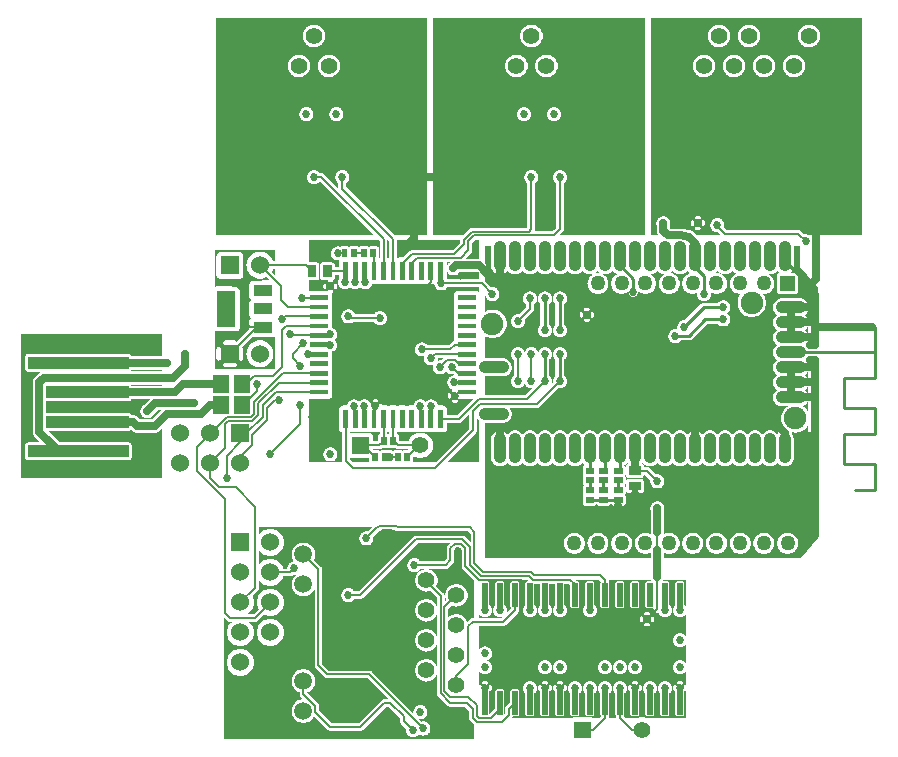
<source format=gbr>
G04 start of page 2 for group 0 idx 0 *
G04 Title: (unknown), top *
G04 Creator: pcb 1.99z *
G04 CreationDate: Sun 16 Nov 2014 06:19:32 AM GMT UTC *
G04 For: commonadmin *
G04 Format: Gerber/RS-274X *
G04 PCB-Dimensions (mil): 4500.00 4500.00 *
G04 PCB-Coordinate-Origin: lower left *
%MOIN*%
%FSLAX25Y25*%
%LNTOP*%
%ADD41C,0.1260*%
%ADD40C,0.0394*%
%ADD39C,0.0630*%
%ADD38C,0.1280*%
%ADD37C,0.0354*%
%ADD36C,0.0300*%
%ADD35C,0.0380*%
%ADD34C,0.0130*%
%ADD33C,0.0270*%
%ADD32R,0.0200X0.0200*%
%ADD31R,0.0197X0.0197*%
%ADD30R,0.0610X0.0610*%
%ADD29R,0.0512X0.0512*%
%ADD28R,0.0394X0.0394*%
%ADD27R,0.0370X0.0370*%
%ADD26R,0.0157X0.0157*%
%ADD25R,0.0295X0.0295*%
%ADD24C,0.1457*%
%ADD23C,0.0591*%
%ADD22C,0.0500*%
%ADD21C,0.0827*%
%ADD20C,0.1476*%
%ADD19C,0.0551*%
%ADD18C,0.0750*%
%ADD17C,0.0550*%
%ADD16C,0.0600*%
%ADD15C,0.0400*%
%ADD14C,0.0100*%
%ADD13C,0.0060*%
%ADD12C,0.0250*%
%ADD11C,0.0001*%
G54D11*G36*
X205000Y274263D02*X205032Y273851D01*
X205161Y273315D01*
X205372Y272806D01*
X205660Y272336D01*
X206017Y271917D01*
X206436Y271560D01*
X206906Y271272D01*
X207415Y271061D01*
X207951Y270932D01*
X208500Y270889D01*
X209049Y270932D01*
X209585Y271061D01*
X210094Y271272D01*
X210250Y271368D01*
Y269500D01*
X205000D01*
Y274263D01*
G37*
G36*
X255895Y300130D02*X255930Y300138D01*
X256366Y300319D01*
X256769Y300565D01*
X257128Y300872D01*
X257435Y301231D01*
X257681Y301634D01*
X257862Y302070D01*
X257972Y302529D01*
X258000Y303000D01*
Y309000D01*
X257972Y309471D01*
X257862Y309930D01*
X257681Y310366D01*
X257435Y310769D01*
X257250Y310985D01*
Y311000D01*
X257229Y311353D01*
X257212Y311424D01*
X257755Y311294D01*
X258500Y311235D01*
X259245Y311294D01*
X259972Y311469D01*
X260000Y311480D01*
Y269500D01*
X255895D01*
Y270890D01*
X255900Y270889D01*
X256449Y270932D01*
X256985Y271061D01*
X257494Y271272D01*
X257964Y271560D01*
X258383Y271917D01*
X258740Y272336D01*
X259028Y272806D01*
X259239Y273315D01*
X259368Y273851D01*
X259400Y274400D01*
X259368Y274949D01*
X259239Y275485D01*
X259028Y275994D01*
X258740Y276464D01*
X258383Y276883D01*
X257964Y277240D01*
X257494Y277528D01*
X256985Y277739D01*
X256449Y277868D01*
X255900Y277911D01*
X255895Y277910D01*
Y300130D01*
G37*
G36*
X247995Y300768D02*X248231Y300565D01*
X248634Y300319D01*
X249070Y300138D01*
X249529Y300028D01*
X250000Y299991D01*
X250471Y300028D01*
X250930Y300138D01*
X251366Y300319D01*
X251769Y300565D01*
X252128Y300872D01*
X252435Y301231D01*
X252500Y301338D01*
X252565Y301231D01*
X252872Y300872D01*
X253231Y300565D01*
X253634Y300319D01*
X254070Y300138D01*
X254529Y300028D01*
X255000Y299991D01*
X255471Y300028D01*
X255895Y300130D01*
Y277910D01*
X255351Y277868D01*
X254815Y277739D01*
X254306Y277528D01*
X253836Y277240D01*
X253417Y276883D01*
X253060Y276464D01*
X252772Y275994D01*
X252561Y275485D01*
X252432Y274949D01*
X252389Y274400D01*
X252432Y273851D01*
X252561Y273315D01*
X252772Y272806D01*
X253060Y272336D01*
X253417Y271917D01*
X253836Y271560D01*
X254306Y271272D01*
X254815Y271061D01*
X255351Y270932D01*
X255895Y270890D01*
Y269500D01*
X247995D01*
Y270890D01*
X248000Y270889D01*
X248549Y270932D01*
X249085Y271061D01*
X249594Y271272D01*
X250064Y271560D01*
X250483Y271917D01*
X250840Y272336D01*
X251128Y272806D01*
X251339Y273315D01*
X251468Y273851D01*
X251500Y274400D01*
X251468Y274949D01*
X251339Y275485D01*
X251128Y275994D01*
X250840Y276464D01*
X250483Y276883D01*
X250064Y277240D01*
X249594Y277528D01*
X249085Y277739D01*
X248549Y277868D01*
X248000Y277911D01*
X247995Y277910D01*
Y300768D01*
G37*
G36*
X240095Y299998D02*X240471Y300028D01*
X240930Y300138D01*
X241366Y300319D01*
X241769Y300565D01*
X242128Y300872D01*
X242435Y301231D01*
X242500Y301338D01*
X242565Y301231D01*
X242872Y300872D01*
X243231Y300565D01*
X243634Y300319D01*
X244070Y300138D01*
X244529Y300028D01*
X245000Y299991D01*
X245471Y300028D01*
X245930Y300138D01*
X246366Y300319D01*
X246769Y300565D01*
X247128Y300872D01*
X247435Y301231D01*
X247500Y301338D01*
X247565Y301231D01*
X247872Y300872D01*
X247995Y300768D01*
Y277910D01*
X247451Y277868D01*
X246915Y277739D01*
X246406Y277528D01*
X245936Y277240D01*
X245517Y276883D01*
X245160Y276464D01*
X244872Y275994D01*
X244661Y275485D01*
X244532Y274949D01*
X244489Y274400D01*
X244532Y273851D01*
X244661Y273315D01*
X244872Y272806D01*
X245160Y272336D01*
X245517Y271917D01*
X245936Y271560D01*
X246406Y271272D01*
X246915Y271061D01*
X247451Y270932D01*
X247995Y270890D01*
Y269500D01*
X240095D01*
Y270890D01*
X240100Y270889D01*
X240649Y270932D01*
X241185Y271061D01*
X241694Y271272D01*
X242164Y271560D01*
X242583Y271917D01*
X242940Y272336D01*
X243228Y272806D01*
X243439Y273315D01*
X243568Y273851D01*
X243600Y274400D01*
X243568Y274949D01*
X243439Y275485D01*
X243228Y275994D01*
X242940Y276464D01*
X242583Y276883D01*
X242164Y277240D01*
X241694Y277528D01*
X241185Y277739D01*
X240649Y277868D01*
X240100Y277911D01*
X240095Y277910D01*
Y299998D01*
G37*
G36*
X232195Y300950D02*X232435Y301231D01*
X232500Y301338D01*
X232565Y301231D01*
X232872Y300872D01*
X233231Y300565D01*
X233634Y300319D01*
X234070Y300138D01*
X234529Y300028D01*
X235000Y299991D01*
X235471Y300028D01*
X235930Y300138D01*
X236366Y300319D01*
X236769Y300565D01*
X237128Y300872D01*
X237435Y301231D01*
X237500Y301338D01*
X237565Y301231D01*
X237872Y300872D01*
X238231Y300565D01*
X238634Y300319D01*
X239070Y300138D01*
X239529Y300028D01*
X240000Y299991D01*
X240095Y299998D01*
Y277910D01*
X239551Y277868D01*
X239015Y277739D01*
X238506Y277528D01*
X238036Y277240D01*
X237617Y276883D01*
X237260Y276464D01*
X236972Y275994D01*
X236761Y275485D01*
X236632Y274949D01*
X236589Y274400D01*
X236632Y273851D01*
X236761Y273315D01*
X236972Y272806D01*
X237260Y272336D01*
X237617Y271917D01*
X238036Y271560D01*
X238506Y271272D01*
X239015Y271061D01*
X239551Y270932D01*
X240095Y270890D01*
Y269500D01*
X232195D01*
Y270890D01*
X232200Y270889D01*
X232749Y270932D01*
X233285Y271061D01*
X233794Y271272D01*
X234264Y271560D01*
X234683Y271917D01*
X235040Y272336D01*
X235328Y272806D01*
X235539Y273315D01*
X235668Y273851D01*
X235700Y274400D01*
X235668Y274949D01*
X235539Y275485D01*
X235328Y275994D01*
X235040Y276464D01*
X234683Y276883D01*
X234264Y277240D01*
X233794Y277528D01*
X233285Y277739D01*
X232749Y277868D01*
X232200Y277911D01*
X232195Y277910D01*
Y300950D01*
G37*
G36*
X224295Y300084D02*X224529Y300028D01*
X225000Y299991D01*
X225471Y300028D01*
X225930Y300138D01*
X226366Y300319D01*
X226769Y300565D01*
X227128Y300872D01*
X227435Y301231D01*
X227500Y301338D01*
X227565Y301231D01*
X227872Y300872D01*
X228231Y300565D01*
X228634Y300319D01*
X229070Y300138D01*
X229529Y300028D01*
X230000Y299991D01*
X230471Y300028D01*
X230930Y300138D01*
X231366Y300319D01*
X231769Y300565D01*
X232128Y300872D01*
X232195Y300950D01*
Y277910D01*
X231651Y277868D01*
X231115Y277739D01*
X230606Y277528D01*
X230136Y277240D01*
X229717Y276883D01*
X229360Y276464D01*
X229072Y275994D01*
X228861Y275485D01*
X228732Y274949D01*
X228689Y274400D01*
X228732Y273851D01*
X228861Y273315D01*
X229072Y272806D01*
X229360Y272336D01*
X229717Y271917D01*
X230136Y271560D01*
X230606Y271272D01*
X231115Y271061D01*
X231651Y270932D01*
X232195Y270890D01*
Y269500D01*
X224295D01*
Y270890D01*
X224300Y270889D01*
X224849Y270932D01*
X225385Y271061D01*
X225894Y271272D01*
X226364Y271560D01*
X226783Y271917D01*
X227140Y272336D01*
X227428Y272806D01*
X227639Y273315D01*
X227768Y273851D01*
X227800Y274400D01*
X227768Y274949D01*
X227639Y275485D01*
X227428Y275994D01*
X227140Y276464D01*
X226783Y276883D01*
X226364Y277240D01*
X225894Y277528D01*
X225385Y277739D01*
X224849Y277868D01*
X224300Y277911D01*
X224295Y277910D01*
Y300084D01*
G37*
G36*
X205000Y296087D02*X207125Y296092D01*
X207278Y296129D01*
X207423Y296189D01*
X207558Y296271D01*
X207677Y296374D01*
X207780Y296493D01*
X207862Y296628D01*
X207922Y296773D01*
X207959Y296926D01*
X207968Y297083D01*
X207967Y297259D01*
X208402D01*
X210195Y295466D01*
X210172Y295369D01*
X210143Y295000D01*
X210172Y294631D01*
X210258Y294272D01*
X210400Y293930D01*
X210593Y293614D01*
X210833Y293333D01*
X211114Y293093D01*
X211430Y292900D01*
X211772Y292758D01*
X212131Y292672D01*
X212500Y292643D01*
X212869Y292672D01*
X213228Y292758D01*
X213570Y292900D01*
X213886Y293093D01*
X214167Y293333D01*
X214407Y293614D01*
X214600Y293930D01*
X214742Y294272D01*
X214828Y294631D01*
X214850Y295000D01*
X214828Y295369D01*
X214742Y295728D01*
X214600Y296070D01*
X214407Y296386D01*
X214167Y296667D01*
X213886Y296907D01*
X213570Y297100D01*
X213228Y297242D01*
X212869Y297328D01*
X212500Y297357D01*
X212131Y297328D01*
X212034Y297305D01*
X209896Y299442D01*
X209863Y299481D01*
X209708Y299614D01*
X209707Y299614D01*
X209601Y299680D01*
X209533Y299721D01*
X209422Y299767D01*
X209344Y299799D01*
X209296Y299811D01*
X209145Y299847D01*
X209145Y299847D01*
X208941Y299863D01*
X208890Y299859D01*
X207960D01*
X207959Y300192D01*
X207922Y300345D01*
X207862Y300490D01*
X207780Y300625D01*
X207677Y300744D01*
X207558Y300847D01*
X207423Y300929D01*
X207278Y300989D01*
X207250Y300996D01*
Y301015D01*
X207435Y301231D01*
X207500Y301338D01*
X207565Y301231D01*
X207872Y300872D01*
X208231Y300565D01*
X208634Y300319D01*
X209070Y300138D01*
X209529Y300028D01*
X210000Y299991D01*
X210471Y300028D01*
X210930Y300138D01*
X211366Y300319D01*
X211769Y300565D01*
X212128Y300872D01*
X212435Y301231D01*
X212500Y301338D01*
X212565Y301231D01*
X212872Y300872D01*
X213231Y300565D01*
X213634Y300319D01*
X214070Y300138D01*
X214529Y300028D01*
X215000Y299991D01*
X215471Y300028D01*
X215930Y300138D01*
X216366Y300319D01*
X216769Y300565D01*
X217128Y300872D01*
X217435Y301231D01*
X217500Y301338D01*
X217565Y301231D01*
X217872Y300872D01*
X218231Y300565D01*
X218634Y300319D01*
X219070Y300138D01*
X219529Y300028D01*
X220000Y299991D01*
X220471Y300028D01*
X220930Y300138D01*
X221366Y300319D01*
X221769Y300565D01*
X222128Y300872D01*
X222435Y301231D01*
X222500Y301338D01*
X222565Y301231D01*
X222872Y300872D01*
X223231Y300565D01*
X223634Y300319D01*
X224070Y300138D01*
X224295Y300084D01*
Y277910D01*
X223751Y277868D01*
X223215Y277739D01*
X222706Y277528D01*
X222236Y277240D01*
X221817Y276883D01*
X221460Y276464D01*
X221172Y275994D01*
X220961Y275485D01*
X220832Y274949D01*
X220789Y274400D01*
X220832Y273851D01*
X220961Y273315D01*
X221172Y272806D01*
X221460Y272336D01*
X221817Y271917D01*
X222236Y271560D01*
X222706Y271272D01*
X223215Y271061D01*
X223751Y270932D01*
X224295Y270890D01*
Y269500D01*
X214750D01*
Y271306D01*
X214806Y271272D01*
X215315Y271061D01*
X215851Y270932D01*
X216400Y270889D01*
X216949Y270932D01*
X217485Y271061D01*
X217994Y271272D01*
X218464Y271560D01*
X218883Y271917D01*
X219240Y272336D01*
X219528Y272806D01*
X219739Y273315D01*
X219868Y273851D01*
X219900Y274400D01*
X219868Y274949D01*
X219739Y275485D01*
X219528Y275994D01*
X219240Y276464D01*
X218883Y276883D01*
X218464Y277240D01*
X217994Y277528D01*
X217485Y277739D01*
X216949Y277868D01*
X216400Y277911D01*
X215851Y277868D01*
X215315Y277739D01*
X214806Y277528D01*
X214682Y277452D01*
X214729Y277647D01*
X214750Y278000D01*
Y285305D01*
X214828Y285631D01*
X214850Y286000D01*
X214828Y286369D01*
X214742Y286728D01*
X214600Y287070D01*
X214407Y287386D01*
X214167Y287667D01*
X213886Y287907D01*
X213570Y288100D01*
X213228Y288242D01*
X212869Y288328D01*
X212500Y288357D01*
X212131Y288328D01*
X211772Y288242D01*
X211430Y288100D01*
X211114Y287907D01*
X210833Y287667D01*
X210593Y287386D01*
X210400Y287070D01*
X210258Y286728D01*
X210172Y286369D01*
X210143Y286000D01*
X210172Y285631D01*
X210250Y285305D01*
Y278000D01*
X210271Y277647D01*
X210335Y277380D01*
X210094Y277528D01*
X209585Y277739D01*
X209049Y277868D01*
X208500Y277911D01*
X207951Y277868D01*
X207415Y277739D01*
X206906Y277528D01*
X206436Y277240D01*
X206017Y276883D01*
X205660Y276464D01*
X205372Y275994D01*
X205161Y275485D01*
X205032Y274949D01*
X205000Y274537D01*
Y290969D01*
X207125Y290974D01*
X207278Y291011D01*
X207423Y291071D01*
X207558Y291153D01*
X207677Y291256D01*
X207780Y291375D01*
X207862Y291510D01*
X207922Y291655D01*
X207959Y291808D01*
X207968Y291965D01*
X207959Y295074D01*
X207922Y295227D01*
X207862Y295372D01*
X207780Y295507D01*
X207677Y295626D01*
X207558Y295729D01*
X207423Y295811D01*
X207278Y295871D01*
X207125Y295908D01*
X206968Y295917D01*
X205000Y295913D01*
Y296087D01*
G37*
G36*
X227500Y310662D02*X227435Y310769D01*
X227128Y311128D01*
X226769Y311435D01*
X226496Y311601D01*
Y344875D01*
X229121Y347500D01*
X232691D01*
X232833Y347333D01*
X233114Y347093D01*
X233430Y346900D01*
X233772Y346758D01*
X234131Y346672D01*
X234500Y346643D01*
X234869Y346672D01*
X235228Y346758D01*
X235570Y346900D01*
X235886Y347093D01*
X236167Y347333D01*
X236407Y347614D01*
X236600Y347930D01*
X236742Y348272D01*
X236828Y348631D01*
X236850Y349000D01*
X236828Y349369D01*
X236742Y349728D01*
X236600Y350070D01*
X236407Y350386D01*
X236167Y350667D01*
X235886Y350907D01*
X235734Y351000D01*
X235886Y351093D01*
X236167Y351333D01*
X236407Y351614D01*
X236600Y351930D01*
X236742Y352272D01*
X236828Y352631D01*
X236850Y353000D01*
X236828Y353369D01*
X236742Y353728D01*
X236600Y354070D01*
X236407Y354386D01*
X236167Y354667D01*
X235886Y354907D01*
X235570Y355100D01*
X235228Y355242D01*
X234869Y355328D01*
X234500Y355357D01*
X234131Y355328D01*
X233772Y355242D01*
X233430Y355100D01*
X233114Y354907D01*
X232833Y354667D01*
X232691Y354500D01*
X228059D01*
X228000Y354505D01*
X227765Y354486D01*
X227535Y354431D01*
X227317Y354341D01*
X227116Y354217D01*
X227115Y354217D01*
X226936Y354064D01*
X226898Y354019D01*
X226496Y353618D01*
Y355694D01*
X226614Y355593D01*
X226930Y355400D01*
X227272Y355258D01*
X227631Y355172D01*
X228000Y355143D01*
X228369Y355172D01*
X228728Y355258D01*
X229070Y355400D01*
X229386Y355593D01*
X229667Y355833D01*
X229907Y356114D01*
X230100Y356430D01*
X230242Y356772D01*
X230328Y357131D01*
X230350Y357500D01*
X230328Y357869D01*
X230279Y358072D01*
X230606Y357872D01*
X231115Y357661D01*
X231651Y357532D01*
X232200Y357489D01*
X232749Y357532D01*
X233285Y357661D01*
X233794Y357872D01*
X234264Y358160D01*
X234683Y358517D01*
X235040Y358936D01*
X235328Y359406D01*
X235539Y359915D01*
X235668Y360451D01*
X235700Y361000D01*
X235668Y361549D01*
X235539Y362085D01*
X235328Y362594D01*
X235040Y363064D01*
X234683Y363483D01*
X234264Y363840D01*
X233794Y364128D01*
X233285Y364339D01*
X232749Y364468D01*
X232200Y364511D01*
X231651Y364468D01*
X231582Y364451D01*
X231769Y364565D01*
X232128Y364872D01*
X232435Y365231D01*
X232500Y365338D01*
X232565Y365231D01*
X232872Y364872D01*
X233231Y364565D01*
X233634Y364319D01*
X234070Y364138D01*
X234529Y364028D01*
X235000Y363991D01*
X235471Y364028D01*
X235930Y364138D01*
X236366Y364319D01*
X236769Y364565D01*
X237128Y364872D01*
X237435Y365231D01*
X237500Y365338D01*
X237565Y365231D01*
X237872Y364872D01*
X238231Y364565D01*
X238634Y364319D01*
X238800Y364250D01*
X238506Y364128D01*
X238036Y363840D01*
X237617Y363483D01*
X237260Y363064D01*
X236972Y362594D01*
X236761Y362085D01*
X236632Y361549D01*
X236589Y361000D01*
X236632Y360451D01*
X236761Y359915D01*
X236972Y359406D01*
X237260Y358936D01*
X237617Y358517D01*
X238036Y358160D01*
X238506Y357872D01*
X239015Y357661D01*
X239551Y357532D01*
X240100Y357489D01*
X240321Y357507D01*
X240145Y357301D01*
X239755Y356663D01*
X239469Y355972D01*
X239294Y355245D01*
X239235Y354500D01*
X239294Y353755D01*
X239469Y353028D01*
X239755Y352337D01*
X240145Y351699D01*
X240631Y351131D01*
X241199Y350645D01*
X241837Y350255D01*
X242528Y349969D01*
X243255Y349794D01*
X244000Y349735D01*
X244745Y349794D01*
X245472Y349969D01*
X246163Y350255D01*
X246801Y350645D01*
X247369Y351131D01*
X247855Y351699D01*
X248245Y352337D01*
X248531Y353028D01*
X248706Y353755D01*
X248750Y354500D01*
X248706Y355245D01*
X248531Y355972D01*
X248245Y356663D01*
X247855Y357301D01*
X247672Y357515D01*
X248000Y357489D01*
X248549Y357532D01*
X249085Y357661D01*
X249594Y357872D01*
X250064Y358160D01*
X250483Y358517D01*
X250840Y358936D01*
X251128Y359406D01*
X251339Y359915D01*
X251468Y360451D01*
X251500Y361000D01*
X251468Y361549D01*
X251339Y362085D01*
X251128Y362594D01*
X250840Y363064D01*
X250483Y363483D01*
X250064Y363840D01*
X249791Y364007D01*
X250000Y363991D01*
X250471Y364028D01*
X250930Y364138D01*
X251366Y364319D01*
X251769Y364565D01*
X252128Y364872D01*
X252435Y365231D01*
X252500Y365338D01*
X252565Y365231D01*
X252872Y364872D01*
X253231Y364565D01*
X253353Y364491D01*
X253243Y364491D01*
X253090Y364454D01*
X252945Y364394D01*
X252810Y364312D01*
X252691Y364209D01*
X252588Y364090D01*
X252506Y363955D01*
X252446Y363810D01*
X252409Y363657D01*
X252400Y363500D01*
X252409Y358343D01*
X252446Y358190D01*
X252506Y358045D01*
X252588Y357910D01*
X252691Y357791D01*
X252810Y357688D01*
X252945Y357606D01*
X253090Y357546D01*
X253243Y357509D01*
X253400Y357500D01*
X258557Y357509D01*
X258710Y357546D01*
X258855Y357606D01*
X258990Y357688D01*
X259109Y357791D01*
X259212Y357910D01*
X259294Y358045D01*
X259354Y358190D01*
X259391Y358343D01*
X259400Y358500D01*
X259391Y363657D01*
X259354Y363810D01*
X259294Y363955D01*
X259212Y364090D01*
X259109Y364209D01*
X258990Y364312D01*
X258855Y364394D01*
X258710Y364454D01*
X258557Y364491D01*
X258400Y364500D01*
X256657Y364497D01*
X256769Y364565D01*
X257128Y364872D01*
X257435Y365231D01*
X257681Y365634D01*
X257862Y366070D01*
X257972Y366529D01*
X258000Y367000D01*
Y373000D01*
X257972Y373471D01*
X257965Y373500D01*
X260000D01*
Y356000D01*
X254000D01*
X253529Y355972D01*
X253070Y355862D01*
X252634Y355681D01*
X252231Y355435D01*
X251872Y355128D01*
X251565Y354769D01*
X251319Y354366D01*
X251138Y353930D01*
X251028Y353471D01*
X250991Y353000D01*
X251028Y352529D01*
X251138Y352070D01*
X251319Y351634D01*
X251565Y351231D01*
X251872Y350872D01*
X252231Y350565D01*
X252338Y350500D01*
X252231Y350435D01*
X251872Y350128D01*
X251565Y349769D01*
X251319Y349366D01*
X251138Y348930D01*
X251028Y348471D01*
X250991Y348000D01*
X251028Y347529D01*
X251138Y347070D01*
X251319Y346634D01*
X251565Y346231D01*
X251872Y345872D01*
X252231Y345565D01*
X252338Y345500D01*
X252231Y345435D01*
X251872Y345128D01*
X251565Y344769D01*
X251319Y344366D01*
X251138Y343930D01*
X251028Y343471D01*
X250991Y343000D01*
X251028Y342529D01*
X251138Y342070D01*
X251319Y341634D01*
X251565Y341231D01*
X251872Y340872D01*
X252231Y340565D01*
X252338Y340500D01*
X252231Y340435D01*
X251872Y340128D01*
X251565Y339769D01*
X251319Y339366D01*
X251138Y338930D01*
X251028Y338471D01*
X250991Y338000D01*
X251028Y337529D01*
X251138Y337070D01*
X251319Y336634D01*
X251565Y336231D01*
X251872Y335872D01*
X252231Y335565D01*
X252338Y335500D01*
X252231Y335435D01*
X251872Y335128D01*
X251565Y334769D01*
X251319Y334366D01*
X251138Y333930D01*
X251028Y333471D01*
X250991Y333000D01*
X251028Y332529D01*
X251138Y332070D01*
X251319Y331634D01*
X251565Y331231D01*
X251872Y330872D01*
X252231Y330565D01*
X252338Y330500D01*
X252231Y330435D01*
X251872Y330128D01*
X251565Y329769D01*
X251319Y329366D01*
X251138Y328930D01*
X251028Y328471D01*
X250991Y328000D01*
X251028Y327529D01*
X251138Y327070D01*
X251319Y326634D01*
X251565Y326231D01*
X251872Y325872D01*
X252231Y325565D01*
X252338Y325500D01*
X252231Y325435D01*
X251872Y325128D01*
X251565Y324769D01*
X251319Y324366D01*
X251138Y323930D01*
X251028Y323471D01*
X250991Y323000D01*
X251028Y322529D01*
X251138Y322070D01*
X251319Y321634D01*
X251565Y321231D01*
X251872Y320872D01*
X252231Y320565D01*
X252634Y320319D01*
X253070Y320138D01*
X253529Y320028D01*
X254000Y320000D01*
X255937D01*
X255699Y319855D01*
X255131Y319369D01*
X254645Y318801D01*
X254255Y318163D01*
X253969Y317472D01*
X253794Y316745D01*
X253735Y316000D01*
X253794Y315255D01*
X253969Y314528D01*
X254255Y313837D01*
X254630Y313225D01*
X254303Y313146D01*
X253975Y313011D01*
X253673Y312826D01*
X253404Y312596D01*
X253174Y312327D01*
X252989Y312025D01*
X252854Y311697D01*
X252771Y311353D01*
X252750Y311000D01*
Y310985D01*
X252565Y310769D01*
X252500Y310662D01*
X252435Y310769D01*
X252128Y311128D01*
X251769Y311435D01*
X251366Y311681D01*
X250930Y311862D01*
X250471Y311972D01*
X250000Y312009D01*
X249529Y311972D01*
X249070Y311862D01*
X248634Y311681D01*
X248231Y311435D01*
X247872Y311128D01*
X247565Y310769D01*
X247500Y310662D01*
X247435Y310769D01*
X247128Y311128D01*
X246769Y311435D01*
X246366Y311681D01*
X245930Y311862D01*
X245471Y311972D01*
X245000Y312009D01*
X244529Y311972D01*
X244070Y311862D01*
X243634Y311681D01*
X243231Y311435D01*
X242872Y311128D01*
X242565Y310769D01*
X242500Y310662D01*
X242435Y310769D01*
X242128Y311128D01*
X241769Y311435D01*
X241366Y311681D01*
X240930Y311862D01*
X240471Y311972D01*
X240000Y312009D01*
X239529Y311972D01*
X239070Y311862D01*
X238634Y311681D01*
X238231Y311435D01*
X237872Y311128D01*
X237565Y310769D01*
X237500Y310662D01*
X237435Y310769D01*
X237128Y311128D01*
X236769Y311435D01*
X236366Y311681D01*
X235930Y311862D01*
X235471Y311972D01*
X235000Y312009D01*
X234529Y311972D01*
X234070Y311862D01*
X233634Y311681D01*
X233231Y311435D01*
X232872Y311128D01*
X232565Y310769D01*
X232500Y310662D01*
X232435Y310769D01*
X232128Y311128D01*
X231769Y311435D01*
X231366Y311681D01*
X230930Y311862D01*
X230471Y311972D01*
X230000Y312009D01*
X229529Y311972D01*
X229070Y311862D01*
X228634Y311681D01*
X228231Y311435D01*
X227872Y311128D01*
X227565Y310769D01*
X227500Y310662D01*
G37*
G36*
X226496Y311601D02*X226366Y311681D01*
X225930Y311862D01*
X225471Y311972D01*
X225000Y312009D01*
X224529Y311972D01*
X224070Y311862D01*
X223634Y311681D01*
X223231Y311435D01*
X222872Y311128D01*
X222565Y310769D01*
X222500Y310662D01*
X222435Y310769D01*
X222128Y311128D01*
X221769Y311435D01*
X221366Y311681D01*
X220930Y311862D01*
X220471Y311972D01*
X220000Y312009D01*
X219529Y311972D01*
X219070Y311862D01*
X218634Y311681D01*
X218231Y311435D01*
X217872Y311128D01*
X217565Y310769D01*
X217500Y310662D01*
X217435Y310769D01*
X217128Y311128D01*
X216769Y311435D01*
X216366Y311681D01*
X215930Y311862D01*
X215471Y311972D01*
X215000Y312009D01*
X214529Y311972D01*
X214070Y311862D01*
X213634Y311681D01*
X213231Y311435D01*
X212872Y311128D01*
X212565Y310769D01*
X212500Y310662D01*
X212435Y310769D01*
X212128Y311128D01*
X211769Y311435D01*
X211366Y311681D01*
X210930Y311862D01*
X210471Y311972D01*
X210000Y312009D01*
X209529Y311972D01*
X209070Y311862D01*
X208634Y311681D01*
X208231Y311435D01*
X207872Y311128D01*
X207565Y310769D01*
X207500Y310662D01*
X207435Y310769D01*
X207128Y311128D01*
X206769Y311435D01*
X206366Y311681D01*
X205930Y311862D01*
X205471Y311972D01*
X205000Y312009D01*
Y356584D01*
X205183Y356659D01*
X205384Y356783D01*
X205564Y356936D01*
X205717Y357116D01*
X205841Y357317D01*
X205931Y357535D01*
X205986Y357765D01*
X206000Y358000D01*
Y358538D01*
X206017Y358517D01*
X206436Y358160D01*
X206906Y357872D01*
X207415Y357661D01*
X207951Y357532D01*
X208500Y357489D01*
X209049Y357532D01*
X209585Y357661D01*
X210094Y357872D01*
X210564Y358160D01*
X210983Y358517D01*
X211340Y358936D01*
X211628Y359406D01*
X211839Y359915D01*
X211968Y360451D01*
X212000Y361000D01*
X211968Y361549D01*
X211839Y362085D01*
X211628Y362594D01*
X211340Y363064D01*
X210983Y363483D01*
X210564Y363840D01*
X210282Y364013D01*
X210471Y364028D01*
X210930Y364138D01*
X211366Y364319D01*
X211769Y364565D01*
X212128Y364872D01*
X212435Y365231D01*
X212500Y365338D01*
X212565Y365231D01*
X212872Y364872D01*
X213231Y364565D01*
X213634Y364319D01*
X214070Y364138D01*
X214529Y364028D01*
X214630Y364020D01*
X214336Y363840D01*
X213917Y363483D01*
X213560Y363064D01*
X213272Y362594D01*
X213061Y362085D01*
X212932Y361549D01*
X212889Y361000D01*
X212932Y360451D01*
X213061Y359915D01*
X213272Y359406D01*
X213560Y358936D01*
X213917Y358517D01*
X214336Y358160D01*
X214806Y357872D01*
X215315Y357661D01*
X215851Y357532D01*
X216400Y357489D01*
X216949Y357532D01*
X217485Y357661D01*
X217994Y357872D01*
X218464Y358160D01*
X218883Y358517D01*
X219240Y358936D01*
X219528Y359406D01*
X219739Y359915D01*
X219868Y360451D01*
X219900Y361000D01*
X219868Y361549D01*
X219739Y362085D01*
X219528Y362594D01*
X219240Y363064D01*
X218883Y363483D01*
X218464Y363840D01*
X217994Y364128D01*
X217485Y364339D01*
X216949Y364468D01*
X216648Y364491D01*
X216769Y364565D01*
X217128Y364872D01*
X217435Y365231D01*
X217500Y365338D01*
X217565Y365231D01*
X217872Y364872D01*
X218231Y364565D01*
X218634Y364319D01*
X219070Y364138D01*
X219529Y364028D01*
X220000Y363991D01*
X220471Y364028D01*
X220930Y364138D01*
X221366Y364319D01*
X221769Y364565D01*
X222128Y364872D01*
X222435Y365231D01*
X222500Y365338D01*
X222565Y365231D01*
X222872Y364872D01*
X223231Y364565D01*
X223492Y364406D01*
X223215Y364339D01*
X222706Y364128D01*
X222236Y363840D01*
X221817Y363483D01*
X221460Y363064D01*
X221172Y362594D01*
X220961Y362085D01*
X220832Y361549D01*
X220789Y361000D01*
X220832Y360451D01*
X220961Y359915D01*
X221172Y359406D01*
X221460Y358936D01*
X221817Y358517D01*
X222236Y358160D01*
X222706Y357872D01*
X223215Y357661D01*
X223751Y357532D01*
X224300Y357489D01*
X224849Y357532D01*
X225385Y357661D01*
X225665Y357777D01*
X225643Y357500D01*
X225672Y357131D01*
X225758Y356772D01*
X225900Y356430D01*
X226093Y356114D01*
X226333Y355833D01*
X226496Y355694D01*
Y353618D01*
X221719Y348840D01*
X221500Y348857D01*
X221131Y348828D01*
X220772Y348742D01*
X220430Y348600D01*
X220114Y348407D01*
X219833Y348167D01*
X219593Y347886D01*
X219400Y347570D01*
X219258Y347228D01*
X219172Y346869D01*
X219143Y346500D01*
X219172Y346131D01*
X219258Y345772D01*
X219279Y345721D01*
X219228Y345742D01*
X218869Y345828D01*
X218500Y345857D01*
X218131Y345828D01*
X217772Y345742D01*
X217430Y345600D01*
X217114Y345407D01*
X216833Y345167D01*
X216593Y344886D01*
X216400Y344570D01*
X216258Y344228D01*
X216172Y343869D01*
X216143Y343500D01*
X216172Y343131D01*
X216258Y342772D01*
X216400Y342430D01*
X216593Y342114D01*
X216833Y341833D01*
X217114Y341593D01*
X217430Y341400D01*
X217772Y341258D01*
X218131Y341172D01*
X218500Y341143D01*
X218869Y341172D01*
X219228Y341258D01*
X219570Y341400D01*
X219886Y341593D01*
X220167Y341833D01*
X220309Y342000D01*
X222941D01*
X223000Y341995D01*
X223235Y342014D01*
X223235Y342014D01*
X223465Y342069D01*
X223683Y342159D01*
X223884Y342283D01*
X224064Y342436D01*
X224102Y342481D01*
X226496Y344875D01*
Y311601D01*
G37*
G36*
X168700Y354041D02*Y353038D01*
X167996Y352335D01*
Y354772D01*
X168093Y354614D01*
X168333Y354333D01*
X168614Y354093D01*
X168700Y354041D01*
G37*
G36*
X167996Y327260D02*X168100Y327430D01*
X168242Y327772D01*
X168250Y327805D01*
X168258Y327772D01*
X168400Y327430D01*
X168593Y327114D01*
X168833Y326833D01*
X169114Y326593D01*
X169430Y326400D01*
X169772Y326258D01*
X170131Y326172D01*
X170500Y326143D01*
X170830Y326169D01*
X168462Y323800D01*
X167996D01*
Y327260D01*
G37*
G36*
X200595Y286876D02*X201034Y286877D01*
X201187Y286914D01*
X201332Y286974D01*
X201467Y287056D01*
X201586Y287159D01*
X201689Y287278D01*
X201771Y287413D01*
X201831Y287558D01*
X201868Y287711D01*
X201877Y287868D01*
X201868Y289993D01*
X201831Y290146D01*
X201771Y290291D01*
X201689Y290426D01*
X201688Y290426D01*
X201689Y290426D01*
X201771Y290561D01*
X201831Y290706D01*
X201868Y290859D01*
X201877Y291016D01*
X201868Y293141D01*
X201831Y293294D01*
X201771Y293439D01*
X201689Y293574D01*
X201601Y293676D01*
X201689Y293778D01*
X201771Y293913D01*
X201831Y294058D01*
X201868Y294211D01*
X201877Y294368D01*
X201868Y296493D01*
X201831Y296646D01*
X201771Y296791D01*
X201689Y296926D01*
X201688Y296926D01*
X201689Y296926D01*
X201771Y297061D01*
X201831Y297206D01*
X201868Y297359D01*
X201877Y297516D01*
X201868Y299641D01*
X201831Y299794D01*
X201771Y299939D01*
X201689Y300074D01*
X201586Y300193D01*
X201500Y300267D01*
Y300401D01*
X201769Y300565D01*
X202128Y300872D01*
X202435Y301231D01*
X202500Y301338D01*
X202565Y301231D01*
X202750Y301015D01*
Y300996D01*
X202722Y300989D01*
X202577Y300929D01*
X202442Y300847D01*
X202323Y300744D01*
X202220Y300625D01*
X202138Y300490D01*
X202078Y300345D01*
X202041Y300192D01*
X202032Y300035D01*
X202041Y296926D01*
X202078Y296773D01*
X202138Y296628D01*
X202220Y296493D01*
X202323Y296374D01*
X202442Y296271D01*
X202577Y296189D01*
X202722Y296129D01*
X202875Y296092D01*
X203032Y296083D01*
X205000Y296087D01*
Y295913D01*
X202875Y295908D01*
X202722Y295871D01*
X202577Y295811D01*
X202442Y295729D01*
X202323Y295626D01*
X202220Y295507D01*
X202138Y295372D01*
X202078Y295227D01*
X202041Y295074D01*
X202032Y294917D01*
X202041Y291808D01*
X202078Y291655D01*
X202138Y291510D01*
X202220Y291375D01*
X202323Y291256D01*
X202442Y291153D01*
X202577Y291071D01*
X202722Y291011D01*
X202875Y290974D01*
X203032Y290965D01*
X205000Y290969D01*
Y274537D01*
X204989Y274400D01*
X205000Y274263D01*
Y269500D01*
X200595D01*
Y270890D01*
X200600Y270889D01*
X201149Y270932D01*
X201685Y271061D01*
X202194Y271272D01*
X202664Y271560D01*
X203083Y271917D01*
X203440Y272336D01*
X203728Y272806D01*
X203939Y273315D01*
X204068Y273851D01*
X204100Y274400D01*
X204068Y274949D01*
X203939Y275485D01*
X203728Y275994D01*
X203440Y276464D01*
X203083Y276883D01*
X202664Y277240D01*
X202194Y277528D01*
X201685Y277739D01*
X201149Y277868D01*
X200600Y277911D01*
X200595Y277910D01*
Y286876D01*
G37*
G36*
X192695Y286963D02*X192813Y286914D01*
X192966Y286877D01*
X193123Y286868D01*
X196034Y286877D01*
X196187Y286914D01*
X196332Y286974D01*
X196467Y287056D01*
X196586Y287159D01*
X196689Y287278D01*
X196734Y287352D01*
X197266D01*
X197311Y287278D01*
X197414Y287159D01*
X197533Y287056D01*
X197668Y286974D01*
X197813Y286914D01*
X197966Y286877D01*
X198123Y286868D01*
X200595Y286876D01*
Y277910D01*
X200051Y277868D01*
X199515Y277739D01*
X199006Y277528D01*
X198536Y277240D01*
X198117Y276883D01*
X197760Y276464D01*
X197472Y275994D01*
X197261Y275485D01*
X197132Y274949D01*
X197089Y274400D01*
X197132Y273851D01*
X197261Y273315D01*
X197472Y272806D01*
X197760Y272336D01*
X198117Y271917D01*
X198536Y271560D01*
X199006Y271272D01*
X199515Y271061D01*
X200051Y270932D01*
X200595Y270890D01*
Y269500D01*
X192695D01*
Y270890D01*
X192700Y270889D01*
X193249Y270932D01*
X193785Y271061D01*
X194294Y271272D01*
X194764Y271560D01*
X195183Y271917D01*
X195540Y272336D01*
X195828Y272806D01*
X196039Y273315D01*
X196168Y273851D01*
X196200Y274400D01*
X196168Y274949D01*
X196039Y275485D01*
X195828Y275994D01*
X195540Y276464D01*
X195183Y276883D01*
X194764Y277240D01*
X194294Y277528D01*
X193785Y277739D01*
X193249Y277868D01*
X192700Y277911D01*
X192695Y277910D01*
Y286963D01*
G37*
G36*
X184795Y300007D02*X185000Y299991D01*
X185471Y300028D01*
X185930Y300138D01*
X186366Y300319D01*
X186769Y300565D01*
X187128Y300872D01*
X187435Y301231D01*
X187500Y301338D01*
X187565Y301231D01*
X187872Y300872D01*
X188231Y300565D01*
X188404Y300460D01*
X188313Y300438D01*
X188168Y300378D01*
X188033Y300296D01*
X187914Y300193D01*
X187811Y300074D01*
X187729Y299939D01*
X187669Y299794D01*
X187632Y299641D01*
X187623Y299484D01*
X187632Y297359D01*
X187669Y297206D01*
X187729Y297061D01*
X187811Y296926D01*
X187812Y296926D01*
X187811Y296926D01*
X187729Y296791D01*
X187669Y296646D01*
X187632Y296493D01*
X187623Y296336D01*
X187632Y294211D01*
X187669Y294058D01*
X187729Y293913D01*
X187811Y293778D01*
X187899Y293676D01*
X187811Y293574D01*
X187729Y293439D01*
X187669Y293294D01*
X187632Y293141D01*
X187623Y292984D01*
X187632Y290859D01*
X187669Y290706D01*
X187729Y290561D01*
X187811Y290426D01*
X187812Y290426D01*
X187811Y290426D01*
X187729Y290291D01*
X187669Y290146D01*
X187632Y289993D01*
X187623Y289836D01*
X187632Y287711D01*
X187669Y287558D01*
X187729Y287413D01*
X187811Y287278D01*
X187914Y287159D01*
X188033Y287056D01*
X188168Y286974D01*
X188313Y286914D01*
X188466Y286877D01*
X188623Y286868D01*
X191534Y286877D01*
X191687Y286914D01*
X191832Y286974D01*
X191967Y287056D01*
X192086Y287159D01*
X192189Y287278D01*
X192234Y287352D01*
X192266D01*
X192311Y287278D01*
X192414Y287159D01*
X192533Y287056D01*
X192668Y286974D01*
X192695Y286963D01*
Y277910D01*
X192151Y277868D01*
X191615Y277739D01*
X191106Y277528D01*
X190636Y277240D01*
X190217Y276883D01*
X189860Y276464D01*
X189572Y275994D01*
X189361Y275485D01*
X189232Y274949D01*
X189189Y274400D01*
X189232Y273851D01*
X189361Y273315D01*
X189572Y272806D01*
X189860Y272336D01*
X190217Y271917D01*
X190636Y271560D01*
X191106Y271272D01*
X191615Y271061D01*
X192151Y270932D01*
X192695Y270890D01*
Y269500D01*
X184795D01*
Y270890D01*
X184800Y270889D01*
X185349Y270932D01*
X185885Y271061D01*
X186394Y271272D01*
X186864Y271560D01*
X187283Y271917D01*
X187640Y272336D01*
X187928Y272806D01*
X188139Y273315D01*
X188268Y273851D01*
X188300Y274400D01*
X188268Y274949D01*
X188139Y275485D01*
X187928Y275994D01*
X187640Y276464D01*
X187283Y276883D01*
X186864Y277240D01*
X186394Y277528D01*
X185885Y277739D01*
X185349Y277868D01*
X184800Y277911D01*
X184795Y277910D01*
Y300007D01*
G37*
G36*
X167996Y300766D02*X168231Y300565D01*
X168634Y300319D01*
X169070Y300138D01*
X169529Y300028D01*
X170000Y299991D01*
X170471Y300028D01*
X170930Y300138D01*
X171366Y300319D01*
X171769Y300565D01*
X172128Y300872D01*
X172435Y301231D01*
X172500Y301338D01*
X172565Y301231D01*
X172872Y300872D01*
X173231Y300565D01*
X173634Y300319D01*
X174070Y300138D01*
X174529Y300028D01*
X175000Y299991D01*
X175471Y300028D01*
X175930Y300138D01*
X176366Y300319D01*
X176769Y300565D01*
X177128Y300872D01*
X177435Y301231D01*
X177500Y301338D01*
X177565Y301231D01*
X177872Y300872D01*
X178231Y300565D01*
X178634Y300319D01*
X179070Y300138D01*
X179529Y300028D01*
X180000Y299991D01*
X180471Y300028D01*
X180930Y300138D01*
X181366Y300319D01*
X181769Y300565D01*
X182128Y300872D01*
X182435Y301231D01*
X182500Y301338D01*
X182565Y301231D01*
X182872Y300872D01*
X183231Y300565D01*
X183634Y300319D01*
X184070Y300138D01*
X184529Y300028D01*
X184795Y300007D01*
Y277910D01*
X184251Y277868D01*
X183715Y277739D01*
X183206Y277528D01*
X182736Y277240D01*
X182317Y276883D01*
X181960Y276464D01*
X181672Y275994D01*
X181461Y275485D01*
X181332Y274949D01*
X181289Y274400D01*
X181332Y273851D01*
X181461Y273315D01*
X181672Y272806D01*
X181960Y272336D01*
X182317Y271917D01*
X182736Y271560D01*
X183206Y271272D01*
X183715Y271061D01*
X184251Y270932D01*
X184795Y270890D01*
Y269500D01*
X167996D01*
Y300766D01*
G37*
G36*
X190821Y364112D02*X190930Y364138D01*
X191366Y364319D01*
X191769Y364565D01*
X192128Y364872D01*
X192435Y365231D01*
X192500Y365338D01*
X192565Y365231D01*
X192872Y364872D01*
X193231Y364565D01*
X193482Y364412D01*
X193249Y364468D01*
X192700Y364511D01*
X192151Y364468D01*
X191615Y364339D01*
X191106Y364128D01*
X190821Y363954D01*
Y364112D01*
G37*
G36*
X205000Y312009D02*X204529Y311972D01*
X204070Y311862D01*
X203634Y311681D01*
X203231Y311435D01*
X202872Y311128D01*
X202565Y310769D01*
X202500Y310662D01*
X202435Y310769D01*
X202128Y311128D01*
X201769Y311435D01*
X201366Y311681D01*
X200930Y311862D01*
X200471Y311972D01*
X200000Y312009D01*
X199529Y311972D01*
X199070Y311862D01*
X198634Y311681D01*
X198231Y311435D01*
X197872Y311128D01*
X197565Y310769D01*
X197500Y310662D01*
X197435Y310769D01*
X197128Y311128D01*
X196769Y311435D01*
X196366Y311681D01*
X195930Y311862D01*
X195471Y311972D01*
X195000Y312009D01*
X194529Y311972D01*
X194070Y311862D01*
X193634Y311681D01*
X193231Y311435D01*
X192872Y311128D01*
X192565Y310769D01*
X192500Y310662D01*
X192435Y310769D01*
X192128Y311128D01*
X191769Y311435D01*
X191366Y311681D01*
X190930Y311862D01*
X190821Y311888D01*
Y349551D01*
X190830Y349551D01*
X190907Y349563D01*
X190982Y349586D01*
X191053Y349621D01*
X191117Y349667D01*
X191173Y349722D01*
X191220Y349786D01*
X191256Y349855D01*
X191280Y349930D01*
X191327Y350156D01*
X191350Y350385D01*
Y350615D01*
X191327Y350844D01*
X191283Y351070D01*
X191258Y351145D01*
X191221Y351215D01*
X191174Y351279D01*
X191118Y351334D01*
X191054Y351380D01*
X190983Y351415D01*
X190908Y351439D01*
X190830Y351450D01*
X190821Y351450D01*
Y358046D01*
X191106Y357872D01*
X191615Y357661D01*
X192151Y357532D01*
X192700Y357489D01*
X193249Y357532D01*
X193785Y357661D01*
X194294Y357872D01*
X194764Y358160D01*
X195183Y358517D01*
X195540Y358936D01*
X195828Y359406D01*
X196039Y359915D01*
X196168Y360451D01*
X196200Y361000D01*
X196168Y361549D01*
X196039Y362085D01*
X195828Y362594D01*
X195540Y363064D01*
X195183Y363483D01*
X194764Y363840D01*
X194411Y364056D01*
X194529Y364028D01*
X195000Y363991D01*
X195471Y364028D01*
X195930Y364138D01*
X196366Y364319D01*
X196769Y364565D01*
X197128Y364872D01*
X197435Y365231D01*
X197500Y365338D01*
X197565Y365231D01*
X197872Y364872D01*
X198231Y364565D01*
X198634Y364319D01*
X199050Y364146D01*
X199006Y364128D01*
X198536Y363840D01*
X198117Y363483D01*
X197760Y363064D01*
X197472Y362594D01*
X197261Y362085D01*
X197132Y361549D01*
X197089Y361000D01*
X197132Y360451D01*
X197261Y359915D01*
X197472Y359406D01*
X197760Y358936D01*
X198117Y358517D01*
X198536Y358160D01*
X199006Y357872D01*
X199515Y357661D01*
X200051Y357532D01*
X200600Y357489D01*
X201149Y357532D01*
X201685Y357661D01*
X202194Y357872D01*
X202664Y358160D01*
X203000Y358447D01*
Y358000D01*
X203014Y357765D01*
X203069Y357535D01*
X203159Y357317D01*
X203283Y357116D01*
X203436Y356936D01*
X203616Y356783D01*
X203817Y356659D01*
X204035Y356569D01*
X204265Y356514D01*
X204500Y356495D01*
X204735Y356514D01*
X204965Y356569D01*
X205000Y356584D01*
Y312009D01*
G37*
G36*
X190821Y311888D02*X190471Y311972D01*
X190000Y312009D01*
X189529Y311972D01*
X189070Y311862D01*
X189001Y311833D01*
Y348150D01*
X189115D01*
X189344Y348173D01*
X189570Y348217D01*
X189645Y348242D01*
X189715Y348279D01*
X189779Y348326D01*
X189834Y348382D01*
X189880Y348446D01*
X189915Y348517D01*
X189939Y348592D01*
X189950Y348670D01*
X189950Y348749D01*
X189937Y348827D01*
X189912Y348902D01*
X189875Y348972D01*
X189828Y349035D01*
X189772Y349091D01*
X189707Y349137D01*
X189637Y349172D01*
X189561Y349196D01*
X189483Y349207D01*
X189404Y349206D01*
X189327Y349192D01*
X189198Y349165D01*
X189066Y349152D01*
X189001D01*
Y351848D01*
X189066D01*
X189198Y351835D01*
X189327Y351810D01*
X189405Y351795D01*
X189483Y351794D01*
X189561Y351806D01*
X189636Y351830D01*
X189707Y351865D01*
X189771Y351910D01*
X189827Y351966D01*
X189874Y352029D01*
X189910Y352099D01*
X189935Y352173D01*
X189948Y352251D01*
X189949Y352330D01*
X189937Y352407D01*
X189914Y352482D01*
X189879Y352553D01*
X189833Y352617D01*
X189778Y352673D01*
X189714Y352720D01*
X189645Y352756D01*
X189570Y352780D01*
X189344Y352827D01*
X189115Y352850D01*
X189001D01*
Y364167D01*
X189070Y364138D01*
X189529Y364028D01*
X190000Y363991D01*
X190471Y364028D01*
X190821Y364112D01*
Y363954D01*
X190636Y363840D01*
X190217Y363483D01*
X189860Y363064D01*
X189572Y362594D01*
X189361Y362085D01*
X189232Y361549D01*
X189189Y361000D01*
X189232Y360451D01*
X189361Y359915D01*
X189572Y359406D01*
X189860Y358936D01*
X190217Y358517D01*
X190636Y358160D01*
X190821Y358046D01*
Y351450D01*
X190751Y351450D01*
X190673Y351437D01*
X190598Y351412D01*
X190528Y351375D01*
X190465Y351328D01*
X190409Y351272D01*
X190363Y351207D01*
X190328Y351137D01*
X190304Y351061D01*
X190293Y350983D01*
X190294Y350904D01*
X190308Y350827D01*
X190335Y350698D01*
X190348Y350566D01*
Y350434D01*
X190335Y350302D01*
X190310Y350173D01*
X190295Y350095D01*
X190294Y350017D01*
X190306Y349939D01*
X190330Y349864D01*
X190365Y349793D01*
X190410Y349729D01*
X190466Y349673D01*
X190529Y349626D01*
X190599Y349590D01*
X190673Y349565D01*
X190751Y349552D01*
X190821Y349551D01*
Y311888D01*
G37*
G36*
X189001Y311833D02*X188634Y311681D01*
X188231Y311435D01*
X187872Y311128D01*
X187565Y310769D01*
X187500Y310662D01*
X187435Y310769D01*
X187179Y311068D01*
Y349550D01*
X187249Y349550D01*
X187327Y349563D01*
X187402Y349588D01*
X187472Y349625D01*
X187535Y349672D01*
X187591Y349728D01*
X187637Y349793D01*
X187672Y349863D01*
X187696Y349939D01*
X187707Y350017D01*
X187706Y350096D01*
X187692Y350173D01*
X187665Y350302D01*
X187652Y350434D01*
Y350566D01*
X187665Y350698D01*
X187690Y350827D01*
X187705Y350905D01*
X187706Y350983D01*
X187694Y351061D01*
X187670Y351136D01*
X187635Y351207D01*
X187590Y351271D01*
X187534Y351327D01*
X187471Y351374D01*
X187401Y351410D01*
X187327Y351435D01*
X187249Y351448D01*
X187179Y351449D01*
Y364932D01*
X187435Y365231D01*
X187500Y365338D01*
X187565Y365231D01*
X187872Y364872D01*
X188231Y364565D01*
X188634Y364319D01*
X189001Y364167D01*
Y352850D01*
X188885D01*
X188656Y352827D01*
X188430Y352783D01*
X188355Y352758D01*
X188285Y352721D01*
X188221Y352674D01*
X188166Y352618D01*
X188120Y352554D01*
X188085Y352483D01*
X188061Y352408D01*
X188050Y352330D01*
X188050Y352251D01*
X188063Y352173D01*
X188088Y352098D01*
X188125Y352028D01*
X188172Y351965D01*
X188228Y351909D01*
X188293Y351863D01*
X188363Y351828D01*
X188439Y351804D01*
X188517Y351793D01*
X188596Y351794D01*
X188673Y351808D01*
X188802Y351835D01*
X188934Y351848D01*
X189001D01*
Y349152D01*
X188934D01*
X188802Y349165D01*
X188673Y349190D01*
X188595Y349205D01*
X188517Y349206D01*
X188439Y349194D01*
X188364Y349170D01*
X188293Y349135D01*
X188229Y349090D01*
X188173Y349034D01*
X188126Y348971D01*
X188090Y348901D01*
X188065Y348827D01*
X188052Y348749D01*
X188051Y348670D01*
X188063Y348593D01*
X188086Y348518D01*
X188121Y348447D01*
X188167Y348383D01*
X188222Y348327D01*
X188286Y348280D01*
X188355Y348244D01*
X188430Y348220D01*
X188656Y348173D01*
X188885Y348150D01*
X189001D01*
Y311833D01*
G37*
G36*
X187179Y311068D02*X187128Y311128D01*
X186769Y311435D01*
X186366Y311681D01*
X185930Y311862D01*
X185471Y311972D01*
X185000Y312009D01*
X184529Y311972D01*
X184070Y311862D01*
X183634Y311681D01*
X183231Y311435D01*
X182872Y311128D01*
X182565Y310769D01*
X182500Y310662D01*
X182435Y310769D01*
X182128Y311128D01*
X181769Y311435D01*
X181366Y311681D01*
X180930Y311862D01*
X180471Y311972D01*
X180000Y312009D01*
X179996Y312009D01*
Y326143D01*
X180000Y326143D01*
X180369Y326172D01*
X180728Y326258D01*
X181070Y326400D01*
X181386Y326593D01*
X181667Y326833D01*
X181907Y327114D01*
X182100Y327430D01*
X182242Y327772D01*
X182328Y328131D01*
X182350Y328500D01*
X182328Y328869D01*
X182242Y329228D01*
X182100Y329570D01*
X181907Y329886D01*
X181667Y330167D01*
X181500Y330309D01*
Y335691D01*
X181667Y335833D01*
X181907Y336114D01*
X182100Y336430D01*
X182242Y336772D01*
X182328Y337131D01*
X182350Y337500D01*
X182328Y337869D01*
X182242Y338228D01*
X182100Y338570D01*
X181907Y338886D01*
X181667Y339167D01*
X181386Y339407D01*
X181070Y339600D01*
X180728Y339742D01*
X180369Y339828D01*
X180000Y339857D01*
X179996Y339857D01*
Y343143D01*
X180000Y343143D01*
X180369Y343172D01*
X180728Y343258D01*
X181070Y343400D01*
X181386Y343593D01*
X181667Y343833D01*
X181907Y344114D01*
X182100Y344430D01*
X182242Y344772D01*
X182328Y345131D01*
X182350Y345500D01*
X182328Y345869D01*
X182242Y346228D01*
X182100Y346570D01*
X181907Y346886D01*
X181667Y347167D01*
X181500Y347309D01*
Y354191D01*
X181667Y354333D01*
X181907Y354614D01*
X182100Y354930D01*
X182242Y355272D01*
X182328Y355631D01*
X182350Y356000D01*
X182328Y356369D01*
X182242Y356728D01*
X182100Y357070D01*
X181907Y357386D01*
X181667Y357667D01*
X181386Y357907D01*
X181070Y358100D01*
X180728Y358242D01*
X180369Y358328D01*
X180000Y358357D01*
X179996Y358357D01*
Y363991D01*
X180000Y363991D01*
X180471Y364028D01*
X180930Y364138D01*
X181366Y364319D01*
X181769Y364565D01*
X182128Y364872D01*
X182435Y365231D01*
X182500Y365338D01*
X182565Y365231D01*
X182872Y364872D01*
X183231Y364565D01*
X183634Y364319D01*
X184070Y364138D01*
X184529Y364028D01*
X185000Y363991D01*
X185471Y364028D01*
X185930Y364138D01*
X186366Y364319D01*
X186769Y364565D01*
X187128Y364872D01*
X187179Y364932D01*
Y351449D01*
X187170Y351449D01*
X187093Y351437D01*
X187018Y351414D01*
X186947Y351379D01*
X186883Y351333D01*
X186827Y351278D01*
X186780Y351214D01*
X186744Y351145D01*
X186720Y351070D01*
X186673Y350844D01*
X186650Y350615D01*
Y350385D01*
X186673Y350156D01*
X186717Y349930D01*
X186742Y349855D01*
X186779Y349785D01*
X186826Y349721D01*
X186882Y349666D01*
X186946Y349620D01*
X187017Y349585D01*
X187092Y349561D01*
X187170Y349550D01*
X187179Y349550D01*
Y311068D01*
G37*
G36*
X179996Y339857D02*X179631Y339828D01*
X179272Y339742D01*
X178930Y339600D01*
X178614Y339407D01*
X178333Y339167D01*
X178093Y338886D01*
X177900Y338570D01*
X177758Y338228D01*
X177672Y337869D01*
X177643Y337500D01*
X177672Y337131D01*
X177758Y336772D01*
X177900Y336430D01*
X178093Y336114D01*
X178333Y335833D01*
X178500Y335691D01*
Y330309D01*
X178333Y330167D01*
X178093Y329886D01*
X177900Y329570D01*
X177758Y329228D01*
X177672Y328869D01*
X177643Y328500D01*
X177672Y328131D01*
X177695Y328034D01*
X177107Y327445D01*
X177242Y327772D01*
X177328Y328131D01*
X177350Y328500D01*
X177328Y328869D01*
X177242Y329228D01*
X177100Y329570D01*
X176907Y329886D01*
X176667Y330167D01*
X176500Y330309D01*
Y335691D01*
X176667Y335833D01*
X176907Y336114D01*
X177100Y336430D01*
X177242Y336772D01*
X177328Y337131D01*
X177350Y337500D01*
X177328Y337869D01*
X177242Y338228D01*
X177100Y338570D01*
X176907Y338886D01*
X176667Y339167D01*
X176386Y339407D01*
X176070Y339600D01*
X175728Y339742D01*
X175369Y339828D01*
X175000Y339857D01*
X174996Y339857D01*
Y343143D01*
X175000Y343143D01*
X175369Y343172D01*
X175728Y343258D01*
X176070Y343400D01*
X176386Y343593D01*
X176667Y343833D01*
X176907Y344114D01*
X177100Y344430D01*
X177242Y344772D01*
X177328Y345131D01*
X177350Y345500D01*
X177328Y345869D01*
X177242Y346228D01*
X177100Y346570D01*
X176907Y346886D01*
X176667Y347167D01*
X176500Y347309D01*
Y354191D01*
X176667Y354333D01*
X176907Y354614D01*
X177100Y354930D01*
X177242Y355272D01*
X177328Y355631D01*
X177350Y356000D01*
X177328Y356369D01*
X177242Y356728D01*
X177100Y357070D01*
X176907Y357386D01*
X176667Y357667D01*
X176386Y357907D01*
X176070Y358100D01*
X175728Y358242D01*
X175369Y358328D01*
X175000Y358357D01*
X174996Y358357D01*
Y363991D01*
X175000Y363991D01*
X175471Y364028D01*
X175930Y364138D01*
X176366Y364319D01*
X176769Y364565D01*
X177128Y364872D01*
X177435Y365231D01*
X177500Y365338D01*
X177565Y365231D01*
X177872Y364872D01*
X178231Y364565D01*
X178634Y364319D01*
X179070Y364138D01*
X179529Y364028D01*
X179996Y363991D01*
Y358357D01*
X179631Y358328D01*
X179272Y358242D01*
X178930Y358100D01*
X178614Y357907D01*
X178333Y357667D01*
X178093Y357386D01*
X177900Y357070D01*
X177758Y356728D01*
X177672Y356369D01*
X177643Y356000D01*
X177672Y355631D01*
X177758Y355272D01*
X177900Y354930D01*
X178093Y354614D01*
X178333Y354333D01*
X178500Y354191D01*
Y347309D01*
X178333Y347167D01*
X178093Y346886D01*
X177900Y346570D01*
X177758Y346228D01*
X177672Y345869D01*
X177643Y345500D01*
X177672Y345131D01*
X177758Y344772D01*
X177900Y344430D01*
X178093Y344114D01*
X178333Y343833D01*
X178614Y343593D01*
X178930Y343400D01*
X179272Y343258D01*
X179631Y343172D01*
X179996Y343143D01*
Y339857D01*
G37*
G36*
X174996D02*X174631Y339828D01*
X174272Y339742D01*
X173930Y339600D01*
X173614Y339407D01*
X173333Y339167D01*
X173093Y338886D01*
X172900Y338570D01*
X172758Y338228D01*
X172750Y338195D01*
X172742Y338228D01*
X172600Y338570D01*
X172407Y338886D01*
X172167Y339167D01*
X171886Y339407D01*
X171570Y339600D01*
X171228Y339742D01*
X170869Y339828D01*
X170500Y339857D01*
X170131Y339828D01*
X169772Y339742D01*
X169430Y339600D01*
X169114Y339407D01*
X168833Y339167D01*
X168593Y338886D01*
X168400Y338570D01*
X168258Y338228D01*
X168250Y338195D01*
X168242Y338228D01*
X168100Y338570D01*
X167996Y338740D01*
Y347260D01*
X168100Y347430D01*
X168242Y347772D01*
X168328Y348131D01*
X168350Y348500D01*
X168328Y348869D01*
X168305Y348966D01*
X170883Y351545D01*
X170922Y351578D01*
X171055Y351733D01*
X171055Y351734D01*
X171162Y351908D01*
X171240Y352097D01*
X171288Y352296D01*
X171304Y352500D01*
X171300Y352551D01*
Y354041D01*
X171386Y354093D01*
X171667Y354333D01*
X171907Y354614D01*
X172100Y354930D01*
X172242Y355272D01*
X172328Y355631D01*
X172350Y356000D01*
X172328Y356369D01*
X172242Y356728D01*
X172100Y357070D01*
X171907Y357386D01*
X171667Y357667D01*
X171386Y357907D01*
X171070Y358100D01*
X170728Y358242D01*
X170369Y358328D01*
X170000Y358357D01*
X169631Y358328D01*
X169272Y358242D01*
X168930Y358100D01*
X168614Y357907D01*
X168333Y357667D01*
X168093Y357386D01*
X167996Y357228D01*
Y364766D01*
X168231Y364565D01*
X168634Y364319D01*
X169070Y364138D01*
X169529Y364028D01*
X170000Y363991D01*
X170471Y364028D01*
X170930Y364138D01*
X171366Y364319D01*
X171769Y364565D01*
X172128Y364872D01*
X172435Y365231D01*
X172500Y365338D01*
X172565Y365231D01*
X172872Y364872D01*
X173231Y364565D01*
X173634Y364319D01*
X174070Y364138D01*
X174529Y364028D01*
X174996Y363991D01*
Y358357D01*
X174631Y358328D01*
X174272Y358242D01*
X173930Y358100D01*
X173614Y357907D01*
X173333Y357667D01*
X173093Y357386D01*
X172900Y357070D01*
X172758Y356728D01*
X172672Y356369D01*
X172643Y356000D01*
X172672Y355631D01*
X172758Y355272D01*
X172900Y354930D01*
X173093Y354614D01*
X173333Y354333D01*
X173500Y354191D01*
Y347309D01*
X173333Y347167D01*
X173093Y346886D01*
X172900Y346570D01*
X172758Y346228D01*
X172672Y345869D01*
X172643Y345500D01*
X172672Y345131D01*
X172758Y344772D01*
X172900Y344430D01*
X173093Y344114D01*
X173333Y343833D01*
X173614Y343593D01*
X173930Y343400D01*
X174272Y343258D01*
X174631Y343172D01*
X174996Y343143D01*
Y339857D01*
G37*
G36*
X179996Y312009D02*X179529Y311972D01*
X179070Y311862D01*
X178634Y311681D01*
X178231Y311435D01*
X177872Y311128D01*
X177565Y310769D01*
X177500Y310662D01*
X177435Y310769D01*
X177128Y311128D01*
X176769Y311435D01*
X176366Y311681D01*
X175930Y311862D01*
X175471Y311972D01*
X175000Y312009D01*
X174529Y311972D01*
X174070Y311862D01*
X173634Y311681D01*
X173231Y311435D01*
X172872Y311128D01*
X172565Y310769D01*
X172500Y310662D01*
X172435Y310769D01*
X172128Y311128D01*
X171769Y311435D01*
X171366Y311681D01*
X170930Y311862D01*
X170471Y311972D01*
X170000Y312009D01*
X169529Y311972D01*
X169070Y311862D01*
X168634Y311681D01*
X168231Y311435D01*
X167996Y311234D01*
Y319450D01*
X172199D01*
X172250Y319446D01*
X172454Y319462D01*
X172454Y319462D01*
X172653Y319510D01*
X172842Y319588D01*
X173016Y319695D01*
X173172Y319828D01*
X173205Y319867D01*
X179534Y326195D01*
X179631Y326172D01*
X179996Y326143D01*
Y312009D01*
G37*
G36*
X167996Y338740D02*X167907Y338886D01*
X167667Y339167D01*
X167386Y339407D01*
X167070Y339600D01*
X166728Y339742D01*
X166369Y339828D01*
X166000Y339857D01*
X165631Y339828D01*
X165272Y339742D01*
X164930Y339600D01*
X164614Y339407D01*
X164333Y339167D01*
X164093Y338886D01*
X163900Y338570D01*
X163758Y338228D01*
X163672Y337869D01*
X163643Y337500D01*
X163672Y337131D01*
X163758Y336772D01*
X163900Y336430D01*
X164093Y336114D01*
X164333Y335833D01*
X164614Y335593D01*
X164700Y335541D01*
Y330459D01*
X164614Y330407D01*
X164333Y330167D01*
X164093Y329886D01*
X163900Y329570D01*
X163758Y329228D01*
X163672Y328869D01*
X163643Y328500D01*
X163672Y328131D01*
X163758Y327772D01*
X163900Y327430D01*
X164093Y327114D01*
X164333Y326833D01*
X164614Y326593D01*
X164930Y326400D01*
X165272Y326258D01*
X165631Y326172D01*
X166000Y326143D01*
X166369Y326172D01*
X166728Y326258D01*
X167070Y326400D01*
X167386Y326593D01*
X167667Y326833D01*
X167907Y327114D01*
X167996Y327260D01*
Y323800D01*
X155000D01*
Y330000D01*
X161000D01*
X161471Y330028D01*
X161930Y330138D01*
X162366Y330319D01*
X162769Y330565D01*
X163128Y330872D01*
X163435Y331231D01*
X163681Y331634D01*
X163862Y332070D01*
X163972Y332529D01*
X164009Y333000D01*
X163972Y333471D01*
X163862Y333930D01*
X163681Y334366D01*
X163435Y334769D01*
X163128Y335128D01*
X162769Y335435D01*
X162366Y335681D01*
X161930Y335862D01*
X161471Y335972D01*
X161000Y336000D01*
X155000D01*
Y343461D01*
X155337Y343255D01*
X156028Y342969D01*
X156755Y342794D01*
X157500Y342735D01*
X158245Y342794D01*
X158972Y342969D01*
X159663Y343255D01*
X160301Y343645D01*
X160869Y344131D01*
X161355Y344699D01*
X161745Y345337D01*
X162031Y346028D01*
X162206Y346755D01*
X162250Y347500D01*
X162206Y348245D01*
X162031Y348972D01*
X161745Y349663D01*
X161355Y350301D01*
X160869Y350869D01*
X160301Y351355D01*
X159663Y351745D01*
X158972Y352031D01*
X158245Y352206D01*
X157500Y352265D01*
X156755Y352206D01*
X156028Y352031D01*
X155337Y351745D01*
X155000Y351539D01*
Y358162D01*
X155195Y357966D01*
X155172Y357869D01*
X155143Y357500D01*
X155172Y357131D01*
X155258Y356772D01*
X155400Y356430D01*
X155593Y356114D01*
X155833Y355833D01*
X156114Y355593D01*
X156430Y355400D01*
X156772Y355258D01*
X157131Y355172D01*
X157500Y355143D01*
X157869Y355172D01*
X158228Y355258D01*
X158570Y355400D01*
X158886Y355593D01*
X159167Y355833D01*
X159407Y356114D01*
X159600Y356430D01*
X159742Y356772D01*
X159828Y357131D01*
X159850Y357500D01*
X159828Y357869D01*
X159742Y358228D01*
X159600Y358570D01*
X159407Y358886D01*
X159167Y359167D01*
X158886Y359407D01*
X158570Y359600D01*
X158228Y359742D01*
X157869Y359828D01*
X157500Y359857D01*
X157131Y359828D01*
X157034Y359805D01*
X155000Y361838D01*
Y365958D01*
X155011Y365975D01*
X155146Y366303D01*
X155229Y366647D01*
X155257Y367000D01*
X155229Y367353D01*
X155146Y367697D01*
X155011Y368025D01*
X155000Y368042D01*
Y373500D01*
X157035D01*
X157028Y373471D01*
X157000Y373000D01*
Y367000D01*
X157028Y366529D01*
X157138Y366070D01*
X157319Y365634D01*
X157565Y365231D01*
X157872Y364872D01*
X158231Y364565D01*
X158634Y364319D01*
X159070Y364138D01*
X159529Y364028D01*
X160000Y363991D01*
X160471Y364028D01*
X160930Y364138D01*
X161366Y364319D01*
X161769Y364565D01*
X162128Y364872D01*
X162435Y365231D01*
X162500Y365338D01*
X162565Y365231D01*
X162872Y364872D01*
X163231Y364565D01*
X163634Y364319D01*
X164070Y364138D01*
X164529Y364028D01*
X165000Y363991D01*
X165471Y364028D01*
X165930Y364138D01*
X166366Y364319D01*
X166769Y364565D01*
X167128Y364872D01*
X167435Y365231D01*
X167500Y365338D01*
X167565Y365231D01*
X167872Y364872D01*
X167996Y364766D01*
Y357228D01*
X167900Y357070D01*
X167758Y356728D01*
X167672Y356369D01*
X167643Y356000D01*
X167672Y355631D01*
X167758Y355272D01*
X167900Y354930D01*
X167996Y354772D01*
Y352335D01*
X166466Y350805D01*
X166369Y350828D01*
X166000Y350857D01*
X165631Y350828D01*
X165272Y350742D01*
X164930Y350600D01*
X164614Y350407D01*
X164333Y350167D01*
X164093Y349886D01*
X163900Y349570D01*
X163758Y349228D01*
X163672Y348869D01*
X163643Y348500D01*
X163672Y348131D01*
X163758Y347772D01*
X163900Y347430D01*
X164093Y347114D01*
X164333Y346833D01*
X164614Y346593D01*
X164930Y346400D01*
X165272Y346258D01*
X165631Y346172D01*
X166000Y346143D01*
X166369Y346172D01*
X166728Y346258D01*
X167070Y346400D01*
X167386Y346593D01*
X167667Y346833D01*
X167907Y347114D01*
X167996Y347260D01*
Y338740D01*
G37*
G36*
Y311234D02*X167872Y311128D01*
X167565Y310769D01*
X167500Y310662D01*
X167435Y310769D01*
X167128Y311128D01*
X166769Y311435D01*
X166366Y311681D01*
X165930Y311862D01*
X165471Y311972D01*
X165000Y312009D01*
X164529Y311972D01*
X164070Y311862D01*
X163634Y311681D01*
X163231Y311435D01*
X162872Y311128D01*
X162565Y310769D01*
X162500Y310662D01*
X162435Y310769D01*
X162128Y311128D01*
X161769Y311435D01*
X161366Y311681D01*
X160930Y311862D01*
X160471Y311972D01*
X160000Y312009D01*
X159529Y311972D01*
X159070Y311862D01*
X158634Y311681D01*
X158231Y311435D01*
X157872Y311128D01*
X157565Y310769D01*
X157319Y310366D01*
X157138Y309930D01*
X157028Y309471D01*
X157000Y309000D01*
Y303000D01*
X157028Y302529D01*
X157138Y302070D01*
X157319Y301634D01*
X157565Y301231D01*
X157872Y300872D01*
X158231Y300565D01*
X158634Y300319D01*
X159070Y300138D01*
X159529Y300028D01*
X160000Y299991D01*
X160471Y300028D01*
X160930Y300138D01*
X161366Y300319D01*
X161769Y300565D01*
X162128Y300872D01*
X162435Y301231D01*
X162500Y301338D01*
X162565Y301231D01*
X162872Y300872D01*
X163231Y300565D01*
X163634Y300319D01*
X164070Y300138D01*
X164529Y300028D01*
X165000Y299991D01*
X165471Y300028D01*
X165930Y300138D01*
X166366Y300319D01*
X166769Y300565D01*
X167128Y300872D01*
X167435Y301231D01*
X167500Y301338D01*
X167565Y301231D01*
X167872Y300872D01*
X167996Y300766D01*
Y269500D01*
X155000D01*
Y314500D01*
X161000D01*
X161471Y314528D01*
X161930Y314638D01*
X162366Y314819D01*
X162769Y315065D01*
X163128Y315372D01*
X163435Y315731D01*
X163681Y316134D01*
X163862Y316570D01*
X163972Y317029D01*
X164009Y317500D01*
X163972Y317971D01*
X163862Y318430D01*
X163681Y318866D01*
X163435Y319269D01*
X163280Y319450D01*
X167996D01*
Y311234D01*
G37*
G36*
X262750Y313848D02*Y282000D01*
X262771Y281647D01*
X262854Y281303D01*
X262989Y280975D01*
X263174Y280673D01*
X263404Y280404D01*
X263673Y280174D01*
X263975Y279989D01*
X264303Y279854D01*
X264647Y279771D01*
X265000Y279743D01*
X265353Y279771D01*
X265697Y279854D01*
X266000Y279979D01*
Y276000D01*
X260500Y269500D01*
X258000D01*
Y271591D01*
X258383Y271917D01*
X258740Y272336D01*
X259028Y272806D01*
X259239Y273315D01*
X259368Y273851D01*
X259400Y274400D01*
X259368Y274949D01*
X259239Y275485D01*
X259028Y275994D01*
X258740Y276464D01*
X258383Y276883D01*
X258000Y277209D01*
Y311275D01*
X258500Y311235D01*
X259245Y311294D01*
X259972Y311469D01*
X260663Y311755D01*
X261301Y312145D01*
X261869Y312631D01*
X262355Y313199D01*
X262745Y313837D01*
X262750Y313848D01*
G37*
G36*
X262771Y346849D02*X262743Y346500D01*
X262750Y346412D01*
Y344200D01*
X262681Y344366D01*
X262435Y344769D01*
X262128Y345128D01*
X261769Y345435D01*
X261662Y345500D01*
X261769Y345565D01*
X262128Y345872D01*
X262435Y346231D01*
X262681Y346634D01*
X262771Y346849D01*
G37*
G36*
X262750Y326800D02*Y324200D01*
X262681Y324366D01*
X262435Y324769D01*
X262128Y325128D01*
X261769Y325435D01*
X261662Y325500D01*
X261769Y325565D01*
X262128Y325872D01*
X262435Y326231D01*
X262681Y326634D01*
X262750Y326800D01*
G37*
G36*
X258000Y366000D02*X260500D01*
X266000Y359500D01*
Y348750D01*
X265088D01*
X265000Y348757D01*
X264647Y348729D01*
X264303Y348646D01*
X263975Y348511D01*
X263673Y348326D01*
X263404Y348096D01*
X263174Y347827D01*
X262989Y347525D01*
X262946Y347422D01*
X262972Y347529D01*
X263009Y348000D01*
X262972Y348471D01*
X262862Y348930D01*
X262681Y349366D01*
X262435Y349769D01*
X262128Y350128D01*
X261769Y350435D01*
X261662Y350500D01*
X261769Y350565D01*
X262128Y350872D01*
X262435Y351231D01*
X262681Y351634D01*
X262862Y352070D01*
X262972Y352529D01*
X263009Y353000D01*
X262972Y353471D01*
X262862Y353930D01*
X262681Y354366D01*
X262435Y354769D01*
X262128Y355128D01*
X261769Y355435D01*
X261366Y355681D01*
X260930Y355862D01*
X260471Y355972D01*
X260000Y356000D01*
X258000D01*
Y357508D01*
X258557Y357509D01*
X258710Y357546D01*
X258855Y357606D01*
X258990Y357688D01*
X259109Y357791D01*
X259212Y357910D01*
X259294Y358045D01*
X259354Y358190D01*
X259391Y358343D01*
X259400Y358500D01*
X259391Y363657D01*
X259354Y363810D01*
X259294Y363955D01*
X259212Y364090D01*
X259109Y364209D01*
X258990Y364312D01*
X258855Y364394D01*
X258710Y364454D01*
X258557Y364491D01*
X258400Y364500D01*
X258000Y364499D01*
Y366000D01*
G37*
G36*
X262750Y321800D02*Y318152D01*
X262745Y318163D01*
X262355Y318801D01*
X261869Y319369D01*
X261301Y319855D01*
X260864Y320122D01*
X260930Y320138D01*
X261366Y320319D01*
X261769Y320565D01*
X262128Y320872D01*
X262435Y321231D01*
X262681Y321634D01*
X262750Y321800D01*
G37*
G36*
Y331800D02*Y329200D01*
X262681Y329366D01*
X262435Y329769D01*
X262128Y330128D01*
X261769Y330435D01*
X261662Y330500D01*
X261769Y330565D01*
X262128Y330872D01*
X262435Y331231D01*
X262681Y331634D01*
X262750Y331800D01*
G37*
G36*
X220015Y216624D02*X221094Y216627D01*
X221171Y216645D01*
X221243Y216675D01*
X221311Y216716D01*
X221370Y216767D01*
X221422Y216827D01*
X221463Y216894D01*
X221493Y216967D01*
X221511Y217044D01*
X221516Y217122D01*
X221511Y225201D01*
X221493Y225277D01*
X221487Y225291D01*
X221545Y225248D01*
X221614Y225212D01*
X221689Y225187D01*
X221767Y225174D01*
X221845Y225173D01*
X221923Y225185D01*
X221998Y225208D01*
X222016Y225217D01*
Y216122D01*
X220015D01*
Y216624D01*
G37*
G36*
Y230765D02*X220016Y230765D01*
X220385Y230794D01*
X220744Y230880D01*
X221086Y231022D01*
X221401Y231215D01*
X221683Y231455D01*
X221923Y231736D01*
X222016Y231888D01*
Y227029D01*
X221999Y227037D01*
X221923Y227061D01*
X221845Y227072D01*
X221766Y227072D01*
X221689Y227059D01*
X221614Y227034D01*
X221544Y226997D01*
X221480Y226950D01*
X221425Y226894D01*
X221379Y226829D01*
X221344Y226759D01*
X221320Y226683D01*
X221309Y226605D01*
X221309Y226526D01*
X221324Y226449D01*
X221351Y226320D01*
X221364Y226188D01*
Y226056D01*
X221351Y225924D01*
X221325Y225795D01*
X221316Y225743D01*
Y226122D01*
X221304Y226326D01*
X221256Y226525D01*
X221178Y226714D01*
X221071Y226889D01*
X220938Y227044D01*
X220782Y227177D01*
X220608Y227284D01*
X220419Y227362D01*
X220220Y227410D01*
X220016Y227426D01*
X220015Y227426D01*
Y227470D01*
X220082D01*
X220213Y227458D01*
X220343Y227432D01*
X220420Y227417D01*
X220499Y227417D01*
X220577Y227428D01*
X220652Y227452D01*
X220722Y227487D01*
X220786Y227532D01*
X220843Y227588D01*
X220889Y227651D01*
X220926Y227721D01*
X220951Y227795D01*
X220964Y227873D01*
X220965Y227952D01*
X220953Y228029D01*
X220929Y228105D01*
X220894Y228175D01*
X220849Y228239D01*
X220793Y228295D01*
X220730Y228342D01*
X220660Y228378D01*
X220585Y228402D01*
X220360Y228450D01*
X220131Y228472D01*
X220015D01*
Y230765D01*
G37*
G36*
Y239765D02*X220016Y239765D01*
X220385Y239794D01*
X220744Y239880D01*
X221086Y240022D01*
X221401Y240215D01*
X221683Y240455D01*
X221923Y240736D01*
X222016Y240888D01*
Y234356D01*
X221923Y234508D01*
X221683Y234789D01*
X221401Y235029D01*
X221086Y235222D01*
X220744Y235364D01*
X220385Y235450D01*
X220016Y235479D01*
X220015Y235479D01*
Y239765D01*
G37*
G36*
Y249765D02*X220016Y249765D01*
X220385Y249794D01*
X220744Y249880D01*
X221086Y250022D01*
X221401Y250215D01*
X221683Y250455D01*
X221923Y250736D01*
X222016Y250888D01*
Y243356D01*
X221923Y243508D01*
X221683Y243789D01*
X221401Y244029D01*
X221086Y244222D01*
X220744Y244364D01*
X220385Y244450D01*
X220016Y244479D01*
X220015Y244479D01*
Y249765D01*
G37*
G36*
Y262122D02*X222016D01*
Y253356D01*
X221923Y253508D01*
X221683Y253789D01*
X221515Y253932D01*
X221511Y261201D01*
X221493Y261277D01*
X221463Y261350D01*
X221422Y261417D01*
X221370Y261477D01*
X221311Y261528D01*
X221243Y261569D01*
X221171Y261599D01*
X221094Y261617D01*
X221016Y261622D01*
X220015Y261620D01*
Y262122D01*
G37*
G36*
X215012Y249765D02*X215016Y249765D01*
X215385Y249794D01*
X215744Y249880D01*
X216086Y250022D01*
X216401Y250215D01*
X216683Y250455D01*
X216923Y250736D01*
X217116Y251052D01*
X217258Y251394D01*
X217344Y251753D01*
X217366Y252122D01*
X217344Y252491D01*
X217258Y252850D01*
X217116Y253192D01*
X216923Y253508D01*
X216683Y253789D01*
X216515Y253932D01*
X216511Y261201D01*
X216493Y261277D01*
X216463Y261350D01*
X216422Y261417D01*
X216370Y261477D01*
X216311Y261528D01*
X216243Y261569D01*
X216171Y261599D01*
X216094Y261617D01*
X216016Y261622D01*
X215012Y261620D01*
Y262122D01*
X220015D01*
Y261620D01*
X218937Y261617D01*
X218861Y261599D01*
X218788Y261569D01*
X218721Y261528D01*
X218661Y261477D01*
X218610Y261417D01*
X218569Y261350D01*
X218539Y261277D01*
X218520Y261201D01*
X218516Y261122D01*
X218520Y253935D01*
X218349Y253789D01*
X218109Y253508D01*
X217915Y253192D01*
X217774Y252850D01*
X217688Y252491D01*
X217658Y252122D01*
X217688Y251753D01*
X217774Y251394D01*
X217915Y251052D01*
X218109Y250736D01*
X218349Y250455D01*
X218630Y250215D01*
X218946Y250022D01*
X219287Y249880D01*
X219647Y249794D01*
X220015Y249765D01*
Y244479D01*
X219647Y244450D01*
X219287Y244364D01*
X218946Y244222D01*
X218630Y244029D01*
X218349Y243789D01*
X218109Y243508D01*
X217915Y243192D01*
X217774Y242850D01*
X217688Y242491D01*
X217658Y242122D01*
X217688Y241753D01*
X217774Y241394D01*
X217915Y241052D01*
X218109Y240736D01*
X218349Y240455D01*
X218630Y240215D01*
X218946Y240022D01*
X219287Y239880D01*
X219647Y239794D01*
X220015Y239765D01*
Y235479D01*
X219647Y235450D01*
X219287Y235364D01*
X218946Y235222D01*
X218630Y235029D01*
X218349Y234789D01*
X218109Y234508D01*
X217915Y234192D01*
X217774Y233850D01*
X217688Y233491D01*
X217658Y233122D01*
X217688Y232753D01*
X217774Y232394D01*
X217915Y232052D01*
X218109Y231736D01*
X218349Y231455D01*
X218630Y231215D01*
X218946Y231022D01*
X219287Y230880D01*
X219647Y230794D01*
X220015Y230765D01*
Y228472D01*
X219901D01*
X219671Y228450D01*
X219445Y228405D01*
X219370Y228380D01*
X219300Y228343D01*
X219237Y228296D01*
X219182Y228240D01*
X219136Y228176D01*
X219101Y228105D01*
X219077Y228030D01*
X219065Y227952D01*
X219066Y227873D01*
X219079Y227795D01*
X219104Y227720D01*
X219141Y227650D01*
X219188Y227587D01*
X219244Y227531D01*
X219308Y227485D01*
X219379Y227450D01*
X219454Y227427D01*
X219532Y227415D01*
X219611Y227416D01*
X219689Y227430D01*
X219818Y227458D01*
X219950Y227470D01*
X220015D01*
Y227426D01*
X219812Y227410D01*
X219613Y227362D01*
X219424Y227284D01*
X219249Y227177D01*
X219094Y227044D01*
X218961Y226889D01*
X218854Y226714D01*
X218776Y226525D01*
X218728Y226326D01*
X218716Y226122D01*
Y225752D01*
X218708Y225795D01*
X218680Y225924D01*
X218667Y226056D01*
Y226188D01*
X218680Y226320D01*
X218706Y226449D01*
X218721Y226527D01*
X218721Y226605D01*
X218710Y226683D01*
X218686Y226758D01*
X218651Y226829D01*
X218605Y226893D01*
X218550Y226949D01*
X218487Y226996D01*
X218417Y227032D01*
X218343Y227057D01*
X218265Y227070D01*
X218186Y227071D01*
X218108Y227059D01*
X218033Y227036D01*
X217963Y227001D01*
X217899Y226955D01*
X217843Y226900D01*
X217796Y226837D01*
X217759Y226767D01*
X217736Y226692D01*
X217688Y226466D01*
X217666Y226237D01*
Y226007D01*
X217688Y225778D01*
X217733Y225552D01*
X217758Y225477D01*
X217794Y225407D01*
X217841Y225343D01*
X217898Y225288D01*
X217962Y225242D01*
X218033Y225207D01*
X218108Y225183D01*
X218186Y225172D01*
X218265Y225172D01*
X218343Y225185D01*
X218418Y225211D01*
X218488Y225247D01*
X218543Y225288D01*
X218539Y225277D01*
X218520Y225201D01*
X218516Y225122D01*
X218520Y217044D01*
X218539Y216967D01*
X218569Y216894D01*
X218610Y216827D01*
X218661Y216767D01*
X218721Y216716D01*
X218788Y216675D01*
X218861Y216645D01*
X218937Y216627D01*
X219016Y216622D01*
X220015Y216624D01*
Y216122D01*
X215012D01*
Y216624D01*
X216094Y216627D01*
X216171Y216645D01*
X216243Y216675D01*
X216311Y216716D01*
X216370Y216767D01*
X216422Y216827D01*
X216463Y216894D01*
X216493Y216967D01*
X216511Y217044D01*
X216516Y217122D01*
X216512Y224309D01*
X216683Y224455D01*
X216923Y224736D01*
X217116Y225052D01*
X217258Y225394D01*
X217344Y225753D01*
X217366Y226122D01*
X217344Y226491D01*
X217258Y226850D01*
X217116Y227192D01*
X216923Y227508D01*
X216683Y227789D01*
X216401Y228029D01*
X216086Y228222D01*
X215744Y228364D01*
X215385Y228450D01*
X215016Y228479D01*
X215012Y228479D01*
Y249765D01*
G37*
G36*
Y261620D02*X214279Y261618D01*
X214326Y261673D01*
X214511Y261975D01*
X214572Y262122D01*
X215012D01*
Y261620D01*
G37*
G36*
X210821Y252626D02*X211094Y252627D01*
X211171Y252645D01*
X211200Y252657D01*
Y252500D01*
X211212Y252296D01*
X211260Y252097D01*
X211338Y251908D01*
X211445Y251734D01*
X211578Y251578D01*
X211734Y251445D01*
X211908Y251338D01*
X212097Y251260D01*
X212296Y251212D01*
X212500Y251196D01*
X212704Y251212D01*
X212836Y251244D01*
X212915Y251052D01*
X213109Y250736D01*
X213349Y250455D01*
X213630Y250215D01*
X213946Y250022D01*
X214287Y249880D01*
X214647Y249794D01*
X215012Y249765D01*
Y228479D01*
X214647Y228450D01*
X214287Y228364D01*
X213946Y228222D01*
X213630Y228029D01*
X213349Y227789D01*
X213109Y227508D01*
X212915Y227192D01*
X212774Y226850D01*
X212688Y226491D01*
X212658Y226122D01*
X212688Y225753D01*
X212774Y225394D01*
X212915Y225052D01*
X213109Y224736D01*
X213349Y224455D01*
X213516Y224312D01*
X213520Y217044D01*
X213539Y216967D01*
X213569Y216894D01*
X213610Y216827D01*
X213661Y216767D01*
X213721Y216716D01*
X213788Y216675D01*
X213861Y216645D01*
X213937Y216627D01*
X214016Y216622D01*
X215012Y216624D01*
Y216122D01*
X210821D01*
Y216626D01*
X211094Y216627D01*
X211171Y216645D01*
X211243Y216675D01*
X211311Y216716D01*
X211370Y216767D01*
X211422Y216827D01*
X211463Y216894D01*
X211493Y216967D01*
X211511Y217044D01*
X211516Y217122D01*
X211512Y224309D01*
X211683Y224455D01*
X211923Y224736D01*
X212116Y225052D01*
X212258Y225394D01*
X212344Y225753D01*
X212366Y226122D01*
X212344Y226491D01*
X212258Y226850D01*
X212116Y227192D01*
X211923Y227508D01*
X211683Y227789D01*
X211401Y228029D01*
X211086Y228222D01*
X210821Y228332D01*
Y248051D01*
X210830Y248051D01*
X210907Y248063D01*
X210982Y248086D01*
X211053Y248121D01*
X211117Y248167D01*
X211173Y248222D01*
X211220Y248286D01*
X211256Y248355D01*
X211280Y248430D01*
X211327Y248656D01*
X211350Y248885D01*
Y249115D01*
X211327Y249344D01*
X211283Y249570D01*
X211258Y249645D01*
X211221Y249715D01*
X211174Y249779D01*
X211118Y249834D01*
X211054Y249880D01*
X210983Y249915D01*
X210908Y249939D01*
X210830Y249950D01*
X210821Y249950D01*
Y252626D01*
G37*
G36*
Y216122D02*X210012D01*
Y216624D01*
X210821Y216626D01*
Y216122D01*
G37*
G36*
X210012Y252624D02*X210821Y252626D01*
Y249950D01*
X210751Y249950D01*
X210673Y249937D01*
X210598Y249912D01*
X210528Y249875D01*
X210465Y249828D01*
X210409Y249772D01*
X210363Y249707D01*
X210328Y249637D01*
X210304Y249561D01*
X210293Y249483D01*
X210294Y249404D01*
X210308Y249327D01*
X210335Y249198D01*
X210348Y249066D01*
Y248934D01*
X210335Y248802D01*
X210310Y248673D01*
X210295Y248595D01*
X210294Y248517D01*
X210306Y248439D01*
X210330Y248364D01*
X210365Y248293D01*
X210410Y248229D01*
X210466Y248173D01*
X210529Y248126D01*
X210599Y248090D01*
X210673Y248065D01*
X210751Y248052D01*
X210821Y248051D01*
Y228332D01*
X210744Y228364D01*
X210385Y228450D01*
X210016Y228479D01*
X210012Y228479D01*
Y252624D01*
G37*
G36*
Y262122D02*X210428D01*
X210489Y261975D01*
X210674Y261673D01*
X210719Y261621D01*
X210012Y261620D01*
Y262122D01*
G37*
G36*
X209001Y216623D02*X209016Y216622D01*
X210012Y216624D01*
Y216122D01*
X209001D01*
Y216623D01*
G37*
G36*
Y252623D02*X209016Y252622D01*
X210012Y252624D01*
Y228479D01*
X209647Y228450D01*
X209287Y228364D01*
X209001Y228245D01*
Y246650D01*
X209115D01*
X209344Y246673D01*
X209570Y246717D01*
X209645Y246742D01*
X209715Y246779D01*
X209779Y246826D01*
X209834Y246882D01*
X209880Y246946D01*
X209915Y247017D01*
X209939Y247092D01*
X209950Y247170D01*
X209950Y247249D01*
X209937Y247327D01*
X209912Y247402D01*
X209875Y247472D01*
X209828Y247535D01*
X209772Y247591D01*
X209707Y247637D01*
X209637Y247672D01*
X209561Y247696D01*
X209483Y247707D01*
X209404Y247706D01*
X209327Y247692D01*
X209198Y247665D01*
X209066Y247652D01*
X209001D01*
Y250348D01*
X209066D01*
X209198Y250335D01*
X209327Y250310D01*
X209405Y250295D01*
X209483Y250294D01*
X209561Y250306D01*
X209636Y250330D01*
X209707Y250365D01*
X209771Y250410D01*
X209827Y250466D01*
X209874Y250529D01*
X209910Y250599D01*
X209935Y250673D01*
X209948Y250751D01*
X209949Y250830D01*
X209937Y250907D01*
X209914Y250982D01*
X209879Y251053D01*
X209833Y251117D01*
X209778Y251173D01*
X209714Y251220D01*
X209645Y251256D01*
X209570Y251280D01*
X209344Y251327D01*
X209115Y251350D01*
X209001D01*
Y252623D01*
G37*
G36*
Y262122D02*X210012D01*
Y261620D01*
X209001Y261618D01*
Y262122D01*
G37*
G36*
X207179D02*X209001D01*
Y261618D01*
X208937Y261617D01*
X208861Y261599D01*
X208788Y261569D01*
X208721Y261528D01*
X208661Y261477D01*
X208610Y261417D01*
X208569Y261350D01*
X208539Y261277D01*
X208520Y261201D01*
X208516Y261122D01*
X208520Y253044D01*
X208539Y252967D01*
X208569Y252894D01*
X208610Y252827D01*
X208661Y252767D01*
X208721Y252716D01*
X208788Y252675D01*
X208861Y252645D01*
X208937Y252627D01*
X209001Y252623D01*
Y251350D01*
X208885D01*
X208656Y251327D01*
X208430Y251283D01*
X208355Y251258D01*
X208285Y251221D01*
X208221Y251174D01*
X208166Y251118D01*
X208120Y251054D01*
X208085Y250983D01*
X208061Y250908D01*
X208050Y250830D01*
X208050Y250751D01*
X208063Y250673D01*
X208088Y250598D01*
X208125Y250528D01*
X208172Y250465D01*
X208228Y250409D01*
X208293Y250363D01*
X208363Y250328D01*
X208439Y250304D01*
X208517Y250293D01*
X208596Y250294D01*
X208673Y250308D01*
X208802Y250335D01*
X208934Y250348D01*
X209001D01*
Y247652D01*
X208934D01*
X208802Y247665D01*
X208673Y247690D01*
X208595Y247705D01*
X208517Y247706D01*
X208439Y247694D01*
X208364Y247670D01*
X208293Y247635D01*
X208229Y247590D01*
X208173Y247534D01*
X208126Y247471D01*
X208090Y247401D01*
X208065Y247327D01*
X208052Y247249D01*
X208051Y247170D01*
X208063Y247093D01*
X208086Y247018D01*
X208121Y246947D01*
X208167Y246883D01*
X208222Y246827D01*
X208286Y246780D01*
X208355Y246744D01*
X208430Y246720D01*
X208656Y246673D01*
X208885Y246650D01*
X209001D01*
Y228245D01*
X208946Y228222D01*
X208630Y228029D01*
X208349Y227789D01*
X208109Y227508D01*
X207915Y227192D01*
X207774Y226850D01*
X207688Y226491D01*
X207658Y226122D01*
X207688Y225753D01*
X207774Y225394D01*
X207915Y225052D01*
X208109Y224736D01*
X208349Y224455D01*
X208516Y224312D01*
X208520Y217044D01*
X208539Y216967D01*
X208569Y216894D01*
X208610Y216827D01*
X208661Y216767D01*
X208721Y216716D01*
X208788Y216675D01*
X208861Y216645D01*
X208937Y216627D01*
X209001Y216623D01*
Y216122D01*
X208965D01*
X208833Y216177D01*
X208183Y216333D01*
X207516Y216385D01*
X207179Y216359D01*
Y225334D01*
X207189Y225344D01*
X207236Y225408D01*
X207272Y225477D01*
X207296Y225552D01*
X207343Y225778D01*
X207366Y226007D01*
Y226237D01*
X207343Y226466D01*
X207298Y226692D01*
X207274Y226767D01*
X207237Y226837D01*
X207190Y226901D01*
X207179Y226912D01*
Y232203D01*
X207258Y232394D01*
X207344Y232753D01*
X207366Y233122D01*
X207344Y233491D01*
X207258Y233850D01*
X207179Y234041D01*
Y248050D01*
X207249Y248050D01*
X207327Y248063D01*
X207402Y248088D01*
X207472Y248125D01*
X207535Y248172D01*
X207591Y248228D01*
X207637Y248293D01*
X207672Y248363D01*
X207696Y248439D01*
X207707Y248517D01*
X207706Y248596D01*
X207692Y248673D01*
X207665Y248802D01*
X207652Y248934D01*
Y249066D01*
X207665Y249198D01*
X207690Y249327D01*
X207705Y249405D01*
X207706Y249483D01*
X207694Y249561D01*
X207670Y249636D01*
X207635Y249707D01*
X207590Y249771D01*
X207534Y249827D01*
X207471Y249874D01*
X207401Y249910D01*
X207327Y249935D01*
X207249Y249948D01*
X207179Y249949D01*
Y262122D01*
G37*
G36*
Y226912D02*X207134Y226956D01*
X207069Y227002D01*
X206999Y227037D01*
X206923Y227061D01*
X206845Y227072D01*
X206766Y227072D01*
X206689Y227059D01*
X206614Y227034D01*
X206544Y226997D01*
X206480Y226950D01*
X206425Y226894D01*
X206379Y226829D01*
X206344Y226759D01*
X206320Y226683D01*
X206309Y226605D01*
X206309Y226526D01*
X206324Y226449D01*
X206351Y226320D01*
X206364Y226188D01*
Y226056D01*
X206351Y225924D01*
X206325Y225795D01*
X206316Y225743D01*
Y226122D01*
X206304Y226326D01*
X206256Y226525D01*
X206178Y226714D01*
X206071Y226889D01*
X205938Y227044D01*
X205782Y227177D01*
X205608Y227284D01*
X205419Y227362D01*
X205220Y227410D01*
X205016Y227426D01*
Y227470D01*
X205082D01*
X205213Y227458D01*
X205343Y227432D01*
X205420Y227417D01*
X205499Y227417D01*
X205577Y227428D01*
X205652Y227452D01*
X205722Y227487D01*
X205786Y227532D01*
X205843Y227588D01*
X205889Y227651D01*
X205926Y227721D01*
X205951Y227795D01*
X205964Y227873D01*
X205965Y227952D01*
X205953Y228029D01*
X205929Y228105D01*
X205894Y228175D01*
X205849Y228239D01*
X205793Y228295D01*
X205730Y228342D01*
X205660Y228378D01*
X205585Y228402D01*
X205360Y228450D01*
X205131Y228472D01*
X205016D01*
Y230765D01*
X205385Y230794D01*
X205744Y230880D01*
X206086Y231022D01*
X206401Y231215D01*
X206683Y231455D01*
X206923Y231736D01*
X207116Y232052D01*
X207179Y232203D01*
Y226912D01*
G37*
G36*
Y216359D02*X206849Y216333D01*
X206198Y216177D01*
X206067Y216122D01*
X205016D01*
Y216624D01*
X206094Y216627D01*
X206171Y216645D01*
X206243Y216675D01*
X206311Y216716D01*
X206370Y216767D01*
X206422Y216827D01*
X206463Y216894D01*
X206493Y216967D01*
X206511Y217044D01*
X206516Y217122D01*
X206511Y225201D01*
X206493Y225277D01*
X206487Y225291D01*
X206545Y225248D01*
X206614Y225212D01*
X206689Y225187D01*
X206767Y225174D01*
X206845Y225173D01*
X206923Y225185D01*
X206998Y225208D01*
X207069Y225244D01*
X207133Y225289D01*
X207179Y225334D01*
Y216359D01*
G37*
G36*
X205016Y262122D02*X207179D01*
Y249949D01*
X207170Y249949D01*
X207093Y249937D01*
X207018Y249914D01*
X206947Y249879D01*
X206883Y249833D01*
X206827Y249778D01*
X206780Y249714D01*
X206744Y249645D01*
X206720Y249570D01*
X206673Y249344D01*
X206650Y249115D01*
Y248885D01*
X206673Y248656D01*
X206717Y248430D01*
X206742Y248355D01*
X206779Y248285D01*
X206826Y248221D01*
X206882Y248166D01*
X206946Y248120D01*
X207017Y248085D01*
X207092Y248061D01*
X207170Y248050D01*
X207179Y248050D01*
Y234041D01*
X207116Y234192D01*
X206923Y234508D01*
X206683Y234789D01*
X206401Y235029D01*
X206086Y235222D01*
X205744Y235364D01*
X205385Y235450D01*
X205016Y235479D01*
Y252624D01*
X206094Y252627D01*
X206171Y252645D01*
X206243Y252675D01*
X206311Y252716D01*
X206370Y252767D01*
X206422Y252827D01*
X206463Y252894D01*
X206493Y252967D01*
X206511Y253044D01*
X206516Y253122D01*
X206511Y261201D01*
X206493Y261277D01*
X206463Y261350D01*
X206422Y261417D01*
X206370Y261477D01*
X206311Y261528D01*
X206243Y261569D01*
X206171Y261599D01*
X206094Y261617D01*
X206016Y261622D01*
X205016Y261620D01*
Y262122D01*
G37*
G36*
X200016D02*X205016D01*
Y261620D01*
X203937Y261617D01*
X203861Y261599D01*
X203788Y261569D01*
X203721Y261528D01*
X203661Y261477D01*
X203610Y261417D01*
X203569Y261350D01*
X203539Y261277D01*
X203520Y261201D01*
X203516Y261122D01*
X203520Y253044D01*
X203539Y252967D01*
X203569Y252894D01*
X203610Y252827D01*
X203661Y252767D01*
X203721Y252716D01*
X203788Y252675D01*
X203861Y252645D01*
X203937Y252627D01*
X204016Y252622D01*
X205016Y252624D01*
Y235479D01*
X204647Y235450D01*
X204287Y235364D01*
X203946Y235222D01*
X203630Y235029D01*
X203349Y234789D01*
X203109Y234508D01*
X202915Y234192D01*
X202774Y233850D01*
X202688Y233491D01*
X202658Y233122D01*
X202688Y232753D01*
X202774Y232394D01*
X202915Y232052D01*
X203109Y231736D01*
X203349Y231455D01*
X203630Y231215D01*
X203946Y231022D01*
X204287Y230880D01*
X204647Y230794D01*
X205016Y230765D01*
Y228472D01*
X204901D01*
X204671Y228450D01*
X204445Y228405D01*
X204370Y228380D01*
X204300Y228343D01*
X204237Y228296D01*
X204182Y228240D01*
X204136Y228176D01*
X204101Y228105D01*
X204077Y228030D01*
X204065Y227952D01*
X204066Y227873D01*
X204079Y227795D01*
X204104Y227720D01*
X204141Y227650D01*
X204188Y227587D01*
X204244Y227531D01*
X204308Y227485D01*
X204379Y227450D01*
X204454Y227427D01*
X204532Y227415D01*
X204611Y227416D01*
X204689Y227430D01*
X204818Y227458D01*
X204950Y227470D01*
X205016D01*
Y227426D01*
X204812Y227410D01*
X204613Y227362D01*
X204424Y227284D01*
X204249Y227177D01*
X204094Y227044D01*
X203961Y226889D01*
X203854Y226714D01*
X203776Y226525D01*
X203728Y226326D01*
X203716Y226122D01*
Y225752D01*
X203708Y225795D01*
X203680Y225924D01*
X203667Y226056D01*
Y226188D01*
X203680Y226320D01*
X203706Y226449D01*
X203721Y226527D01*
X203721Y226605D01*
X203710Y226683D01*
X203686Y226758D01*
X203651Y226829D01*
X203605Y226893D01*
X203550Y226949D01*
X203487Y226996D01*
X203417Y227032D01*
X203343Y227057D01*
X203265Y227070D01*
X203186Y227071D01*
X203108Y227059D01*
X203033Y227036D01*
X202963Y227001D01*
X202899Y226955D01*
X202843Y226900D01*
X202796Y226837D01*
X202759Y226767D01*
X202736Y226692D01*
X202688Y226466D01*
X202666Y226237D01*
Y226007D01*
X202688Y225778D01*
X202733Y225552D01*
X202758Y225477D01*
X202794Y225407D01*
X202841Y225343D01*
X202898Y225288D01*
X202962Y225242D01*
X203033Y225207D01*
X203108Y225183D01*
X203186Y225172D01*
X203265Y225172D01*
X203343Y225185D01*
X203418Y225211D01*
X203488Y225247D01*
X203543Y225288D01*
X203539Y225277D01*
X203520Y225201D01*
X203516Y225122D01*
X203520Y217044D01*
X203539Y216967D01*
X203569Y216894D01*
X203610Y216827D01*
X203661Y216767D01*
X203721Y216716D01*
X203788Y216675D01*
X203861Y216645D01*
X203937Y216627D01*
X204016Y216622D01*
X205016Y216624D01*
Y216122D01*
X201854D01*
X201316Y216661D01*
Y216721D01*
X201370Y216767D01*
X201422Y216827D01*
X201463Y216894D01*
X201493Y216967D01*
X201511Y217044D01*
X201516Y217122D01*
X201512Y224309D01*
X201683Y224455D01*
X201923Y224736D01*
X202116Y225052D01*
X202258Y225394D01*
X202344Y225753D01*
X202366Y226122D01*
X202344Y226491D01*
X202258Y226850D01*
X202116Y227192D01*
X201923Y227508D01*
X201683Y227789D01*
X201401Y228029D01*
X201086Y228222D01*
X200744Y228364D01*
X200385Y228450D01*
X200016Y228479D01*
Y230765D01*
X200385Y230794D01*
X200744Y230880D01*
X201086Y231022D01*
X201401Y231215D01*
X201683Y231455D01*
X201923Y231736D01*
X202116Y232052D01*
X202258Y232394D01*
X202344Y232753D01*
X202366Y233122D01*
X202344Y233491D01*
X202258Y233850D01*
X202116Y234192D01*
X201923Y234508D01*
X201683Y234789D01*
X201401Y235029D01*
X201086Y235222D01*
X200744Y235364D01*
X200385Y235450D01*
X200016Y235479D01*
Y252624D01*
X201094Y252627D01*
X201171Y252645D01*
X201243Y252675D01*
X201311Y252716D01*
X201370Y252767D01*
X201422Y252827D01*
X201463Y252894D01*
X201493Y252967D01*
X201511Y253044D01*
X201516Y253122D01*
X201511Y261201D01*
X201493Y261277D01*
X201463Y261350D01*
X201422Y261417D01*
X201370Y261477D01*
X201311Y261528D01*
X201243Y261569D01*
X201171Y261599D01*
X201094Y261617D01*
X201016Y261622D01*
X200016Y261620D01*
Y262122D01*
G37*
G36*
X195012Y252624D02*X196094Y252627D01*
X196171Y252645D01*
X196243Y252675D01*
X196311Y252716D01*
X196370Y252767D01*
X196422Y252827D01*
X196463Y252894D01*
X196493Y252967D01*
X196511Y253044D01*
X196516Y253122D01*
X196511Y261201D01*
X196493Y261277D01*
X196463Y261350D01*
X196422Y261417D01*
X196370Y261477D01*
X196316Y261523D01*
Y262071D01*
X196320Y262122D01*
X200016D01*
Y261620D01*
X198937Y261617D01*
X198861Y261599D01*
X198788Y261569D01*
X198721Y261528D01*
X198661Y261477D01*
X198610Y261417D01*
X198569Y261350D01*
X198539Y261277D01*
X198520Y261201D01*
X198516Y261122D01*
X198520Y253044D01*
X198539Y252967D01*
X198569Y252894D01*
X198610Y252827D01*
X198661Y252767D01*
X198721Y252716D01*
X198788Y252675D01*
X198861Y252645D01*
X198937Y252627D01*
X199016Y252622D01*
X200016Y252624D01*
Y235479D01*
X199647Y235450D01*
X199287Y235364D01*
X198946Y235222D01*
X198630Y235029D01*
X198349Y234789D01*
X198109Y234508D01*
X197915Y234192D01*
X197774Y233850D01*
X197688Y233491D01*
X197658Y233122D01*
X197688Y232753D01*
X197774Y232394D01*
X197915Y232052D01*
X198109Y231736D01*
X198349Y231455D01*
X198630Y231215D01*
X198946Y231022D01*
X199287Y230880D01*
X199647Y230794D01*
X200016Y230765D01*
Y228479D01*
X199647Y228450D01*
X199287Y228364D01*
X198946Y228222D01*
X198630Y228029D01*
X198349Y227789D01*
X198109Y227508D01*
X197915Y227192D01*
X197774Y226850D01*
X197688Y226491D01*
X197658Y226122D01*
X197688Y225753D01*
X197774Y225394D01*
X197915Y225052D01*
X198109Y224736D01*
X198349Y224455D01*
X198516Y224312D01*
X198520Y217044D01*
X198539Y216967D01*
X198569Y216894D01*
X198610Y216827D01*
X198661Y216767D01*
X198716Y216721D01*
Y216173D01*
X198712Y216122D01*
Y216122D01*
X196320D01*
X196316Y216173D01*
Y216721D01*
X196370Y216767D01*
X196422Y216827D01*
X196463Y216894D01*
X196493Y216967D01*
X196511Y217044D01*
X196516Y217122D01*
X196512Y224309D01*
X196683Y224455D01*
X196923Y224736D01*
X197116Y225052D01*
X197258Y225394D01*
X197344Y225753D01*
X197366Y226122D01*
X197344Y226491D01*
X197258Y226850D01*
X197116Y227192D01*
X196923Y227508D01*
X196683Y227789D01*
X196401Y228029D01*
X196086Y228222D01*
X195744Y228364D01*
X195385Y228450D01*
X195016Y228479D01*
X195012Y228479D01*
Y230765D01*
X195016Y230765D01*
X195385Y230794D01*
X195744Y230880D01*
X196086Y231022D01*
X196401Y231215D01*
X196683Y231455D01*
X196923Y231736D01*
X197116Y232052D01*
X197258Y232394D01*
X197344Y232753D01*
X197366Y233122D01*
X197344Y233491D01*
X197258Y233850D01*
X197116Y234192D01*
X196923Y234508D01*
X196683Y234789D01*
X196401Y235029D01*
X196086Y235222D01*
X195744Y235364D01*
X195385Y235450D01*
X195016Y235479D01*
X195012Y235479D01*
Y252624D01*
G37*
G36*
X190012Y262122D02*X193177D01*
X193716Y261584D01*
Y261523D01*
X193661Y261477D01*
X193610Y261417D01*
X193569Y261350D01*
X193539Y261277D01*
X193520Y261201D01*
X193516Y261122D01*
X193520Y253044D01*
X193539Y252967D01*
X193569Y252894D01*
X193610Y252827D01*
X193661Y252767D01*
X193721Y252716D01*
X193788Y252675D01*
X193861Y252645D01*
X193937Y252627D01*
X194016Y252622D01*
X195012Y252624D01*
Y235479D01*
X194647Y235450D01*
X194287Y235364D01*
X193946Y235222D01*
X193630Y235029D01*
X193349Y234789D01*
X193109Y234508D01*
X192915Y234192D01*
X192774Y233850D01*
X192688Y233491D01*
X192658Y233122D01*
X192688Y232753D01*
X192774Y232394D01*
X192915Y232052D01*
X193109Y231736D01*
X193349Y231455D01*
X193630Y231215D01*
X193946Y231022D01*
X194287Y230880D01*
X194647Y230794D01*
X195012Y230765D01*
Y228479D01*
X194647Y228450D01*
X194287Y228364D01*
X193946Y228222D01*
X193630Y228029D01*
X193349Y227789D01*
X193109Y227508D01*
X192915Y227192D01*
X192774Y226850D01*
X192688Y226491D01*
X192658Y226122D01*
X192688Y225753D01*
X192774Y225394D01*
X192915Y225052D01*
X193109Y224736D01*
X193349Y224455D01*
X193516Y224312D01*
X193520Y217044D01*
X193539Y216967D01*
X193569Y216894D01*
X193610Y216827D01*
X193661Y216767D01*
X193716Y216721D01*
Y216661D01*
X193177Y216122D01*
X191097D01*
X190949Y216213D01*
X190731Y216303D01*
X190501Y216358D01*
X190266Y216372D01*
X190012Y216371D01*
Y216624D01*
X191094Y216627D01*
X191171Y216645D01*
X191243Y216675D01*
X191311Y216716D01*
X191370Y216767D01*
X191422Y216827D01*
X191463Y216894D01*
X191493Y216967D01*
X191511Y217044D01*
X191516Y217122D01*
X191512Y224309D01*
X191683Y224455D01*
X191923Y224736D01*
X192116Y225052D01*
X192258Y225394D01*
X192344Y225753D01*
X192366Y226122D01*
X192344Y226491D01*
X192258Y226850D01*
X192116Y227192D01*
X191923Y227508D01*
X191683Y227789D01*
X191401Y228029D01*
X191086Y228222D01*
X190744Y228364D01*
X190385Y228450D01*
X190016Y228479D01*
X190012Y228479D01*
Y249765D01*
X190016Y249765D01*
X190385Y249794D01*
X190744Y249880D01*
X191086Y250022D01*
X191401Y250215D01*
X191683Y250455D01*
X191923Y250736D01*
X192116Y251052D01*
X192258Y251394D01*
X192344Y251753D01*
X192366Y252122D01*
X192344Y252491D01*
X192258Y252850D01*
X192116Y253192D01*
X191923Y253508D01*
X191683Y253789D01*
X191515Y253932D01*
X191511Y261201D01*
X191493Y261277D01*
X191463Y261350D01*
X191422Y261417D01*
X191370Y261477D01*
X191311Y261528D01*
X191243Y261569D01*
X191171Y261599D01*
X191094Y261617D01*
X191016Y261622D01*
X190012Y261620D01*
Y262122D01*
G37*
G36*
X185012Y252624D02*X186094Y252627D01*
X186171Y252645D01*
X186243Y252675D01*
X186311Y252716D01*
X186370Y252767D01*
X186422Y252827D01*
X186463Y252894D01*
X186493Y252967D01*
X186511Y253044D01*
X186516Y253122D01*
X186511Y261201D01*
X186493Y261277D01*
X186463Y261350D01*
X186422Y261417D01*
X186370Y261477D01*
X186311Y261528D01*
X186243Y261569D01*
X186171Y261599D01*
X186094Y261617D01*
X186016Y261622D01*
X185855Y261622D01*
X185354Y262122D01*
X190012D01*
Y261620D01*
X188937Y261617D01*
X188861Y261599D01*
X188788Y261569D01*
X188721Y261528D01*
X188661Y261477D01*
X188610Y261417D01*
X188569Y261350D01*
X188539Y261277D01*
X188520Y261201D01*
X188516Y261122D01*
X188520Y253935D01*
X188349Y253789D01*
X188109Y253508D01*
X187915Y253192D01*
X187774Y252850D01*
X187688Y252491D01*
X187658Y252122D01*
X187688Y251753D01*
X187774Y251394D01*
X187915Y251052D01*
X188109Y250736D01*
X188349Y250455D01*
X188630Y250215D01*
X188946Y250022D01*
X189287Y249880D01*
X189647Y249794D01*
X190012Y249765D01*
Y228479D01*
X189647Y228450D01*
X189287Y228364D01*
X188946Y228222D01*
X188630Y228029D01*
X188349Y227789D01*
X188109Y227508D01*
X187915Y227192D01*
X187774Y226850D01*
X187688Y226491D01*
X187658Y226122D01*
X187688Y225753D01*
X187774Y225394D01*
X187915Y225052D01*
X188109Y224736D01*
X188349Y224455D01*
X188516Y224312D01*
X188520Y217044D01*
X188539Y216967D01*
X188569Y216894D01*
X188610Y216827D01*
X188661Y216767D01*
X188721Y216716D01*
X188788Y216675D01*
X188861Y216645D01*
X188937Y216627D01*
X189016Y216622D01*
X190012Y216624D01*
Y216371D01*
X185012Y216359D01*
Y216624D01*
X186094Y216627D01*
X186171Y216645D01*
X186243Y216675D01*
X186311Y216716D01*
X186370Y216767D01*
X186422Y216827D01*
X186463Y216894D01*
X186493Y216967D01*
X186511Y217044D01*
X186516Y217122D01*
X186512Y224309D01*
X186683Y224455D01*
X186923Y224736D01*
X187116Y225052D01*
X187258Y225394D01*
X187344Y225753D01*
X187366Y226122D01*
X187344Y226491D01*
X187258Y226850D01*
X187116Y227192D01*
X186923Y227508D01*
X186683Y227789D01*
X186401Y228029D01*
X186086Y228222D01*
X185744Y228364D01*
X185385Y228450D01*
X185016Y228479D01*
X185012Y228479D01*
Y252624D01*
G37*
G36*
X180016Y249765D02*X180385Y249794D01*
X180744Y249880D01*
X181086Y250022D01*
X181401Y250215D01*
X181683Y250455D01*
X181923Y250736D01*
X182116Y251052D01*
X182258Y251394D01*
X182344Y251753D01*
X182366Y252122D01*
X182344Y252491D01*
X182258Y252850D01*
X182116Y253192D01*
X181923Y253508D01*
X181683Y253789D01*
X181515Y253932D01*
X181511Y260822D01*
X182977D01*
X183516Y260283D01*
X183520Y253044D01*
X183539Y252967D01*
X183569Y252894D01*
X183610Y252827D01*
X183661Y252767D01*
X183721Y252716D01*
X183788Y252675D01*
X183861Y252645D01*
X183937Y252627D01*
X184016Y252622D01*
X185012Y252624D01*
Y228479D01*
X184647Y228450D01*
X184287Y228364D01*
X183946Y228222D01*
X183630Y228029D01*
X183349Y227789D01*
X183109Y227508D01*
X182915Y227192D01*
X182774Y226850D01*
X182688Y226491D01*
X182658Y226122D01*
X182688Y225753D01*
X182774Y225394D01*
X182915Y225052D01*
X183109Y224736D01*
X183349Y224455D01*
X183516Y224312D01*
X183520Y217044D01*
X183539Y216967D01*
X183569Y216894D01*
X183610Y216827D01*
X183661Y216767D01*
X183721Y216716D01*
X183788Y216675D01*
X183861Y216645D01*
X183937Y216627D01*
X184016Y216622D01*
X185012Y216624D01*
Y216359D01*
X184530Y216358D01*
X184301Y216303D01*
X184083Y216213D01*
X183935Y216122D01*
X180016D01*
Y216624D01*
X181094Y216627D01*
X181171Y216645D01*
X181243Y216675D01*
X181311Y216716D01*
X181370Y216767D01*
X181422Y216827D01*
X181463Y216894D01*
X181493Y216967D01*
X181511Y217044D01*
X181516Y217122D01*
X181511Y225201D01*
X181493Y225277D01*
X181487Y225291D01*
X181545Y225248D01*
X181614Y225212D01*
X181689Y225187D01*
X181767Y225174D01*
X181845Y225173D01*
X181923Y225185D01*
X181998Y225208D01*
X182069Y225244D01*
X182133Y225289D01*
X182189Y225344D01*
X182236Y225408D01*
X182272Y225477D01*
X182296Y225552D01*
X182343Y225778D01*
X182366Y226007D01*
Y226237D01*
X182343Y226466D01*
X182298Y226692D01*
X182274Y226767D01*
X182237Y226837D01*
X182190Y226901D01*
X182134Y226956D01*
X182069Y227002D01*
X181999Y227037D01*
X181923Y227061D01*
X181845Y227072D01*
X181766Y227072D01*
X181689Y227059D01*
X181614Y227034D01*
X181544Y226997D01*
X181480Y226950D01*
X181425Y226894D01*
X181379Y226829D01*
X181344Y226759D01*
X181320Y226683D01*
X181309Y226605D01*
X181309Y226526D01*
X181324Y226449D01*
X181351Y226320D01*
X181364Y226188D01*
Y226056D01*
X181351Y225924D01*
X181325Y225795D01*
X181316Y225743D01*
Y226122D01*
X181304Y226326D01*
X181256Y226525D01*
X181178Y226714D01*
X181071Y226889D01*
X180938Y227044D01*
X180782Y227177D01*
X180608Y227284D01*
X180419Y227362D01*
X180220Y227410D01*
X180016Y227426D01*
Y227470D01*
X180082D01*
X180213Y227458D01*
X180343Y227432D01*
X180420Y227417D01*
X180499Y227417D01*
X180577Y227428D01*
X180652Y227452D01*
X180722Y227487D01*
X180786Y227532D01*
X180843Y227588D01*
X180889Y227651D01*
X180926Y227721D01*
X180951Y227795D01*
X180964Y227873D01*
X180965Y227952D01*
X180953Y228029D01*
X180929Y228105D01*
X180894Y228175D01*
X180849Y228239D01*
X180793Y228295D01*
X180730Y228342D01*
X180660Y228378D01*
X180585Y228402D01*
X180360Y228450D01*
X180131Y228472D01*
X180016D01*
Y230765D01*
X180385Y230794D01*
X180744Y230880D01*
X181086Y231022D01*
X181401Y231215D01*
X181683Y231455D01*
X181923Y231736D01*
X182116Y232052D01*
X182258Y232394D01*
X182344Y232753D01*
X182366Y233122D01*
X182344Y233491D01*
X182258Y233850D01*
X182116Y234192D01*
X181923Y234508D01*
X181683Y234789D01*
X181401Y235029D01*
X181086Y235222D01*
X180744Y235364D01*
X180385Y235450D01*
X180016Y235479D01*
Y249765D01*
G37*
G36*
X175016D02*X175385Y249794D01*
X175744Y249880D01*
X176086Y250022D01*
X176401Y250215D01*
X176683Y250455D01*
X176923Y250736D01*
X177116Y251052D01*
X177258Y251394D01*
X177344Y251753D01*
X177366Y252122D01*
X177344Y252491D01*
X177258Y252850D01*
X177116Y253192D01*
X176923Y253508D01*
X176683Y253789D01*
X176515Y253932D01*
X176511Y260822D01*
X178516D01*
X178520Y253935D01*
X178349Y253789D01*
X178109Y253508D01*
X177915Y253192D01*
X177774Y252850D01*
X177688Y252491D01*
X177658Y252122D01*
X177688Y251753D01*
X177774Y251394D01*
X177915Y251052D01*
X178109Y250736D01*
X178349Y250455D01*
X178630Y250215D01*
X178946Y250022D01*
X179287Y249880D01*
X179647Y249794D01*
X180016Y249765D01*
Y235479D01*
X179647Y235450D01*
X179287Y235364D01*
X178946Y235222D01*
X178630Y235029D01*
X178349Y234789D01*
X178109Y234508D01*
X177915Y234192D01*
X177774Y233850D01*
X177688Y233491D01*
X177658Y233122D01*
X177688Y232753D01*
X177774Y232394D01*
X177915Y232052D01*
X178109Y231736D01*
X178349Y231455D01*
X178630Y231215D01*
X178946Y231022D01*
X179287Y230880D01*
X179647Y230794D01*
X180016Y230765D01*
Y228472D01*
X179901D01*
X179671Y228450D01*
X179445Y228405D01*
X179370Y228380D01*
X179300Y228343D01*
X179237Y228296D01*
X179182Y228240D01*
X179136Y228176D01*
X179101Y228105D01*
X179077Y228030D01*
X179065Y227952D01*
X179066Y227873D01*
X179079Y227795D01*
X179104Y227720D01*
X179141Y227650D01*
X179188Y227587D01*
X179244Y227531D01*
X179308Y227485D01*
X179379Y227450D01*
X179454Y227427D01*
X179532Y227415D01*
X179611Y227416D01*
X179689Y227430D01*
X179818Y227458D01*
X179950Y227470D01*
X180016D01*
Y227426D01*
X179812Y227410D01*
X179613Y227362D01*
X179424Y227284D01*
X179249Y227177D01*
X179094Y227044D01*
X178961Y226889D01*
X178854Y226714D01*
X178776Y226525D01*
X178728Y226326D01*
X178716Y226122D01*
Y225752D01*
X178708Y225795D01*
X178680Y225924D01*
X178667Y226056D01*
Y226188D01*
X178680Y226320D01*
X178706Y226449D01*
X178721Y226527D01*
X178721Y226605D01*
X178710Y226683D01*
X178686Y226758D01*
X178651Y226829D01*
X178605Y226893D01*
X178550Y226949D01*
X178487Y226996D01*
X178417Y227032D01*
X178343Y227057D01*
X178265Y227070D01*
X178186Y227071D01*
X178108Y227059D01*
X178033Y227036D01*
X177963Y227001D01*
X177899Y226955D01*
X177843Y226900D01*
X177796Y226837D01*
X177759Y226767D01*
X177736Y226692D01*
X177688Y226466D01*
X177666Y226237D01*
Y226007D01*
X177688Y225778D01*
X177733Y225552D01*
X177758Y225477D01*
X177794Y225407D01*
X177841Y225343D01*
X177898Y225288D01*
X177962Y225242D01*
X178033Y225207D01*
X178108Y225183D01*
X178186Y225172D01*
X178265Y225172D01*
X178343Y225185D01*
X178418Y225211D01*
X178488Y225247D01*
X178543Y225288D01*
X178539Y225277D01*
X178520Y225201D01*
X178516Y225122D01*
X178520Y217044D01*
X178539Y216967D01*
X178569Y216894D01*
X178610Y216827D01*
X178661Y216767D01*
X178721Y216716D01*
X178788Y216675D01*
X178861Y216645D01*
X178937Y216627D01*
X179016Y216622D01*
X180016Y216624D01*
Y216122D01*
X175016D01*
Y216624D01*
X176094Y216627D01*
X176171Y216645D01*
X176243Y216675D01*
X176311Y216716D01*
X176370Y216767D01*
X176422Y216827D01*
X176463Y216894D01*
X176493Y216967D01*
X176511Y217044D01*
X176516Y217122D01*
X176511Y225201D01*
X176493Y225277D01*
X176487Y225291D01*
X176545Y225248D01*
X176614Y225212D01*
X176689Y225187D01*
X176767Y225174D01*
X176845Y225173D01*
X176923Y225185D01*
X176998Y225208D01*
X177069Y225244D01*
X177133Y225289D01*
X177189Y225344D01*
X177236Y225408D01*
X177272Y225477D01*
X177296Y225552D01*
X177343Y225778D01*
X177366Y226007D01*
Y226237D01*
X177343Y226466D01*
X177298Y226692D01*
X177274Y226767D01*
X177237Y226837D01*
X177190Y226901D01*
X177134Y226956D01*
X177069Y227002D01*
X176999Y227037D01*
X176923Y227061D01*
X176845Y227072D01*
X176766Y227072D01*
X176689Y227059D01*
X176614Y227034D01*
X176544Y226997D01*
X176480Y226950D01*
X176425Y226894D01*
X176379Y226829D01*
X176344Y226759D01*
X176320Y226683D01*
X176309Y226605D01*
X176309Y226526D01*
X176324Y226449D01*
X176351Y226320D01*
X176364Y226188D01*
Y226056D01*
X176351Y225924D01*
X176325Y225795D01*
X176316Y225743D01*
Y226122D01*
X176304Y226326D01*
X176256Y226525D01*
X176178Y226714D01*
X176071Y226889D01*
X175938Y227044D01*
X175782Y227177D01*
X175608Y227284D01*
X175419Y227362D01*
X175220Y227410D01*
X175016Y227426D01*
Y227470D01*
X175082D01*
X175213Y227458D01*
X175343Y227432D01*
X175420Y227417D01*
X175499Y227417D01*
X175577Y227428D01*
X175652Y227452D01*
X175722Y227487D01*
X175786Y227532D01*
X175843Y227588D01*
X175889Y227651D01*
X175926Y227721D01*
X175951Y227795D01*
X175964Y227873D01*
X175965Y227952D01*
X175953Y228029D01*
X175929Y228105D01*
X175894Y228175D01*
X175849Y228239D01*
X175793Y228295D01*
X175730Y228342D01*
X175660Y228378D01*
X175585Y228402D01*
X175360Y228450D01*
X175131Y228472D01*
X175016D01*
Y230765D01*
X175385Y230794D01*
X175744Y230880D01*
X176086Y231022D01*
X176401Y231215D01*
X176683Y231455D01*
X176923Y231736D01*
X177116Y232052D01*
X177258Y232394D01*
X177344Y232753D01*
X177366Y233122D01*
X177344Y233491D01*
X177258Y233850D01*
X177116Y234192D01*
X176923Y234508D01*
X176683Y234789D01*
X176401Y235029D01*
X176086Y235222D01*
X175744Y235364D01*
X175385Y235450D01*
X175016Y235479D01*
Y249765D01*
G37*
G36*
X170012Y249765D02*X170016Y249765D01*
X170385Y249794D01*
X170744Y249880D01*
X171086Y250022D01*
X171401Y250215D01*
X171683Y250455D01*
X171923Y250736D01*
X172116Y251052D01*
X172258Y251394D01*
X172344Y251753D01*
X172366Y252122D01*
X172344Y252491D01*
X172258Y252850D01*
X172116Y253192D01*
X171923Y253508D01*
X171683Y253789D01*
X171515Y253932D01*
X171511Y260822D01*
X173516D01*
X173520Y253935D01*
X173349Y253789D01*
X173109Y253508D01*
X172915Y253192D01*
X172774Y252850D01*
X172688Y252491D01*
X172658Y252122D01*
X172688Y251753D01*
X172774Y251394D01*
X172915Y251052D01*
X173109Y250736D01*
X173349Y250455D01*
X173630Y250215D01*
X173946Y250022D01*
X174287Y249880D01*
X174647Y249794D01*
X175016Y249765D01*
Y235479D01*
X174647Y235450D01*
X174287Y235364D01*
X173946Y235222D01*
X173630Y235029D01*
X173349Y234789D01*
X173109Y234508D01*
X172915Y234192D01*
X172774Y233850D01*
X172688Y233491D01*
X172658Y233122D01*
X172688Y232753D01*
X172774Y232394D01*
X172915Y232052D01*
X173109Y231736D01*
X173349Y231455D01*
X173630Y231215D01*
X173946Y231022D01*
X174287Y230880D01*
X174647Y230794D01*
X175016Y230765D01*
Y228472D01*
X174901D01*
X174671Y228450D01*
X174445Y228405D01*
X174370Y228380D01*
X174300Y228343D01*
X174237Y228296D01*
X174182Y228240D01*
X174136Y228176D01*
X174101Y228105D01*
X174077Y228030D01*
X174065Y227952D01*
X174066Y227873D01*
X174079Y227795D01*
X174104Y227720D01*
X174141Y227650D01*
X174188Y227587D01*
X174244Y227531D01*
X174308Y227485D01*
X174379Y227450D01*
X174454Y227427D01*
X174532Y227415D01*
X174611Y227416D01*
X174689Y227430D01*
X174818Y227458D01*
X174950Y227470D01*
X175016D01*
Y227426D01*
X174812Y227410D01*
X174613Y227362D01*
X174424Y227284D01*
X174249Y227177D01*
X174094Y227044D01*
X173961Y226889D01*
X173854Y226714D01*
X173776Y226525D01*
X173728Y226326D01*
X173716Y226122D01*
Y225752D01*
X173708Y225795D01*
X173680Y225924D01*
X173667Y226056D01*
Y226188D01*
X173680Y226320D01*
X173706Y226449D01*
X173721Y226527D01*
X173721Y226605D01*
X173710Y226683D01*
X173686Y226758D01*
X173651Y226829D01*
X173605Y226893D01*
X173550Y226949D01*
X173487Y226996D01*
X173417Y227032D01*
X173343Y227057D01*
X173265Y227070D01*
X173186Y227071D01*
X173108Y227059D01*
X173033Y227036D01*
X172963Y227001D01*
X172899Y226955D01*
X172843Y226900D01*
X172796Y226837D01*
X172759Y226767D01*
X172736Y226692D01*
X172688Y226466D01*
X172666Y226237D01*
Y226007D01*
X172688Y225778D01*
X172733Y225552D01*
X172758Y225477D01*
X172794Y225407D01*
X172841Y225343D01*
X172898Y225288D01*
X172962Y225242D01*
X173033Y225207D01*
X173108Y225183D01*
X173186Y225172D01*
X173265Y225172D01*
X173343Y225185D01*
X173418Y225211D01*
X173488Y225247D01*
X173543Y225288D01*
X173539Y225277D01*
X173520Y225201D01*
X173516Y225122D01*
X173520Y217044D01*
X173539Y216967D01*
X173569Y216894D01*
X173610Y216827D01*
X173661Y216767D01*
X173721Y216716D01*
X173788Y216675D01*
X173861Y216645D01*
X173937Y216627D01*
X174016Y216622D01*
X175016Y216624D01*
Y216122D01*
X170012D01*
Y216624D01*
X171094Y216627D01*
X171171Y216645D01*
X171243Y216675D01*
X171311Y216716D01*
X171370Y216767D01*
X171422Y216827D01*
X171463Y216894D01*
X171493Y216967D01*
X171511Y217044D01*
X171516Y217122D01*
X171512Y224309D01*
X171683Y224455D01*
X171923Y224736D01*
X172116Y225052D01*
X172258Y225394D01*
X172344Y225753D01*
X172366Y226122D01*
X172344Y226491D01*
X172258Y226850D01*
X172116Y227192D01*
X171923Y227508D01*
X171683Y227789D01*
X171401Y228029D01*
X171086Y228222D01*
X170744Y228364D01*
X170385Y228450D01*
X170016Y228479D01*
X170012Y228479D01*
Y249765D01*
G37*
G36*
X161016Y261622D02*X158937Y261617D01*
X158861Y261599D01*
X158788Y261569D01*
X158721Y261528D01*
X158661Y261477D01*
X158610Y261417D01*
X158569Y261350D01*
X158539Y261277D01*
X158520Y261201D01*
X158516Y261122D01*
X158520Y253935D01*
X158349Y253789D01*
X158109Y253508D01*
X157915Y253192D01*
X157774Y252850D01*
X157688Y252491D01*
X157658Y252122D01*
X157688Y251753D01*
X157774Y251394D01*
X157915Y251052D01*
X158109Y250736D01*
X158349Y250455D01*
X158630Y250215D01*
X158946Y250022D01*
X159287Y249880D01*
X159647Y249794D01*
X160016Y249765D01*
X160385Y249794D01*
X160744Y249880D01*
X161071Y250015D01*
X160477Y249422D01*
X155015D01*
Y249765D01*
X155016Y249765D01*
X155385Y249794D01*
X155744Y249880D01*
X156086Y250022D01*
X156401Y250215D01*
X156683Y250455D01*
X156923Y250736D01*
X157116Y251052D01*
X157258Y251394D01*
X157344Y251753D01*
X157366Y252122D01*
X157344Y252491D01*
X157258Y252850D01*
X157116Y253192D01*
X156923Y253508D01*
X156683Y253789D01*
X156515Y253932D01*
X156511Y261201D01*
X156493Y261277D01*
X156463Y261350D01*
X156422Y261417D01*
X156370Y261477D01*
X156311Y261528D01*
X156243Y261569D01*
X156171Y261599D01*
X156094Y261617D01*
X156016Y261622D01*
X155015Y261620D01*
Y262072D01*
X169227D01*
X169680Y261619D01*
X168937Y261617D01*
X168861Y261599D01*
X168788Y261569D01*
X168721Y261528D01*
X168661Y261477D01*
X168610Y261417D01*
X168569Y261350D01*
X168539Y261277D01*
X168520Y261201D01*
X168516Y261122D01*
X168520Y253935D01*
X168349Y253789D01*
X168109Y253508D01*
X167915Y253192D01*
X167774Y252850D01*
X167688Y252491D01*
X167658Y252122D01*
X167688Y251753D01*
X167774Y251394D01*
X167915Y251052D01*
X168109Y250736D01*
X168349Y250455D01*
X168630Y250215D01*
X168946Y250022D01*
X169287Y249880D01*
X169647Y249794D01*
X170012Y249765D01*
Y228479D01*
X169647Y228450D01*
X169287Y228364D01*
X168946Y228222D01*
X168630Y228029D01*
X168349Y227789D01*
X168109Y227508D01*
X167915Y227192D01*
X167774Y226850D01*
X167688Y226491D01*
X167658Y226122D01*
X167688Y225753D01*
X167774Y225394D01*
X167915Y225052D01*
X168109Y224736D01*
X168349Y224455D01*
X168516Y224312D01*
X168520Y217044D01*
X168539Y216967D01*
X168569Y216894D01*
X168610Y216827D01*
X168661Y216767D01*
X168721Y216716D01*
X168788Y216675D01*
X168861Y216645D01*
X168937Y216627D01*
X169016Y216622D01*
X170012Y216624D01*
Y216122D01*
X163854D01*
X163899Y216167D01*
X163938Y216200D01*
X164071Y216355D01*
X164071Y216356D01*
X164178Y216530D01*
X164216Y216622D01*
X166094Y216627D01*
X166171Y216645D01*
X166243Y216675D01*
X166311Y216716D01*
X166370Y216767D01*
X166422Y216827D01*
X166463Y216894D01*
X166493Y216967D01*
X166511Y217044D01*
X166516Y217122D01*
X166511Y225201D01*
X166493Y225277D01*
X166463Y225350D01*
X166422Y225417D01*
X166370Y225477D01*
X166311Y225528D01*
X166243Y225569D01*
X166171Y225599D01*
X166094Y225617D01*
X166016Y225622D01*
X163937Y225617D01*
X163861Y225599D01*
X163788Y225569D01*
X163721Y225528D01*
X163661Y225477D01*
X163610Y225417D01*
X163569Y225350D01*
X163539Y225277D01*
X163520Y225201D01*
X163516Y225122D01*
X163518Y221463D01*
X162133Y220077D01*
X162094Y220044D01*
X161961Y219889D01*
X161854Y219714D01*
X161776Y219525D01*
X161728Y219326D01*
X161728Y219326D01*
X161712Y219122D01*
X161716Y219071D01*
Y217661D01*
X161516Y217460D01*
X161511Y225201D01*
X161493Y225277D01*
X161463Y225350D01*
X161422Y225417D01*
X161370Y225477D01*
X161311Y225528D01*
X161243Y225569D01*
X161171Y225599D01*
X161094Y225617D01*
X161016Y225622D01*
X158937Y225617D01*
X158861Y225599D01*
X158788Y225569D01*
X158721Y225528D01*
X158661Y225477D01*
X158610Y225417D01*
X158569Y225350D01*
X158539Y225277D01*
X158520Y225201D01*
X158516Y225122D01*
X158519Y219464D01*
X156516Y217460D01*
X156511Y225201D01*
X156493Y225277D01*
X156487Y225291D01*
X156545Y225248D01*
X156614Y225212D01*
X156689Y225187D01*
X156767Y225174D01*
X156845Y225173D01*
X156923Y225185D01*
X156998Y225208D01*
X157069Y225244D01*
X157133Y225289D01*
X157189Y225344D01*
X157236Y225408D01*
X157272Y225477D01*
X157296Y225552D01*
X157343Y225778D01*
X157366Y226007D01*
Y226237D01*
X157343Y226466D01*
X157298Y226692D01*
X157274Y226767D01*
X157237Y226837D01*
X157190Y226901D01*
X157134Y226956D01*
X157069Y227002D01*
X156999Y227037D01*
X156923Y227061D01*
X156845Y227072D01*
X156766Y227072D01*
X156689Y227059D01*
X156614Y227034D01*
X156544Y226997D01*
X156480Y226950D01*
X156425Y226894D01*
X156379Y226829D01*
X156344Y226759D01*
X156320Y226683D01*
X156309Y226605D01*
X156309Y226526D01*
X156324Y226449D01*
X156351Y226320D01*
X156364Y226188D01*
Y226056D01*
X156351Y225924D01*
X156325Y225795D01*
X156316Y225743D01*
Y226122D01*
X156304Y226326D01*
X156256Y226525D01*
X156178Y226714D01*
X156071Y226889D01*
X155938Y227044D01*
X155782Y227177D01*
X155608Y227284D01*
X155419Y227362D01*
X155220Y227410D01*
X155016Y227426D01*
X155015Y227426D01*
Y227470D01*
X155082D01*
X155213Y227458D01*
X155343Y227432D01*
X155420Y227417D01*
X155499Y227417D01*
X155577Y227428D01*
X155652Y227452D01*
X155722Y227487D01*
X155786Y227532D01*
X155843Y227588D01*
X155889Y227651D01*
X155926Y227721D01*
X155951Y227795D01*
X155964Y227873D01*
X155965Y227952D01*
X155953Y228029D01*
X155929Y228105D01*
X155894Y228175D01*
X155849Y228239D01*
X155793Y228295D01*
X155730Y228342D01*
X155660Y228378D01*
X155585Y228402D01*
X155360Y228450D01*
X155131Y228472D01*
X155015D01*
Y230765D01*
X155016Y230765D01*
X155385Y230794D01*
X155744Y230880D01*
X156086Y231022D01*
X156401Y231215D01*
X156683Y231455D01*
X156923Y231736D01*
X157116Y232052D01*
X157258Y232394D01*
X157344Y232753D01*
X157366Y233122D01*
X157344Y233491D01*
X157258Y233850D01*
X157116Y234192D01*
X156923Y234508D01*
X156683Y234789D01*
X156401Y235029D01*
X156086Y235222D01*
X155744Y235364D01*
X155710Y235372D01*
X155744Y235380D01*
X156086Y235522D01*
X156401Y235715D01*
X156683Y235955D01*
X156923Y236236D01*
X157116Y236552D01*
X157258Y236894D01*
X157344Y237253D01*
X157366Y237622D01*
X157344Y237991D01*
X157258Y238350D01*
X157116Y238692D01*
X156923Y239008D01*
X156683Y239289D01*
X156401Y239529D01*
X156086Y239722D01*
X155744Y239864D01*
X155385Y239950D01*
X155016Y239979D01*
X155015Y239979D01*
Y246822D01*
X160965D01*
X161016Y246818D01*
X161219Y246834D01*
X161220Y246834D01*
X161419Y246882D01*
X161608Y246960D01*
X161782Y247067D01*
X161938Y247200D01*
X161971Y247239D01*
X165899Y251167D01*
X165938Y251200D01*
X166071Y251355D01*
X166071Y251356D01*
X166178Y251530D01*
X166256Y251719D01*
X166304Y251918D01*
X166320Y252122D01*
X166316Y252173D01*
Y252721D01*
X166370Y252767D01*
X166422Y252827D01*
X166463Y252894D01*
X166493Y252967D01*
X166511Y253044D01*
X166516Y253122D01*
X166511Y261201D01*
X166493Y261277D01*
X166463Y261350D01*
X166422Y261417D01*
X166370Y261477D01*
X166311Y261528D01*
X166243Y261569D01*
X166171Y261599D01*
X166094Y261617D01*
X166016Y261622D01*
X163937Y261617D01*
X163861Y261599D01*
X163788Y261569D01*
X163721Y261528D01*
X163661Y261477D01*
X163610Y261417D01*
X163569Y261350D01*
X163539Y261277D01*
X163520Y261201D01*
X163516Y261122D01*
X163520Y253044D01*
X163539Y252967D01*
X163569Y252894D01*
X163610Y252827D01*
X163661Y252767D01*
X163716Y252721D01*
Y252661D01*
X162122Y251067D01*
X162258Y251394D01*
X162344Y251753D01*
X162366Y252122D01*
X162344Y252491D01*
X162258Y252850D01*
X162116Y253192D01*
X161923Y253508D01*
X161683Y253789D01*
X161515Y253932D01*
X161511Y261201D01*
X161493Y261277D01*
X161463Y261350D01*
X161422Y261417D01*
X161370Y261477D01*
X161311Y261528D01*
X161243Y261569D01*
X161171Y261599D01*
X161094Y261617D01*
X161016Y261622D01*
G37*
G36*
X155015Y239979D02*X154647Y239950D01*
X154287Y239864D01*
X153946Y239722D01*
X153630Y239529D01*
X153349Y239289D01*
X153109Y239008D01*
X153016Y238856D01*
Y246822D01*
X155015D01*
Y239979D01*
G37*
G36*
Y227426D02*X154812Y227410D01*
X154613Y227362D01*
X154424Y227284D01*
X154249Y227177D01*
X154094Y227044D01*
X153961Y226889D01*
X153854Y226714D01*
X153776Y226525D01*
X153728Y226326D01*
X153716Y226122D01*
Y225752D01*
X153708Y225795D01*
X153680Y225924D01*
X153667Y226056D01*
Y226188D01*
X153680Y226320D01*
X153706Y226449D01*
X153721Y226527D01*
X153721Y226605D01*
X153710Y226683D01*
X153686Y226758D01*
X153651Y226829D01*
X153605Y226893D01*
X153550Y226949D01*
X153487Y226996D01*
X153417Y227032D01*
X153343Y227057D01*
X153265Y227070D01*
X153186Y227071D01*
X153108Y227059D01*
X153033Y227036D01*
X153016Y227027D01*
Y231888D01*
X153109Y231736D01*
X153349Y231455D01*
X153630Y231215D01*
X153946Y231022D01*
X154287Y230880D01*
X154647Y230794D01*
X155015Y230765D01*
Y228472D01*
X154901D01*
X154671Y228450D01*
X154445Y228405D01*
X154370Y228380D01*
X154300Y228343D01*
X154237Y228296D01*
X154182Y228240D01*
X154136Y228176D01*
X154101Y228105D01*
X154077Y228030D01*
X154065Y227952D01*
X154066Y227873D01*
X154079Y227795D01*
X154104Y227720D01*
X154141Y227650D01*
X154188Y227587D01*
X154244Y227531D01*
X154308Y227485D01*
X154379Y227450D01*
X154454Y227427D01*
X154532Y227415D01*
X154611Y227416D01*
X154689Y227430D01*
X154818Y227458D01*
X154950Y227470D01*
X155015D01*
Y227426D01*
G37*
G36*
Y261620D02*X154214Y261618D01*
X154256Y261719D01*
X154304Y261918D01*
X154316Y262072D01*
X155015D01*
Y261620D01*
G37*
G36*
Y249422D02*X153016D01*
Y250888D01*
X153109Y250736D01*
X153349Y250455D01*
X153630Y250215D01*
X153946Y250022D01*
X154287Y249880D01*
X154647Y249794D01*
X155015Y249765D01*
Y249422D01*
G37*
G36*
X114746Y375500D02*X119662D01*
X119903Y375259D01*
Y369596D01*
X119833Y369567D01*
X119836Y369623D01*
X119827Y372534D01*
X119790Y372687D01*
X119730Y372832D01*
X119647Y372967D01*
X119545Y373086D01*
X119426Y373189D01*
X119291Y373271D01*
X119146Y373331D01*
X118993Y373368D01*
X118836Y373377D01*
X116711Y373368D01*
X116558Y373331D01*
X116413Y373271D01*
X116278Y373189D01*
X116278Y373188D01*
X116278Y373189D01*
X116143Y373271D01*
X115998Y373331D01*
X115845Y373368D01*
X115688Y373377D01*
X114746Y373373D01*
Y375500D01*
G37*
G36*
X145001Y322877D02*X145153Y322748D01*
X145354Y322624D01*
X145572Y322534D01*
X145802Y322479D01*
X146037Y322465D01*
X151138Y322476D01*
X145776Y317115D01*
X145001D01*
Y321150D01*
X145115D01*
X145344Y321173D01*
X145570Y321217D01*
X145645Y321242D01*
X145715Y321279D01*
X145779Y321326D01*
X145834Y321382D01*
X145880Y321446D01*
X145915Y321517D01*
X145939Y321592D01*
X145950Y321670D01*
X145950Y321749D01*
X145937Y321827D01*
X145912Y321902D01*
X145875Y321972D01*
X145828Y322035D01*
X145772Y322091D01*
X145707Y322137D01*
X145637Y322172D01*
X145561Y322196D01*
X145483Y322207D01*
X145404Y322206D01*
X145327Y322192D01*
X145198Y322165D01*
X145066Y322152D01*
X145001D01*
Y322877D01*
G37*
G36*
Y359700D02*X153000D01*
Y358185D01*
X152921Y358252D01*
X152720Y358376D01*
X152502Y358466D01*
X152272Y358521D01*
X152037Y358535D01*
X145802Y358521D01*
X145572Y358466D01*
X145354Y358376D01*
X145153Y358252D01*
X145001Y358123D01*
Y359700D01*
G37*
G36*
X143179Y326341D02*X143185Y326333D01*
X143466Y326093D01*
X143782Y325900D01*
X144124Y325758D01*
X144283Y325720D01*
X144221Y325674D01*
X144166Y325618D01*
X144120Y325554D01*
X144085Y325483D01*
X144061Y325408D01*
X144050Y325330D01*
X144050Y325251D01*
X144063Y325173D01*
X144088Y325098D01*
X144125Y325028D01*
X144172Y324965D01*
X144228Y324909D01*
X144293Y324863D01*
X144363Y324828D01*
X144439Y324804D01*
X144517Y324793D01*
X144543Y324793D01*
X144551Y323730D01*
X144606Y323500D01*
X144696Y323282D01*
X144820Y323081D01*
X144973Y322901D01*
X145001Y322877D01*
Y322152D01*
X144934D01*
X144802Y322165D01*
X144673Y322190D01*
X144595Y322205D01*
X144517Y322206D01*
X144439Y322194D01*
X144364Y322170D01*
X144293Y322135D01*
X144229Y322090D01*
X144173Y322034D01*
X144126Y321971D01*
X144090Y321901D01*
X144065Y321827D01*
X144052Y321749D01*
X144051Y321670D01*
X144063Y321593D01*
X144086Y321518D01*
X144121Y321447D01*
X144167Y321383D01*
X144222Y321327D01*
X144286Y321280D01*
X144355Y321244D01*
X144430Y321220D01*
X144656Y321173D01*
X144885Y321150D01*
X145001D01*
Y317115D01*
X143179D01*
Y322550D01*
X143249Y322550D01*
X143327Y322563D01*
X143402Y322588D01*
X143472Y322625D01*
X143535Y322672D01*
X143591Y322728D01*
X143637Y322793D01*
X143672Y322863D01*
X143696Y322939D01*
X143707Y323017D01*
X143706Y323096D01*
X143692Y323173D01*
X143665Y323302D01*
X143652Y323434D01*
Y323566D01*
X143665Y323698D01*
X143690Y323827D01*
X143705Y323905D01*
X143706Y323983D01*
X143694Y324061D01*
X143670Y324136D01*
X143635Y324207D01*
X143590Y324271D01*
X143534Y324327D01*
X143471Y324374D01*
X143401Y324410D01*
X143327Y324435D01*
X143249Y324448D01*
X143179Y324449D01*
Y326341D01*
G37*
G36*
Y330797D02*X143272Y330758D01*
X143631Y330672D01*
X144000Y330643D01*
X144369Y330672D01*
X144466Y330695D01*
X144546Y330615D01*
X144549Y330333D01*
X144483Y330328D01*
X144124Y330242D01*
X143782Y330100D01*
X143466Y329907D01*
X143185Y329667D01*
X143179Y329659D01*
Y330797D01*
G37*
G36*
Y359700D02*X145001D01*
Y358123D01*
X144973Y358099D01*
X144820Y357919D01*
X144696Y357718D01*
X144606Y357500D01*
X144551Y357270D01*
X144537Y357035D01*
X144551Y355226D01*
X144606Y354996D01*
X144696Y354778D01*
X144761Y354673D01*
X144696Y354568D01*
X144606Y354350D01*
X144551Y354120D01*
X144537Y353885D01*
X144551Y352076D01*
X144606Y351846D01*
X144696Y351628D01*
X144761Y351523D01*
X144696Y351418D01*
X144606Y351200D01*
X144551Y350970D01*
X144537Y350735D01*
X144551Y348926D01*
X144606Y348696D01*
X144696Y348478D01*
X144760Y348374D01*
X144696Y348269D01*
X144606Y348051D01*
X144551Y347821D01*
X144537Y347586D01*
X144551Y345777D01*
X144606Y345547D01*
X144696Y345329D01*
X144761Y345224D01*
X144696Y345119D01*
X144606Y344901D01*
X144551Y344671D01*
X144537Y344436D01*
X144551Y342627D01*
X144606Y342397D01*
X144696Y342179D01*
X144760Y342075D01*
X144696Y341970D01*
X144606Y341752D01*
X144604Y341742D01*
X144597Y341740D01*
X144408Y341662D01*
X144234Y341555D01*
X144233Y341555D01*
X144078Y341422D01*
X144045Y341383D01*
X143179Y340517D01*
Y359700D01*
G37*
G36*
X142377Y317115D02*X142373Y319050D01*
X142318Y319280D01*
X142228Y319498D01*
X142104Y319699D01*
X141951Y319879D01*
X141771Y320032D01*
X141570Y320156D01*
X141352Y320246D01*
X141122Y320301D01*
X140887Y320315D01*
X139332Y320303D01*
X139328Y320369D01*
X139242Y320728D01*
X139100Y321070D01*
X138907Y321386D01*
X138667Y321667D01*
X138386Y321907D01*
X138070Y322100D01*
X137728Y322242D01*
X137369Y322328D01*
X137000Y322357D01*
X136631Y322328D01*
X136272Y322242D01*
X135930Y322100D01*
X135614Y321907D01*
X135333Y321667D01*
X135250Y321569D01*
X135167Y321667D01*
X134886Y321907D01*
X134570Y322100D01*
X134228Y322242D01*
X133869Y322328D01*
X133500Y322357D01*
X133131Y322328D01*
X132772Y322242D01*
X132430Y322100D01*
X132114Y321907D01*
X131833Y321667D01*
X131593Y321386D01*
X131400Y321070D01*
X131258Y320728D01*
X131172Y320369D01*
X131167Y320313D01*
X129629Y320301D01*
X129399Y320246D01*
X129181Y320156D01*
X129076Y320091D01*
X128971Y320156D01*
X128753Y320246D01*
X128523Y320301D01*
X128288Y320315D01*
X126479Y320301D01*
X126249Y320246D01*
X126031Y320156D01*
X125926Y320092D01*
X125822Y320156D01*
X125604Y320246D01*
X125374Y320301D01*
X125139Y320315D01*
X123330Y320301D01*
X123100Y320246D01*
X122882Y320156D01*
X122777Y320091D01*
X122672Y320156D01*
X122454Y320246D01*
X122224Y320301D01*
X121989Y320315D01*
X120831Y320306D01*
X120827Y320344D01*
X120783Y320570D01*
X120758Y320645D01*
X120721Y320715D01*
X120674Y320779D01*
X120618Y320834D01*
X120554Y320880D01*
X120483Y320915D01*
X120408Y320939D01*
X120330Y320950D01*
X120251Y320950D01*
X120173Y320937D01*
X120098Y320912D01*
X120028Y320875D01*
X119965Y320828D01*
X119909Y320772D01*
X119863Y320707D01*
X119828Y320637D01*
X119804Y320561D01*
X119793Y320483D01*
X119794Y320404D01*
X119808Y320327D01*
X119835Y320198D01*
X119732Y320156D01*
X119627Y320091D01*
X119522Y320156D01*
X119304Y320246D01*
X119125Y320289D01*
X119107Y320318D01*
X118974Y320474D01*
X118818Y320607D01*
X118644Y320714D01*
X118499Y320774D01*
Y321348D01*
X118566D01*
X118698Y321335D01*
X118827Y321310D01*
X118905Y321295D01*
X118983Y321294D01*
X119061Y321306D01*
X119136Y321330D01*
X119207Y321365D01*
X119271Y321410D01*
X119327Y321466D01*
X119374Y321529D01*
X119410Y321599D01*
X119435Y321673D01*
X119448Y321751D01*
X119449Y321830D01*
X119437Y321907D01*
X119414Y321982D01*
X119379Y322053D01*
X119333Y322117D01*
X119278Y322173D01*
X119214Y322220D01*
X119145Y322256D01*
X119070Y322280D01*
X118844Y322327D01*
X118615Y322350D01*
X118499D01*
Y347691D01*
X118614Y347593D01*
X118930Y347400D01*
X119272Y347258D01*
X119631Y347172D01*
X120000Y347143D01*
X120369Y347172D01*
X120728Y347258D01*
X121070Y347400D01*
X121386Y347593D01*
X121667Y347833D01*
X121907Y348114D01*
X122100Y348430D01*
X122242Y348772D01*
X122328Y349131D01*
X122350Y349500D01*
X122328Y349869D01*
X122242Y350228D01*
X122100Y350570D01*
X121907Y350886D01*
X121667Y351167D01*
X121386Y351407D01*
X121070Y351600D01*
X120728Y351742D01*
X120369Y351828D01*
X120000Y351857D01*
X119631Y351828D01*
X119272Y351742D01*
X118930Y351600D01*
X118614Y351407D01*
X118499Y351309D01*
Y360694D01*
X119075Y360699D01*
X119305Y360754D01*
X119523Y360844D01*
X119628Y360909D01*
X119733Y360844D01*
X119951Y360754D01*
X120181Y360699D01*
X120416Y360685D01*
X122225Y360699D01*
X122455Y360754D01*
X122673Y360844D01*
X122777Y360908D01*
X122882Y360844D01*
X123100Y360754D01*
X123330Y360699D01*
X123565Y360685D01*
X125374Y360699D01*
X125604Y360754D01*
X125822Y360844D01*
X125927Y360909D01*
X126032Y360844D01*
X126250Y360754D01*
X126480Y360699D01*
X126715Y360685D01*
X128524Y360699D01*
X128754Y360754D01*
X128972Y360844D01*
X129077Y360909D01*
X129182Y360844D01*
X129400Y360754D01*
X129630Y360699D01*
X129865Y360685D01*
X131674Y360699D01*
X131904Y360754D01*
X132122Y360844D01*
X132226Y360908D01*
X132331Y360844D01*
X132549Y360754D01*
X132779Y360699D01*
X133014Y360685D01*
X134823Y360699D01*
X135053Y360754D01*
X135271Y360844D01*
X135376Y360909D01*
X135481Y360844D01*
X135699Y360754D01*
X135929Y360699D01*
X136164Y360685D01*
X137973Y360699D01*
X138163Y360744D01*
X138172Y360631D01*
X138258Y360272D01*
X138400Y359930D01*
X138593Y359614D01*
X138833Y359333D01*
X139114Y359093D01*
X139430Y358900D01*
X139772Y358758D01*
X140131Y358672D01*
X140500Y358643D01*
X140869Y358672D01*
X141228Y358758D01*
X141570Y358900D01*
X141886Y359093D01*
X142167Y359333D01*
X142407Y359614D01*
X142459Y359700D01*
X143179D01*
Y340517D01*
X142962Y340300D01*
X135959D01*
X135907Y340386D01*
X135667Y340667D01*
X135386Y340907D01*
X135070Y341100D01*
X134728Y341242D01*
X134369Y341328D01*
X134000Y341357D01*
X133631Y341328D01*
X133272Y341242D01*
X132930Y341100D01*
X132614Y340907D01*
X132333Y340667D01*
X132093Y340386D01*
X131900Y340070D01*
X131758Y339728D01*
X131672Y339369D01*
X131643Y339000D01*
X131672Y338631D01*
X131758Y338272D01*
X131900Y337930D01*
X132093Y337614D01*
X132333Y337333D01*
X132614Y337093D01*
X132930Y336900D01*
X133272Y336758D01*
X133631Y336672D01*
X134000Y336643D01*
X134369Y336672D01*
X134728Y336758D01*
X134779Y336779D01*
X134758Y336728D01*
X134672Y336369D01*
X134643Y336000D01*
X134672Y335631D01*
X134758Y335272D01*
X134900Y334930D01*
X135093Y334614D01*
X135333Y334333D01*
X135614Y334093D01*
X135930Y333900D01*
X136272Y333758D01*
X136631Y333672D01*
X137000Y333643D01*
X137369Y333672D01*
X137728Y333758D01*
X137779Y333779D01*
X137758Y333728D01*
X137672Y333369D01*
X137643Y333000D01*
X137672Y332631D01*
X137758Y332272D01*
X137900Y331930D01*
X138093Y331614D01*
X138333Y331333D01*
X138614Y331093D01*
X138930Y330900D01*
X139272Y330758D01*
X139631Y330672D01*
X140000Y330643D01*
X140369Y330672D01*
X140728Y330758D01*
X141070Y330900D01*
X141386Y331093D01*
X141667Y331333D01*
X141907Y331614D01*
X142000Y331766D01*
X142093Y331614D01*
X142333Y331333D01*
X142614Y331093D01*
X142930Y330900D01*
X143179Y330797D01*
Y329659D01*
X142945Y329386D01*
X142752Y329070D01*
X142610Y328728D01*
X142524Y328369D01*
X142495Y328000D01*
X142524Y327631D01*
X142610Y327272D01*
X142752Y326930D01*
X142945Y326614D01*
X143179Y326341D01*
Y324449D01*
X143170Y324449D01*
X143093Y324437D01*
X143018Y324414D01*
X142947Y324379D01*
X142883Y324333D01*
X142827Y324278D01*
X142780Y324214D01*
X142744Y324145D01*
X142720Y324070D01*
X142673Y323844D01*
X142650Y323615D01*
Y323385D01*
X142673Y323156D01*
X142717Y322930D01*
X142742Y322855D01*
X142779Y322785D01*
X142826Y322721D01*
X142882Y322666D01*
X142946Y322620D01*
X143017Y322585D01*
X143092Y322561D01*
X143170Y322550D01*
X143179Y322550D01*
Y317115D01*
X142377D01*
G37*
G36*
X118499Y351309D02*X118333Y351167D01*
X118093Y350886D01*
X118041Y350800D01*
X114746D01*
Y359081D01*
X114783Y359072D01*
X115152Y359043D01*
X115521Y359072D01*
X115880Y359158D01*
X116222Y359300D01*
X116538Y359493D01*
X116819Y359733D01*
X117059Y360014D01*
X117252Y360330D01*
X117394Y360672D01*
X117397Y360686D01*
X118499Y360694D01*
Y351309D01*
G37*
G36*
Y320774D02*X118455Y320792D01*
X118256Y320840D01*
X118052Y320856D01*
X117848Y320840D01*
X117649Y320792D01*
X117460Y320714D01*
X117285Y320607D01*
X117198Y320532D01*
X117194Y320561D01*
X117170Y320636D01*
X117135Y320707D01*
X117090Y320771D01*
X117067Y320794D01*
X116952Y321070D01*
X116759Y321386D01*
X116519Y321667D01*
X116238Y321907D01*
X115922Y322100D01*
X115580Y322242D01*
X115221Y322328D01*
X114852Y322357D01*
X114746Y322349D01*
Y348200D01*
X118041D01*
X118093Y348114D01*
X118333Y347833D01*
X118499Y347691D01*
Y322350D01*
X118385D01*
X118156Y322327D01*
X117930Y322283D01*
X117855Y322258D01*
X117785Y322221D01*
X117721Y322174D01*
X117666Y322118D01*
X117620Y322054D01*
X117585Y321983D01*
X117561Y321908D01*
X117550Y321830D01*
X117550Y321751D01*
X117563Y321673D01*
X117588Y321598D01*
X117625Y321528D01*
X117672Y321465D01*
X117728Y321409D01*
X117793Y321363D01*
X117863Y321328D01*
X117939Y321304D01*
X118017Y321293D01*
X118096Y321294D01*
X118173Y321308D01*
X118302Y321335D01*
X118434Y321348D01*
X118499D01*
Y320774D01*
G37*
G36*
X105321Y368746D02*X105631Y368672D01*
X106000Y368643D01*
X106369Y368672D01*
X106398Y368679D01*
X106386Y368650D01*
X106331Y368420D01*
X106317Y368185D01*
X106321Y366485D01*
X105321D01*
Y368746D01*
G37*
G36*
Y375500D02*X114746D01*
Y373373D01*
X113563Y373368D01*
X113410Y373331D01*
X113265Y373271D01*
X113130Y373189D01*
X113028Y373101D01*
X112926Y373189D01*
X112791Y373271D01*
X112646Y373331D01*
X112493Y373368D01*
X112336Y373377D01*
X110211Y373368D01*
X110058Y373331D01*
X109913Y373271D01*
X109778Y373189D01*
X109778Y373188D01*
X109778Y373189D01*
X109643Y373271D01*
X109498Y373331D01*
X109345Y373368D01*
X109188Y373377D01*
X107063Y373368D01*
X106910Y373331D01*
X106765Y373271D01*
X106721Y373244D01*
X106369Y373328D01*
X106000Y373357D01*
X105631Y373328D01*
X105321Y373254D01*
Y375500D01*
G37*
G36*
X114746Y322349D02*X114483Y322328D01*
X114124Y322242D01*
X113782Y322100D01*
X113466Y321907D01*
X113185Y321667D01*
X113102Y321569D01*
X113019Y321667D01*
X112738Y321907D01*
X112422Y322100D01*
X112080Y322242D01*
X111721Y322328D01*
X111352Y322357D01*
X110983Y322328D01*
X110624Y322242D01*
X110282Y322100D01*
X109966Y321907D01*
X109685Y321667D01*
X109445Y321386D01*
X109252Y321070D01*
X109110Y320728D01*
X109024Y320369D01*
X109019Y320312D01*
X107582Y320301D01*
X107352Y320246D01*
X107134Y320156D01*
X106933Y320032D01*
X106753Y319879D01*
X106600Y319699D01*
X106476Y319498D01*
X106386Y319280D01*
X106331Y319050D01*
X106317Y318815D01*
X106331Y312580D01*
X106386Y312350D01*
X106476Y312132D01*
X106600Y311931D01*
X106753Y311751D01*
X106933Y311598D01*
X107134Y311474D01*
X107304Y311404D01*
Y301947D01*
X107300Y301896D01*
X107316Y301692D01*
Y301692D01*
X107334Y301617D01*
X107362Y301500D01*
X105321D01*
Y302514D01*
X105407Y302614D01*
X105600Y302930D01*
X105742Y303272D01*
X105828Y303631D01*
X105850Y304000D01*
X105828Y304369D01*
X105742Y304728D01*
X105600Y305070D01*
X105407Y305386D01*
X105321Y305486D01*
Y339216D01*
X105452Y339430D01*
X105594Y339772D01*
X105680Y340131D01*
X105702Y340500D01*
X105680Y340869D01*
X105594Y341228D01*
X105452Y341570D01*
X105321Y341784D01*
Y342716D01*
X105452Y342930D01*
X105594Y343272D01*
X105680Y343631D01*
X105702Y344000D01*
X105680Y344369D01*
X105594Y344728D01*
X105452Y345070D01*
X105321Y345284D01*
Y359051D01*
X105330Y359051D01*
X105407Y359063D01*
X105482Y359086D01*
X105553Y359121D01*
X105617Y359167D01*
X105673Y359222D01*
X105720Y359286D01*
X105756Y359355D01*
X105780Y359430D01*
X105827Y359656D01*
X105850Y359885D01*
Y360115D01*
X105827Y360344D01*
X105783Y360570D01*
X105758Y360645D01*
X105721Y360715D01*
X105674Y360779D01*
X105618Y360834D01*
X105554Y360880D01*
X105483Y360915D01*
X105408Y360939D01*
X105330Y360950D01*
X105321Y360950D01*
Y363885D01*
X106327D01*
X106329Y362597D01*
X106252Y362470D01*
X106110Y362128D01*
X106024Y361769D01*
X105995Y361400D01*
X106024Y361031D01*
X106110Y360672D01*
X106252Y360330D01*
X106445Y360014D01*
X106685Y359733D01*
X106966Y359493D01*
X107282Y359300D01*
X107624Y359158D01*
X107983Y359072D01*
X108352Y359043D01*
X108721Y359072D01*
X109080Y359158D01*
X109422Y359300D01*
X109738Y359493D01*
X110019Y359733D01*
X110052Y359772D01*
X110085Y359733D01*
X110366Y359493D01*
X110682Y359300D01*
X111024Y359158D01*
X111383Y359072D01*
X111752Y359043D01*
X112121Y359072D01*
X112480Y359158D01*
X112822Y359300D01*
X113138Y359493D01*
X113419Y359733D01*
X113452Y359772D01*
X113485Y359733D01*
X113766Y359493D01*
X114082Y359300D01*
X114424Y359158D01*
X114746Y359081D01*
Y350800D01*
X111712D01*
X111600Y351070D01*
X111407Y351386D01*
X111167Y351667D01*
X110886Y351907D01*
X110570Y352100D01*
X110228Y352242D01*
X109869Y352328D01*
X109500Y352357D01*
X109131Y352328D01*
X108772Y352242D01*
X108430Y352100D01*
X108114Y351907D01*
X107833Y351667D01*
X107593Y351386D01*
X107400Y351070D01*
X107258Y350728D01*
X107172Y350369D01*
X107143Y350000D01*
X107172Y349631D01*
X107258Y349272D01*
X107400Y348930D01*
X107593Y348614D01*
X107833Y348333D01*
X108114Y348093D01*
X108430Y347900D01*
X108772Y347758D01*
X109131Y347672D01*
X109500Y347643D01*
X109869Y347672D01*
X110228Y347758D01*
X110570Y347900D01*
X110886Y348093D01*
X111011Y348200D01*
X114746D01*
Y322349D01*
G37*
G36*
X101679Y375500D02*X105321D01*
Y373254D01*
X105272Y373242D01*
X104930Y373100D01*
X104614Y372907D01*
X104333Y372667D01*
X104093Y372386D01*
X103900Y372070D01*
X103758Y371728D01*
X103672Y371369D01*
X103643Y371000D01*
X103672Y370631D01*
X103758Y370272D01*
X103900Y369930D01*
X104093Y369614D01*
X104333Y369333D01*
X104614Y369093D01*
X104930Y368900D01*
X105272Y368758D01*
X105321Y368746D01*
Y366485D01*
X104938D01*
X104937Y367125D01*
X104900Y367278D01*
X104840Y367423D01*
X104758Y367558D01*
X104655Y367677D01*
X104536Y367780D01*
X104401Y367862D01*
X104256Y367922D01*
X104103Y367959D01*
X103946Y367968D01*
X101679Y367961D01*
Y375500D01*
G37*
G36*
X105321Y345284D02*X105259Y345386D01*
X105019Y345667D01*
X104738Y345907D01*
X104422Y346100D01*
X104165Y346207D01*
X104153Y347822D01*
X104098Y348052D01*
X104008Y348270D01*
X103944Y348374D01*
X104008Y348479D01*
X104098Y348697D01*
X104153Y348927D01*
X104167Y349162D01*
X104153Y350971D01*
X104098Y351201D01*
X104008Y351419D01*
X103943Y351524D01*
X104008Y351629D01*
X104098Y351847D01*
X104153Y352077D01*
X104167Y352312D01*
X104153Y354121D01*
X104098Y354351D01*
X104008Y354569D01*
X103944Y354674D01*
X104008Y354778D01*
X104098Y354996D01*
X104153Y355226D01*
X104167Y355461D01*
X104153Y357270D01*
X104098Y357500D01*
X104013Y357706D01*
X104070Y357717D01*
X104145Y357742D01*
X104215Y357779D01*
X104279Y357826D01*
X104334Y357882D01*
X104380Y357946D01*
X104415Y358017D01*
X104439Y358092D01*
X104450Y358170D01*
X104450Y358249D01*
X104437Y358327D01*
X104412Y358402D01*
X104375Y358472D01*
X104328Y358535D01*
X104272Y358591D01*
X104207Y358637D01*
X104137Y358672D01*
X104061Y358696D01*
X103983Y358707D01*
X103904Y358706D01*
X103827Y358692D01*
X103698Y358665D01*
X103566Y358652D01*
X103434D01*
X103302Y358665D01*
X103173Y358690D01*
X103095Y358705D01*
X103017Y358706D01*
X102939Y358694D01*
X102864Y358670D01*
X102793Y358635D01*
X102729Y358590D01*
X102673Y358535D01*
X102667Y358535D01*
X101679Y358533D01*
Y359050D01*
X101749Y359050D01*
X101827Y359063D01*
X101902Y359088D01*
X101972Y359125D01*
X102035Y359172D01*
X102091Y359228D01*
X102137Y359293D01*
X102172Y359363D01*
X102196Y359439D01*
X102207Y359517D01*
X102206Y359596D01*
X102192Y359673D01*
X102165Y359802D01*
X102152Y359934D01*
Y360066D01*
X102165Y360198D01*
X102190Y360327D01*
X102205Y360405D01*
X102206Y360483D01*
X102194Y360561D01*
X102170Y360636D01*
X102135Y360707D01*
X102090Y360771D01*
X102034Y360827D01*
X101971Y360874D01*
X101901Y360910D01*
X101827Y360935D01*
X101749Y360948D01*
X101679Y360949D01*
Y362034D01*
X102612Y362037D01*
X102585Y361983D01*
X102561Y361908D01*
X102550Y361830D01*
X102550Y361751D01*
X102563Y361673D01*
X102588Y361598D01*
X102625Y361528D01*
X102672Y361465D01*
X102728Y361409D01*
X102793Y361363D01*
X102863Y361328D01*
X102939Y361304D01*
X103017Y361293D01*
X103096Y361294D01*
X103173Y361308D01*
X103302Y361335D01*
X103434Y361348D01*
X103566D01*
X103698Y361335D01*
X103827Y361310D01*
X103905Y361295D01*
X103983Y361294D01*
X104061Y361306D01*
X104136Y361330D01*
X104207Y361365D01*
X104271Y361410D01*
X104327Y361466D01*
X104374Y361529D01*
X104410Y361599D01*
X104435Y361673D01*
X104448Y361751D01*
X104449Y361830D01*
X104437Y361907D01*
X104414Y361982D01*
X104379Y362053D01*
X104337Y362111D01*
X104401Y362138D01*
X104536Y362220D01*
X104655Y362323D01*
X104758Y362442D01*
X104840Y362577D01*
X104900Y362722D01*
X104937Y362875D01*
X104946Y363032D01*
X104944Y363885D01*
X105321D01*
Y360950D01*
X105251Y360950D01*
X105173Y360937D01*
X105098Y360912D01*
X105028Y360875D01*
X104965Y360828D01*
X104909Y360772D01*
X104863Y360707D01*
X104828Y360637D01*
X104804Y360561D01*
X104793Y360483D01*
X104794Y360404D01*
X104808Y360327D01*
X104835Y360198D01*
X104848Y360066D01*
Y359934D01*
X104835Y359802D01*
X104810Y359673D01*
X104795Y359595D01*
X104794Y359517D01*
X104806Y359439D01*
X104830Y359364D01*
X104865Y359293D01*
X104910Y359229D01*
X104966Y359173D01*
X105029Y359126D01*
X105099Y359090D01*
X105173Y359065D01*
X105251Y359052D01*
X105321Y359051D01*
Y345284D01*
G37*
G36*
X101679Y358533D02*X96500Y358521D01*
Y362034D01*
X98985Y362041D01*
X99138Y362078D01*
X99283Y362138D01*
X99418Y362220D01*
X99537Y362323D01*
X99640Y362442D01*
X99722Y362577D01*
X99782Y362722D01*
X99819Y362875D01*
X99828Y363032D01*
X99819Y367125D01*
X99782Y367278D01*
X99722Y367423D01*
X99640Y367558D01*
X99537Y367677D01*
X99418Y367780D01*
X99283Y367862D01*
X99138Y367922D01*
X98985Y367959D01*
X98828Y367968D01*
X96500Y367961D01*
Y375500D01*
X101679D01*
Y367961D01*
X100837Y367959D01*
X100684Y367922D01*
X100539Y367862D01*
X100404Y367780D01*
X100285Y367677D01*
X100182Y367558D01*
X100100Y367423D01*
X100040Y367278D01*
X100003Y367125D01*
X99994Y366968D01*
X100003Y362875D01*
X100040Y362722D01*
X100100Y362577D01*
X100182Y362442D01*
X100285Y362323D01*
X100404Y362220D01*
X100539Y362138D01*
X100684Y362078D01*
X100837Y362041D01*
X100994Y362032D01*
X101679Y362034D01*
Y360949D01*
X101670Y360949D01*
X101593Y360937D01*
X101518Y360914D01*
X101447Y360879D01*
X101383Y360833D01*
X101327Y360778D01*
X101280Y360714D01*
X101244Y360645D01*
X101220Y360570D01*
X101173Y360344D01*
X101150Y360115D01*
Y359885D01*
X101173Y359656D01*
X101217Y359430D01*
X101242Y359355D01*
X101279Y359285D01*
X101326Y359221D01*
X101382Y359166D01*
X101446Y359120D01*
X101517Y359085D01*
X101592Y359061D01*
X101670Y359050D01*
X101679Y359050D01*
Y358533D01*
G37*
G36*
X105321Y341784D02*X105259Y341886D01*
X105019Y342167D01*
X104921Y342250D01*
X105019Y342333D01*
X105259Y342614D01*
X105321Y342716D01*
Y341784D01*
G37*
G36*
Y301500D02*X96500D01*
Y322475D01*
X96667Y322465D01*
X102902Y322479D01*
X103132Y322534D01*
X103350Y322624D01*
X103551Y322748D01*
X103731Y322901D01*
X103884Y323081D01*
X104008Y323282D01*
X104098Y323500D01*
X104153Y323730D01*
X104167Y323965D01*
X104153Y325774D01*
X104098Y326004D01*
X104008Y326222D01*
X103943Y326327D01*
X104008Y326432D01*
X104098Y326650D01*
X104153Y326880D01*
X104167Y327115D01*
X104153Y328924D01*
X104098Y329154D01*
X104008Y329372D01*
X103943Y329477D01*
X104008Y329582D01*
X104098Y329800D01*
X104153Y330030D01*
X104167Y330265D01*
X104153Y332074D01*
X104098Y332304D01*
X104008Y332522D01*
X103944Y332626D01*
X104008Y332731D01*
X104098Y332949D01*
X104153Y333179D01*
X104167Y333414D01*
X104153Y335223D01*
X104098Y335453D01*
X104008Y335671D01*
X103943Y335776D01*
X104008Y335881D01*
X104098Y336099D01*
X104153Y336329D01*
X104167Y336564D01*
X104154Y338288D01*
X104422Y338400D01*
X104738Y338593D01*
X105019Y338833D01*
X105259Y339114D01*
X105321Y339216D01*
Y305486D01*
X105167Y305667D01*
X104886Y305907D01*
X104570Y306100D01*
X104228Y306242D01*
X103869Y306328D01*
X103500Y306357D01*
X103131Y306328D01*
X102772Y306242D01*
X102430Y306100D01*
X102114Y305907D01*
X101833Y305667D01*
X101593Y305386D01*
X101400Y305070D01*
X101258Y304728D01*
X101172Y304369D01*
X101143Y304000D01*
X101172Y303631D01*
X101258Y303272D01*
X101400Y302930D01*
X101593Y302614D01*
X101833Y302333D01*
X102114Y302093D01*
X102430Y301900D01*
X102772Y301758D01*
X103131Y301672D01*
X103500Y301643D01*
X103869Y301672D01*
X104228Y301758D01*
X104570Y301900D01*
X104886Y302093D01*
X105167Y302333D01*
X105321Y302514D01*
Y301500D01*
G37*
G36*
X151838Y375500D02*X153000D01*
Y369250D01*
X148588D01*
X150383Y371045D01*
X150422Y371078D01*
X150555Y371233D01*
X150555Y371234D01*
X150662Y371408D01*
X150740Y371597D01*
X150788Y371796D01*
X150804Y372000D01*
X150800Y372051D01*
Y374462D01*
X151838Y375500D01*
G37*
G36*
X122502Y311404D02*X122672Y311474D01*
X122777Y311539D01*
X122882Y311474D01*
X123052Y311404D01*
Y310765D01*
X122926Y310689D01*
X122926Y310688D01*
X122926Y310689D01*
X122791Y310771D01*
X122646Y310831D01*
X122502Y310866D01*
Y311404D01*
G37*
G36*
X123052Y369596D02*X122882Y369526D01*
X122777Y369462D01*
X122673Y369526D01*
X122503Y369596D01*
Y375500D01*
X122661D01*
X123052Y375110D01*
Y369596D01*
G37*
G36*
X152300Y316179D02*X152319Y316134D01*
X152565Y315731D01*
X152872Y315372D01*
X153000Y315263D01*
Y301500D01*
X142338D01*
X151883Y311045D01*
X151922Y311078D01*
X152055Y311233D01*
X152055Y311234D01*
X152162Y311408D01*
X152240Y311597D01*
X152288Y311796D01*
X152304Y312000D01*
X152300Y312051D01*
Y316179D01*
G37*
G36*
X142386Y362410D02*X142381Y364976D01*
X142400Y364930D01*
X142593Y364614D01*
X142833Y364333D01*
X143114Y364093D01*
X143430Y363900D01*
X143772Y363758D01*
X144131Y363672D01*
X144500Y363643D01*
X144869Y363672D01*
X145228Y363758D01*
X145570Y363900D01*
X145886Y364093D01*
X146167Y364333D01*
X146407Y364614D01*
X146490Y364750D01*
X153000D01*
Y362300D01*
X142459D01*
X142407Y362386D01*
X142386Y362410D01*
G37*
G36*
X125652Y311404D02*X125822Y311474D01*
X125926Y311538D01*
X126031Y311474D01*
X126249Y311384D01*
X126479Y311329D01*
X126714Y311315D01*
X128523Y311329D01*
X128753Y311384D01*
X128971Y311474D01*
X129076Y311539D01*
X129181Y311474D01*
X129399Y311384D01*
X129629Y311329D01*
X129864Y311315D01*
X131673Y311329D01*
X131903Y311384D01*
X132121Y311474D01*
X132225Y311538D01*
X132330Y311474D01*
X132548Y311384D01*
X132778Y311329D01*
X133013Y311315D01*
X134822Y311329D01*
X135052Y311384D01*
X135270Y311474D01*
X135375Y311539D01*
X135480Y311474D01*
X135698Y311384D01*
X135928Y311329D01*
X136163Y311315D01*
X137972Y311329D01*
X138202Y311384D01*
X138420Y311474D01*
X138525Y311539D01*
X138630Y311474D01*
X138848Y311384D01*
X139078Y311329D01*
X139313Y311315D01*
X141122Y311329D01*
X141352Y311384D01*
X141570Y311474D01*
X141771Y311598D01*
X141951Y311751D01*
X142104Y311931D01*
X142228Y312132D01*
X142318Y312350D01*
X142373Y312580D01*
X142387Y312815D01*
X142383Y314515D01*
X146264D01*
X146315Y314511D01*
X146519Y314527D01*
X146519Y314527D01*
X146718Y314575D01*
X146907Y314653D01*
X147081Y314760D01*
X147237Y314893D01*
X147270Y314932D01*
X149700Y317362D01*
Y312538D01*
X138662Y301500D01*
X131125D01*
X131132Y301623D01*
X131127Y303141D01*
X131331Y303345D01*
X131565Y303202D01*
X132183Y302946D01*
X132833Y302789D01*
X133500Y302737D01*
X134167Y302789D01*
X134817Y302946D01*
X135435Y303202D01*
X136006Y303551D01*
X136514Y303986D01*
X136949Y304494D01*
X137298Y305065D01*
X137554Y305683D01*
X137711Y306333D01*
X137750Y307000D01*
X137711Y307667D01*
X137554Y308317D01*
X137298Y308935D01*
X136949Y309506D01*
X136514Y310014D01*
X136006Y310449D01*
X135435Y310798D01*
X134817Y311054D01*
X134167Y311211D01*
X133500Y311263D01*
X132833Y311211D01*
X132183Y311054D01*
X131565Y310798D01*
X130994Y310449D01*
X130486Y310014D01*
X130051Y309506D01*
X129702Y308935D01*
X129446Y308317D01*
X129441Y308300D01*
X126538D01*
X126480Y308358D01*
X126475Y310034D01*
X126438Y310187D01*
X126378Y310332D01*
X126295Y310467D01*
X126193Y310586D01*
X126074Y310689D01*
X125939Y310771D01*
X125794Y310831D01*
X125652Y310865D01*
Y311404D01*
G37*
G36*
X129573Y305375D02*X128007Y305368D01*
X127854Y305331D01*
X127709Y305271D01*
X127574Y305189D01*
X127574Y305188D01*
X127574Y305189D01*
X127439Y305271D01*
X127294Y305331D01*
X127141Y305368D01*
X126984Y305377D01*
X124859Y305368D01*
X124706Y305331D01*
X124561Y305271D01*
X124426Y305189D01*
X124404Y305169D01*
X124228Y305242D01*
X123869Y305328D01*
X123500Y305357D01*
X123131Y305328D01*
X123016Y305300D01*
X122942Y305331D01*
X122789Y305368D01*
X122632Y305377D01*
X120507Y305368D01*
X120354Y305331D01*
X120209Y305271D01*
X120074Y305189D01*
X120074Y305188D01*
X120074Y305189D01*
X119939Y305271D01*
X119794Y305331D01*
X119641Y305368D01*
X119484Y305377D01*
X117968Y305370D01*
X117747Y305592D01*
X117746Y305700D01*
X119801D01*
X119852Y305696D01*
X120056Y305712D01*
X120056Y305712D01*
X120255Y305760D01*
X120444Y305838D01*
X120618Y305945D01*
X120774Y306078D01*
X120807Y306117D01*
X120815Y306125D01*
X122493Y306132D01*
X122646Y306169D01*
X122791Y306229D01*
X122926Y306311D01*
X122926Y306312D01*
X122926Y306311D01*
X123061Y306229D01*
X123206Y306169D01*
X123359Y306132D01*
X123516Y306123D01*
X125032Y306130D01*
X125045Y306117D01*
X125078Y306078D01*
X125233Y305945D01*
X125234Y305945D01*
X125408Y305838D01*
X125597Y305760D01*
X125748Y305724D01*
X125796Y305712D01*
X125796D01*
X126000Y305696D01*
X126051Y305700D01*
X129441D01*
X129446Y305683D01*
X129573Y305375D01*
G37*
G36*
X119902Y310764D02*X119778Y310689D01*
X119659Y310586D01*
X119556Y310467D01*
X119474Y310332D01*
X119414Y310187D01*
X119377Y310034D01*
X119368Y309877D01*
X119373Y308359D01*
X119313Y308300D01*
X117740D01*
X117736Y309985D01*
X117681Y310215D01*
X117591Y310433D01*
X117467Y310634D01*
X117314Y310814D01*
X117134Y310967D01*
X116933Y311091D01*
X116715Y311181D01*
X116485Y311236D01*
X116250Y311250D01*
X110515Y311236D01*
X110285Y311181D01*
X110067Y311091D01*
X109904Y310991D01*
Y311404D01*
X110074Y311474D01*
X110178Y311538D01*
X110283Y311474D01*
X110501Y311384D01*
X110731Y311329D01*
X110966Y311315D01*
X112775Y311329D01*
X113005Y311384D01*
X113223Y311474D01*
X113328Y311539D01*
X113433Y311474D01*
X113651Y311384D01*
X113881Y311329D01*
X114116Y311315D01*
X115925Y311329D01*
X116155Y311384D01*
X116373Y311474D01*
X116477Y311538D01*
X116582Y311474D01*
X116800Y311384D01*
X117030Y311329D01*
X117265Y311315D01*
X119074Y311329D01*
X119304Y311384D01*
X119522Y311474D01*
X119627Y311539D01*
X119732Y311474D01*
X119902Y311404D01*
Y310764D01*
G37*
G36*
X116521Y302772D02*X116525Y301500D01*
X110838D01*
X109904Y302435D01*
Y303009D01*
X110067Y302909D01*
X110285Y302819D01*
X110515Y302764D01*
X110750Y302750D01*
X116485Y302764D01*
X116521Y302772D01*
G37*
G36*
X142376Y367014D02*X142374Y368200D01*
X143518D01*
X143400Y368082D01*
X143114Y367907D01*
X142833Y367667D01*
X142593Y367386D01*
X142400Y367070D01*
X142376Y367014D01*
G37*
G36*
X130801Y372050D02*X130750Y372054D01*
X130546Y372038D01*
X130546D01*
X130498Y372026D01*
X130347Y371990D01*
X130158Y371912D01*
X129984Y371805D01*
X129983Y371805D01*
X129828Y371672D01*
X129795Y371633D01*
X127843Y369682D01*
X126480Y369671D01*
X126250Y369616D01*
X126032Y369526D01*
X125927Y369461D01*
X125822Y369526D01*
X125652Y369596D01*
Y375500D01*
X146696D01*
X146700Y375449D01*
Y374538D01*
X144212Y372050D01*
X130801D01*
G37*
G36*
X139347Y336050D02*X141212D01*
X140466Y335305D01*
X140369Y335328D01*
X140000Y335357D01*
X139631Y335328D01*
X139272Y335242D01*
X139221Y335221D01*
X139242Y335272D01*
X139328Y335631D01*
X139350Y336000D01*
X139347Y336050D01*
G37*
G36*
X1768Y336496D02*X1777Y332403D01*
X1814Y332249D01*
X1874Y332104D01*
X1956Y331970D01*
X2058Y331850D01*
X2178Y331748D01*
X2312Y331666D01*
X2458Y331605D01*
X2611Y331569D01*
X2768Y331559D01*
X7095Y331561D01*
X6975Y331511D01*
X6673Y331326D01*
X6673Y331326D01*
X6404Y331096D01*
X6347Y331029D01*
X4971Y329653D01*
X4904Y329596D01*
X4674Y329327D01*
X4489Y329025D01*
X4354Y328697D01*
X4271Y328353D01*
X4271Y328353D01*
X4243Y328000D01*
X4250Y327912D01*
Y311588D01*
X4243Y311500D01*
X4271Y311147D01*
Y311147D01*
X4354Y310803D01*
X4489Y310475D01*
X4559Y310361D01*
X4674Y310173D01*
X4674Y310173D01*
X4904Y309904D01*
X4971Y309847D01*
X6858Y307960D01*
X2611Y307959D01*
X2458Y307922D01*
X2312Y307862D01*
X2178Y307780D01*
X2058Y307678D01*
X1956Y307558D01*
X1874Y307424D01*
X1814Y307278D01*
X1777Y307125D01*
X1768Y306968D01*
X1777Y302875D01*
X1814Y302721D01*
X1874Y302576D01*
X1956Y302442D01*
X2058Y302322D01*
X2178Y302220D01*
X2312Y302138D01*
X2458Y302077D01*
X2611Y302041D01*
X2768Y302031D01*
X36389Y302041D01*
X36542Y302077D01*
X36688Y302138D01*
X36822Y302220D01*
X36942Y302322D01*
X37044Y302442D01*
X37126Y302576D01*
X37186Y302721D01*
X37223Y302875D01*
X37232Y303031D01*
X37223Y307125D01*
X37186Y307278D01*
X37126Y307424D01*
X37044Y307558D01*
X36942Y307678D01*
X36822Y307780D01*
X36688Y307862D01*
X36542Y307922D01*
X36389Y307959D01*
X36232Y307968D01*
X13220Y307962D01*
X9307Y311875D01*
X36389Y311884D01*
X36542Y311920D01*
X36688Y311981D01*
X36822Y312063D01*
X36942Y312165D01*
X37039Y312279D01*
X37347Y311971D01*
X37404Y311904D01*
X37673Y311674D01*
X37673Y311674D01*
X37673Y311674D01*
X37801Y311596D01*
X37975Y311489D01*
X37975Y311489D01*
X37975Y311489D01*
X38111Y311433D01*
X38303Y311354D01*
X38303Y311354D01*
X38303Y311354D01*
X38502Y311306D01*
X38647Y311271D01*
X38647Y311271D01*
X38647Y311271D01*
X39000Y311243D01*
X39088Y311250D01*
X44912D01*
X45000Y311243D01*
X45353Y311271D01*
X45353Y311271D01*
X45697Y311354D01*
X46025Y311489D01*
X46327Y311674D01*
X46596Y311904D01*
X46653Y311971D01*
X47500Y312818D01*
Y296000D01*
X500D01*
Y344000D01*
X47500D01*
Y336750D01*
X37200D01*
X37186Y336806D01*
X37126Y336952D01*
X37044Y337086D01*
X36942Y337206D01*
X36822Y337308D01*
X36688Y337390D01*
X36542Y337450D01*
X36389Y337487D01*
X36232Y337496D01*
X2611Y337487D01*
X2458Y337450D01*
X2312Y337390D01*
X2178Y337308D01*
X2058Y337206D01*
X1956Y337086D01*
X1874Y336952D01*
X1814Y336806D01*
X1777Y336653D01*
X1768Y336496D01*
G37*
G36*
X36825Y331750D02*X36942Y331850D01*
X37044Y331970D01*
X37126Y332104D01*
X37186Y332249D01*
X37187Y332250D01*
X47500D01*
Y331750D01*
X36825D01*
G37*
G36*
X37193Y326935D02*X37186Y326963D01*
X37126Y327109D01*
X37044Y327243D01*
X37038Y327250D01*
X47500D01*
Y326935D01*
X37193D01*
G37*
G36*
X8750Y321716D02*X36389Y321726D01*
X36542Y321762D01*
X36688Y321823D01*
X36822Y321905D01*
X36942Y322007D01*
X37044Y322127D01*
X37126Y322261D01*
X37186Y322406D01*
X37193Y322435D01*
X43253D01*
X41400Y320582D01*
X41114Y320407D01*
X40833Y320167D01*
X40593Y319886D01*
X40400Y319570D01*
X40258Y319228D01*
X40172Y318869D01*
X40143Y318500D01*
X40172Y318131D01*
X40258Y317772D01*
X40400Y317430D01*
X40593Y317114D01*
X40833Y316833D01*
X41114Y316593D01*
X41430Y316400D01*
X41772Y316258D01*
X42131Y316172D01*
X42500Y316143D01*
X42869Y316172D01*
X43228Y316258D01*
X43570Y316400D01*
X43886Y316593D01*
X44167Y316833D01*
X44407Y317114D01*
X44582Y317400D01*
X45932Y318750D01*
X47068D01*
X44068Y315750D01*
X39932D01*
X39310Y316372D01*
X39253Y316439D01*
X38984Y316669D01*
X38984Y316669D01*
X38984Y316669D01*
X38890Y316726D01*
X38682Y316854D01*
X38682Y316854D01*
X38682Y316854D01*
X38655Y316865D01*
X38354Y316989D01*
X38354Y316989D01*
X38354Y316989D01*
X38242Y317016D01*
X38010Y317072D01*
X38010Y317072D01*
X38010Y317072D01*
X37657Y317100D01*
X37569Y317093D01*
X37193D01*
X37186Y317121D01*
X37126Y317267D01*
X37044Y317401D01*
X36942Y317521D01*
X36822Y317623D01*
X36688Y317705D01*
X36542Y317765D01*
X36389Y317802D01*
X36232Y317811D01*
X8750Y317802D01*
Y321716D01*
G37*
G36*
X87831Y263322D02*X90071D01*
X90122Y263318D01*
X90326Y263334D01*
X90326Y263334D01*
X90525Y263382D01*
X90714Y263460D01*
X90889Y263567D01*
X91037Y263694D01*
X91131Y263672D01*
X91500Y263643D01*
X91869Y263672D01*
X92052Y263716D01*
X91712Y263426D01*
X91308Y262953D01*
X90983Y262422D01*
X90745Y261847D01*
X90600Y261242D01*
X90551Y260622D01*
X90600Y260002D01*
X90745Y259397D01*
X90983Y258822D01*
X91308Y258292D01*
X91712Y257818D01*
X92185Y257414D01*
X92716Y257089D01*
X93291Y256851D01*
X93895Y256706D01*
X94516Y256657D01*
X95136Y256706D01*
X95741Y256851D01*
X96316Y257089D01*
X96846Y257414D01*
X97319Y257818D01*
X97723Y258292D01*
X98049Y258822D01*
X98216Y259226D01*
Y233673D01*
X98212Y233622D01*
X98228Y233418D01*
Y233418D01*
X98239Y233370D01*
X98276Y233219D01*
X98354Y233030D01*
X98461Y232856D01*
X98461Y232855D01*
X98594Y232700D01*
X98633Y232667D01*
X101560Y229739D01*
X101594Y229700D01*
X101749Y229567D01*
X101749Y229567D01*
X101857Y229501D01*
X101924Y229460D01*
X102113Y229382D01*
X102312Y229334D01*
X102312Y229334D01*
X102516Y229318D01*
X102567Y229322D01*
X115977D01*
X122877Y222422D01*
X121567D01*
X121516Y222426D01*
X121312Y222410D01*
X121113Y222362D01*
X120924Y222284D01*
X120749Y222177D01*
X120749Y222177D01*
X120594Y222044D01*
X120561Y222005D01*
X112977Y214422D01*
X104054D01*
X99816Y218661D01*
Y220071D01*
X99820Y220122D01*
X99804Y220326D01*
X99804Y220326D01*
X99767Y220477D01*
X99756Y220525D01*
X99724Y220603D01*
X99678Y220714D01*
X99636Y220782D01*
X99571Y220889D01*
X99571Y220889D01*
X99438Y221044D01*
X99399Y221077D01*
X95816Y224661D01*
Y224677D01*
X96316Y224885D01*
X96846Y225210D01*
X97319Y225614D01*
X97723Y226087D01*
X98049Y226617D01*
X98287Y227192D01*
X98432Y227797D01*
X98469Y228417D01*
X98432Y229038D01*
X98287Y229643D01*
X98049Y230217D01*
X97723Y230748D01*
X97319Y231221D01*
X96846Y231625D01*
X96316Y231950D01*
X95741Y232188D01*
X95136Y232333D01*
X94516Y232382D01*
X93895Y232333D01*
X93291Y232188D01*
X92716Y231950D01*
X92185Y231625D01*
X91712Y231221D01*
X91308Y230748D01*
X90983Y230217D01*
X90745Y229643D01*
X90600Y229038D01*
X90551Y228417D01*
X90600Y227797D01*
X90745Y227192D01*
X90983Y226617D01*
X91308Y226087D01*
X91712Y225614D01*
X92185Y225210D01*
X92716Y224885D01*
X93216Y224677D01*
Y224173D01*
X93212Y224122D01*
X93228Y223918D01*
X93228Y223918D01*
X93276Y223719D01*
X93354Y223530D01*
X93394Y223464D01*
X93461Y223356D01*
X93461Y223355D01*
X93594Y223200D01*
X93633Y223167D01*
X94424Y222375D01*
X93895Y222333D01*
X93291Y222188D01*
X92716Y221950D01*
X92185Y221625D01*
X91712Y221221D01*
X91308Y220748D01*
X90983Y220217D01*
X90745Y219643D01*
X90600Y219038D01*
X90551Y218417D01*
X90600Y217797D01*
X90745Y217192D01*
X90983Y216617D01*
X91308Y216087D01*
X91712Y215614D01*
X92185Y215210D01*
X92716Y214885D01*
X93291Y214646D01*
X93895Y214501D01*
X94516Y214452D01*
X95136Y214501D01*
X95741Y214646D01*
X96316Y214885D01*
X96846Y215210D01*
X97319Y215614D01*
X97723Y216087D01*
X98049Y216617D01*
X98088Y216712D01*
X102560Y212239D01*
X102594Y212200D01*
X102749Y212067D01*
X102749Y212067D01*
X102857Y212001D01*
X102924Y211960D01*
X103113Y211882D01*
X103312Y211834D01*
X103312Y211834D01*
X103516Y211818D01*
X103567Y211822D01*
X113465D01*
X113516Y211818D01*
X113719Y211834D01*
X113720Y211834D01*
X113919Y211882D01*
X114108Y211960D01*
X114282Y212067D01*
X114438Y212200D01*
X114471Y212239D01*
X122054Y219822D01*
X122977D01*
X126716Y216084D01*
Y215173D01*
X126712Y215122D01*
X126728Y214918D01*
X126728Y214918D01*
X126776Y214719D01*
X126854Y214530D01*
X126894Y214464D01*
X126961Y214356D01*
X126961Y214355D01*
X127094Y214200D01*
X127133Y214167D01*
X128711Y212588D01*
X128688Y212491D01*
X128658Y212122D01*
X128688Y211753D01*
X128774Y211394D01*
X128915Y211052D01*
X129109Y210736D01*
X129349Y210455D01*
X129630Y210215D01*
X129946Y210022D01*
X130287Y209880D01*
X130647Y209794D01*
X131016Y209765D01*
X131385Y209794D01*
X131744Y209880D01*
X132086Y210022D01*
X132401Y210215D01*
X132683Y210455D01*
X132923Y210736D01*
X132985Y210839D01*
X133130Y210715D01*
X133446Y210522D01*
X133787Y210380D01*
X134147Y210294D01*
X134516Y210265D01*
X134885Y210294D01*
X135244Y210380D01*
X135586Y210522D01*
X135901Y210715D01*
X136183Y210955D01*
X136423Y211236D01*
X136616Y211552D01*
X136758Y211894D01*
X136844Y212253D01*
X136866Y212622D01*
X136844Y212991D01*
X136758Y213350D01*
X136616Y213692D01*
X136423Y214008D01*
X136183Y214289D01*
X135901Y214529D01*
X135586Y214722D01*
X135244Y214864D01*
X134885Y214950D01*
X134516Y214979D01*
X134147Y214950D01*
X134049Y214927D01*
X133185Y215791D01*
X133516Y215765D01*
X133885Y215794D01*
X134244Y215880D01*
X134586Y216022D01*
X134901Y216215D01*
X135183Y216455D01*
X135423Y216736D01*
X135616Y217052D01*
X135758Y217394D01*
X135844Y217753D01*
X135866Y218122D01*
X135844Y218491D01*
X135758Y218850D01*
X135616Y219192D01*
X135423Y219508D01*
X135183Y219789D01*
X134901Y220029D01*
X134586Y220222D01*
X134244Y220364D01*
X133885Y220450D01*
X133516Y220479D01*
X133147Y220450D01*
X132787Y220364D01*
X132446Y220222D01*
X132130Y220029D01*
X131849Y219789D01*
X131609Y219508D01*
X131415Y219192D01*
X131274Y218850D01*
X131188Y218491D01*
X131158Y218122D01*
X131184Y217792D01*
X117471Y231505D01*
X117438Y231544D01*
X117282Y231677D01*
X117108Y231784D01*
X116919Y231862D01*
X116720Y231910D01*
X116719Y231910D01*
X116516Y231926D01*
X116465Y231922D01*
X103054D01*
X100816Y234161D01*
Y265571D01*
X100820Y265622D01*
X100804Y265826D01*
X100804Y265826D01*
X100767Y265977D01*
X100756Y266025D01*
X100724Y266103D01*
X100678Y266214D01*
X100636Y266282D01*
X100571Y266389D01*
X100571Y266389D01*
X100438Y266544D01*
X100399Y266577D01*
X98080Y268897D01*
X98287Y269397D01*
X98432Y270002D01*
X98469Y270622D01*
X98432Y271242D01*
X98287Y271847D01*
X98049Y272422D01*
X97723Y272953D01*
X97319Y273426D01*
X96846Y273830D01*
X96316Y274155D01*
X95741Y274393D01*
X95136Y274538D01*
X94516Y274587D01*
X93895Y274538D01*
X93291Y274393D01*
X92716Y274155D01*
X92185Y273830D01*
X91712Y273426D01*
X91308Y272953D01*
X90983Y272422D01*
X90745Y271847D01*
X90600Y271242D01*
X90551Y270622D01*
X90600Y270002D01*
X90745Y269397D01*
X90983Y268822D01*
X91278Y268340D01*
X91131Y268328D01*
X90772Y268242D01*
X90430Y268100D01*
X90114Y267907D01*
X89833Y267667D01*
X89593Y267386D01*
X89400Y267070D01*
X89258Y266728D01*
X89172Y266369D01*
X89143Y266000D01*
X89149Y265922D01*
X87831D01*
X87809Y266017D01*
X87538Y266671D01*
X87168Y267275D01*
X86708Y267814D01*
X86169Y268274D01*
X85565Y268644D01*
X84911Y268915D01*
X84222Y269080D01*
X83516Y269136D01*
X83509Y269135D01*
Y270109D01*
X83516Y270108D01*
X84222Y270164D01*
X84911Y270329D01*
X85565Y270600D01*
X86169Y270970D01*
X86708Y271430D01*
X87168Y271969D01*
X87538Y272573D01*
X87809Y273227D01*
X87974Y273916D01*
X88016Y274622D01*
X87974Y275328D01*
X87809Y276017D01*
X87538Y276671D01*
X87168Y277275D01*
X86708Y277814D01*
X86169Y278274D01*
X85565Y278644D01*
X84911Y278915D01*
X84222Y279080D01*
X83516Y279136D01*
X83509Y279135D01*
Y279622D01*
X117284D01*
X115966Y278305D01*
X115869Y278328D01*
X115500Y278357D01*
X115131Y278328D01*
X114772Y278242D01*
X114430Y278100D01*
X114114Y277907D01*
X113833Y277667D01*
X113593Y277386D01*
X113400Y277070D01*
X113258Y276728D01*
X113172Y276369D01*
X113143Y276000D01*
X113172Y275631D01*
X113258Y275272D01*
X113400Y274930D01*
X113593Y274614D01*
X113833Y274333D01*
X114114Y274093D01*
X114430Y273900D01*
X114772Y273758D01*
X115131Y273672D01*
X115500Y273643D01*
X115869Y273672D01*
X116228Y273758D01*
X116570Y273900D01*
X116886Y274093D01*
X117167Y274333D01*
X117407Y274614D01*
X117600Y274930D01*
X117742Y275272D01*
X117828Y275631D01*
X117850Y276000D01*
X117828Y276369D01*
X117805Y276466D01*
X119669Y278330D01*
X119720Y278334D01*
X119720Y278334D01*
X119919Y278382D01*
X120108Y278460D01*
X120282Y278567D01*
X120438Y278700D01*
X120471Y278739D01*
X120554Y278822D01*
X124977D01*
X125060Y278739D01*
X125094Y278700D01*
X125249Y278567D01*
X125249Y278567D01*
X125357Y278501D01*
X125424Y278460D01*
X125613Y278382D01*
X125812Y278334D01*
X125812Y278334D01*
X126016Y278318D01*
X126067Y278322D01*
X149477D01*
X150216Y277584D01*
Y274761D01*
X148471Y276505D01*
X148438Y276544D01*
X148282Y276677D01*
X148108Y276784D01*
X147919Y276862D01*
X147720Y276910D01*
X147719Y276910D01*
X147516Y276926D01*
X147465Y276922D01*
X132067D01*
X132016Y276926D01*
X131812Y276910D01*
X131613Y276862D01*
X131424Y276784D01*
X131249Y276677D01*
X131249Y276677D01*
X131094Y276544D01*
X131060Y276505D01*
X112977Y258422D01*
X111475D01*
X111423Y258508D01*
X111183Y258789D01*
X110901Y259029D01*
X110586Y259222D01*
X110244Y259364D01*
X109885Y259450D01*
X109516Y259479D01*
X109147Y259450D01*
X108787Y259364D01*
X108446Y259222D01*
X108130Y259029D01*
X107849Y258789D01*
X107609Y258508D01*
X107415Y258192D01*
X107274Y257850D01*
X107188Y257491D01*
X107158Y257122D01*
X107188Y256753D01*
X107274Y256394D01*
X107415Y256052D01*
X107609Y255736D01*
X107849Y255455D01*
X108130Y255215D01*
X108446Y255022D01*
X108787Y254880D01*
X109147Y254794D01*
X109516Y254765D01*
X109885Y254794D01*
X110244Y254880D01*
X110586Y255022D01*
X110901Y255215D01*
X111183Y255455D01*
X111423Y255736D01*
X111475Y255822D01*
X113465D01*
X113516Y255818D01*
X113720Y255834D01*
X113720Y255834D01*
X113919Y255882D01*
X114108Y255960D01*
X114282Y256067D01*
X114438Y256200D01*
X114471Y256239D01*
X132554Y274322D01*
X143377D01*
X142633Y273577D01*
X142594Y273544D01*
X142461Y273389D01*
X142354Y273214D01*
X142276Y273025D01*
X142228Y272826D01*
X142228Y272826D01*
X142212Y272622D01*
X142216Y272571D01*
Y269161D01*
X141477Y268422D01*
X133475D01*
X133423Y268508D01*
X133183Y268789D01*
X132901Y269029D01*
X132586Y269222D01*
X132244Y269364D01*
X131885Y269450D01*
X131516Y269479D01*
X131147Y269450D01*
X130787Y269364D01*
X130446Y269222D01*
X130130Y269029D01*
X129849Y268789D01*
X129609Y268508D01*
X129415Y268192D01*
X129274Y267850D01*
X129188Y267491D01*
X129158Y267122D01*
X129188Y266753D01*
X129274Y266394D01*
X129415Y266052D01*
X129609Y265736D01*
X129849Y265455D01*
X130130Y265215D01*
X130446Y265022D01*
X130787Y264880D01*
X131147Y264794D01*
X131516Y264765D01*
X131885Y264794D01*
X132244Y264880D01*
X132586Y265022D01*
X132901Y265215D01*
X133183Y265455D01*
X133423Y265736D01*
X133475Y265822D01*
X141965D01*
X142016Y265818D01*
X142219Y265834D01*
X142220Y265834D01*
X142419Y265882D01*
X142608Y265960D01*
X142782Y266067D01*
X142938Y266200D01*
X142971Y266239D01*
X144399Y267667D01*
X144438Y267700D01*
X144571Y267855D01*
X144571Y267856D01*
X144678Y268030D01*
X144756Y268219D01*
X144804Y268418D01*
X144820Y268622D01*
X144816Y268673D01*
Y272084D01*
X145554Y272822D01*
X146477D01*
X147216Y272084D01*
Y266673D01*
X147212Y266622D01*
X147228Y266418D01*
X147228Y266418D01*
X147276Y266219D01*
X147354Y266030D01*
X147394Y265964D01*
X147461Y265856D01*
X147461Y265855D01*
X147594Y265700D01*
X147633Y265667D01*
X151516Y261784D01*
Y249422D01*
X151067D01*
X151016Y249426D01*
X150812Y249410D01*
X150613Y249362D01*
X150424Y249284D01*
X150249Y249177D01*
X150249Y249177D01*
X150094Y249044D01*
X150060Y249005D01*
X149109Y248054D01*
X149083Y248164D01*
X148857Y248710D01*
X148548Y249214D01*
X148164Y249664D01*
X147714Y250048D01*
X147210Y250357D01*
X146664Y250583D01*
X146089Y250721D01*
X145500Y250767D01*
X144911Y250721D01*
X144336Y250583D01*
X143790Y250357D01*
X143286Y250048D01*
X142836Y249664D01*
X142816Y249640D01*
Y252477D01*
X143925Y253587D01*
X144336Y253417D01*
X144911Y253279D01*
X145500Y253233D01*
X146089Y253279D01*
X146664Y253417D01*
X147210Y253643D01*
X147714Y253952D01*
X148164Y254336D01*
X148548Y254786D01*
X148857Y255290D01*
X149083Y255836D01*
X149221Y256411D01*
X149256Y257000D01*
X149221Y257589D01*
X149083Y258164D01*
X148857Y258710D01*
X148548Y259214D01*
X148164Y259664D01*
X147714Y260048D01*
X147210Y260357D01*
X146664Y260583D01*
X146089Y260721D01*
X145500Y260767D01*
X144911Y260721D01*
X144336Y260583D01*
X143790Y260357D01*
X143286Y260048D01*
X142836Y259664D01*
X142452Y259214D01*
X142143Y258710D01*
X141917Y258164D01*
X141779Y257589D01*
X141733Y257000D01*
X141779Y256411D01*
X141917Y255836D01*
X142087Y255425D01*
X141566Y254904D01*
Y256821D01*
X141570Y256872D01*
X141554Y257076D01*
X141554Y257076D01*
X141506Y257275D01*
X141428Y257464D01*
X141321Y257639D01*
X141188Y257794D01*
X141149Y257827D01*
X138792Y260184D01*
X138857Y260290D01*
X139083Y260836D01*
X139221Y261411D01*
X139256Y262000D01*
X139221Y262589D01*
X139083Y263164D01*
X138857Y263710D01*
X138548Y264214D01*
X138164Y264664D01*
X137714Y265048D01*
X137210Y265357D01*
X136664Y265583D01*
X136089Y265721D01*
X135500Y265767D01*
X134911Y265721D01*
X134336Y265583D01*
X133790Y265357D01*
X133286Y265048D01*
X132836Y264664D01*
X132452Y264214D01*
X132143Y263710D01*
X131917Y263164D01*
X131779Y262589D01*
X131733Y262000D01*
X131779Y261411D01*
X131917Y260836D01*
X132143Y260290D01*
X132452Y259786D01*
X132836Y259336D01*
X133286Y258952D01*
X133790Y258643D01*
X134336Y258417D01*
X134911Y258279D01*
X135500Y258233D01*
X136089Y258279D01*
X136664Y258417D01*
X136819Y258481D01*
X138966Y256334D01*
Y253448D01*
X138857Y253710D01*
X138548Y254214D01*
X138164Y254664D01*
X137714Y255048D01*
X137210Y255357D01*
X136664Y255583D01*
X136089Y255721D01*
X135500Y255767D01*
X134911Y255721D01*
X134336Y255583D01*
X133790Y255357D01*
X133286Y255048D01*
X132836Y254664D01*
X132452Y254214D01*
X132143Y253710D01*
X131917Y253164D01*
X131779Y252589D01*
X131733Y252000D01*
X131779Y251411D01*
X131917Y250836D01*
X132143Y250290D01*
X132452Y249786D01*
X132836Y249336D01*
X133286Y248952D01*
X133790Y248643D01*
X134336Y248417D01*
X134911Y248279D01*
X135500Y248233D01*
X136089Y248279D01*
X136664Y248417D01*
X137210Y248643D01*
X137714Y248952D01*
X138164Y249336D01*
X138548Y249786D01*
X138857Y250290D01*
X138966Y250552D01*
Y243448D01*
X138857Y243710D01*
X138548Y244214D01*
X138164Y244664D01*
X137714Y245048D01*
X137210Y245357D01*
X136664Y245583D01*
X136089Y245721D01*
X135500Y245767D01*
X134911Y245721D01*
X134336Y245583D01*
X133790Y245357D01*
X133286Y245048D01*
X132836Y244664D01*
X132452Y244214D01*
X132143Y243710D01*
X131917Y243164D01*
X131779Y242589D01*
X131733Y242000D01*
X131779Y241411D01*
X131917Y240836D01*
X132143Y240290D01*
X132452Y239786D01*
X132836Y239336D01*
X133286Y238952D01*
X133790Y238643D01*
X134336Y238417D01*
X134911Y238279D01*
X135500Y238233D01*
X136089Y238279D01*
X136664Y238417D01*
X137210Y238643D01*
X137714Y238952D01*
X138164Y239336D01*
X138548Y239786D01*
X138857Y240290D01*
X138966Y240552D01*
Y233448D01*
X138857Y233710D01*
X138548Y234214D01*
X138164Y234664D01*
X137714Y235048D01*
X137210Y235357D01*
X136664Y235583D01*
X136089Y235721D01*
X135500Y235767D01*
X134911Y235721D01*
X134336Y235583D01*
X133790Y235357D01*
X133286Y235048D01*
X132836Y234664D01*
X132452Y234214D01*
X132143Y233710D01*
X131917Y233164D01*
X131779Y232589D01*
X131733Y232000D01*
X131779Y231411D01*
X131917Y230836D01*
X132143Y230290D01*
X132452Y229786D01*
X132836Y229336D01*
X133286Y228952D01*
X133790Y228643D01*
X134336Y228417D01*
X134911Y228279D01*
X135500Y228233D01*
X136089Y228279D01*
X136664Y228417D01*
X137210Y228643D01*
X137714Y228952D01*
X138164Y229336D01*
X138548Y229786D01*
X138857Y230290D01*
X138966Y230552D01*
Y224423D01*
X138962Y224372D01*
X138978Y224168D01*
X138978Y224168D01*
X139026Y223969D01*
X139104Y223780D01*
X139144Y223714D01*
X139211Y223606D01*
X139211Y223605D01*
X139344Y223450D01*
X139383Y223417D01*
X142560Y220239D01*
X142594Y220200D01*
X142749Y220067D01*
X142749Y220067D01*
X142857Y220001D01*
X142924Y219960D01*
X143113Y219882D01*
X143312Y219834D01*
X143312Y219834D01*
X143516Y219818D01*
X143567Y219822D01*
X148477D01*
X149716Y218584D01*
Y216173D01*
X149712Y216122D01*
X149728Y215918D01*
X149728Y215918D01*
X149776Y215719D01*
X149854Y215530D01*
X149894Y215464D01*
X149961Y215356D01*
X149961Y215355D01*
X150094Y215200D01*
X150133Y215167D01*
X151311Y213989D01*
X151344Y213950D01*
X151499Y213817D01*
X151499Y213817D01*
X151516Y213807D01*
Y209122D01*
X83509D01*
Y240109D01*
X83516Y240108D01*
X84222Y240164D01*
X84911Y240329D01*
X85565Y240600D01*
X86169Y240970D01*
X86708Y241430D01*
X87168Y241969D01*
X87538Y242573D01*
X87809Y243227D01*
X87974Y243916D01*
X88016Y244622D01*
X87974Y245328D01*
X87809Y246017D01*
X87538Y246671D01*
X87168Y247275D01*
X86708Y247814D01*
X86169Y248274D01*
X85565Y248644D01*
X84911Y248915D01*
X84222Y249080D01*
X83516Y249136D01*
X83509Y249135D01*
Y250109D01*
X83516Y250108D01*
X84222Y250164D01*
X84911Y250329D01*
X85565Y250600D01*
X86169Y250970D01*
X86708Y251430D01*
X87168Y251969D01*
X87538Y252573D01*
X87809Y253227D01*
X87974Y253916D01*
X88016Y254622D01*
X87974Y255328D01*
X87809Y256017D01*
X87538Y256671D01*
X87168Y257275D01*
X86708Y257814D01*
X86169Y258274D01*
X85565Y258644D01*
X84911Y258915D01*
X84222Y259080D01*
X83516Y259136D01*
X83509Y259135D01*
Y260109D01*
X83516Y260108D01*
X84222Y260164D01*
X84911Y260329D01*
X85565Y260600D01*
X86169Y260970D01*
X86708Y261430D01*
X87168Y261969D01*
X87538Y262573D01*
X87809Y263227D01*
X87831Y263322D01*
G37*
G36*
X83509Y259135D02*X82810Y259080D01*
X82121Y258915D01*
X81466Y258644D01*
X80863Y258274D01*
X80324Y257814D01*
X79864Y257275D01*
X79494Y256671D01*
X79223Y256017D01*
X79057Y255328D01*
X79002Y254622D01*
X79057Y253916D01*
X79223Y253227D01*
X79494Y252573D01*
X79585Y252424D01*
X77962Y250800D01*
X75891D01*
X76169Y250970D01*
X76708Y251430D01*
X77168Y251969D01*
X77538Y252573D01*
X77809Y253227D01*
X77974Y253916D01*
X78016Y254622D01*
X77974Y255328D01*
X77809Y256017D01*
X77538Y256671D01*
X77487Y256754D01*
X79383Y258651D01*
X79422Y258684D01*
X79555Y258840D01*
X79555Y258840D01*
X79662Y259014D01*
X79740Y259203D01*
X79788Y259402D01*
X79804Y259606D01*
X79800Y259657D01*
Y262073D01*
X79864Y261969D01*
X80324Y261430D01*
X80863Y260970D01*
X81466Y260600D01*
X82121Y260329D01*
X82810Y260164D01*
X83509Y260109D01*
Y259135D01*
G37*
G36*
Y209122D02*X73509D01*
Y230109D01*
X73516Y230108D01*
X74222Y230164D01*
X74911Y230329D01*
X75565Y230600D01*
X76169Y230970D01*
X76708Y231430D01*
X77168Y231969D01*
X77538Y232573D01*
X77809Y233227D01*
X77974Y233916D01*
X78016Y234622D01*
X77974Y235328D01*
X77809Y236017D01*
X77538Y236671D01*
X77168Y237275D01*
X76708Y237814D01*
X76169Y238274D01*
X75565Y238644D01*
X74911Y238915D01*
X74222Y239080D01*
X73516Y239136D01*
X73509Y239135D01*
Y240109D01*
X73516Y240108D01*
X74222Y240164D01*
X74911Y240329D01*
X75565Y240600D01*
X76169Y240970D01*
X76708Y241430D01*
X77168Y241969D01*
X77538Y242573D01*
X77809Y243227D01*
X77974Y243916D01*
X78016Y244622D01*
X77974Y245328D01*
X77809Y246017D01*
X77538Y246671D01*
X77168Y247275D01*
X76708Y247814D01*
X76255Y248200D01*
X78449D01*
X78500Y248196D01*
X78704Y248212D01*
X78704Y248212D01*
X78903Y248260D01*
X79092Y248338D01*
X79266Y248445D01*
X79422Y248578D01*
X79455Y248617D01*
X81449Y250611D01*
X81466Y250600D01*
X82121Y250329D01*
X82810Y250164D01*
X83509Y250109D01*
Y249135D01*
X82810Y249080D01*
X82121Y248915D01*
X81466Y248644D01*
X80863Y248274D01*
X80324Y247814D01*
X79864Y247275D01*
X79494Y246671D01*
X79223Y246017D01*
X79057Y245328D01*
X79002Y244622D01*
X79057Y243916D01*
X79223Y243227D01*
X79494Y242573D01*
X79864Y241969D01*
X80324Y241430D01*
X80863Y240970D01*
X81466Y240600D01*
X82121Y240329D01*
X82810Y240164D01*
X83509Y240109D01*
Y209122D01*
G37*
G36*
Y279135D02*X82810Y279080D01*
X82121Y278915D01*
X81466Y278644D01*
X80863Y278274D01*
X80324Y277814D01*
X79864Y277275D01*
X79800Y277171D01*
Y279622D01*
X83509D01*
Y279135D01*
G37*
G36*
Y269135D02*X82810Y269080D01*
X82121Y268915D01*
X81466Y268644D01*
X80863Y268274D01*
X80324Y267814D01*
X79864Y267275D01*
X79800Y267171D01*
Y272073D01*
X79864Y271969D01*
X80324Y271430D01*
X80863Y270970D01*
X81466Y270600D01*
X82121Y270329D01*
X82810Y270164D01*
X83509Y270109D01*
Y269135D01*
G37*
G36*
X73509Y209122D02*X68016D01*
Y249646D01*
X69045Y248617D01*
X69078Y248578D01*
X69233Y248445D01*
X69234Y248445D01*
X69408Y248338D01*
X69597Y248260D01*
X69748Y248224D01*
X69796Y248212D01*
X69796D01*
X70000Y248196D01*
X70051Y248200D01*
X70776D01*
X70324Y247814D01*
X69864Y247275D01*
X69494Y246671D01*
X69223Y246017D01*
X69057Y245328D01*
X69002Y244622D01*
X69057Y243916D01*
X69223Y243227D01*
X69494Y242573D01*
X69864Y241969D01*
X70324Y241430D01*
X70863Y240970D01*
X71466Y240600D01*
X72121Y240329D01*
X72810Y240164D01*
X73509Y240109D01*
Y239135D01*
X72810Y239080D01*
X72121Y238915D01*
X71466Y238644D01*
X70863Y238274D01*
X70324Y237814D01*
X69864Y237275D01*
X69494Y236671D01*
X69223Y236017D01*
X69057Y235328D01*
X69002Y234622D01*
X69057Y233916D01*
X69223Y233227D01*
X69494Y232573D01*
X69864Y231969D01*
X70324Y231430D01*
X70863Y230970D01*
X71466Y230600D01*
X72121Y230329D01*
X72810Y230164D01*
X73509Y230109D01*
Y209122D01*
G37*
G36*
X70000Y340500D02*X71162D01*
X70000Y339338D01*
Y340500D01*
G37*
G36*
Y344959D02*X72085Y344964D01*
X72315Y345019D01*
X72533Y345109D01*
X72734Y345233D01*
X72914Y345386D01*
X73067Y345566D01*
X73191Y345767D01*
X73281Y345985D01*
X73336Y346215D01*
X73350Y346450D01*
X73336Y358785D01*
X73281Y359015D01*
X73191Y359233D01*
X73067Y359434D01*
X72914Y359614D01*
X72734Y359767D01*
X72533Y359891D01*
X72315Y359981D01*
X72085Y360036D01*
X71850Y360050D01*
X70000Y360046D01*
Y362507D01*
X73235Y362514D01*
X73465Y362569D01*
X73683Y362659D01*
X73884Y362783D01*
X74064Y362936D01*
X74217Y363116D01*
X74341Y363317D01*
X74431Y363535D01*
X74486Y363765D01*
X74500Y364000D01*
X74486Y370235D01*
X74431Y370465D01*
X74341Y370683D01*
X74217Y370884D01*
X74064Y371064D01*
X73884Y371217D01*
X73683Y371341D01*
X73465Y371431D01*
X73235Y371486D01*
X73000Y371500D01*
X70000Y371493D01*
Y372000D01*
X85000D01*
Y368300D01*
X84316D01*
X84293Y368395D01*
X84022Y369049D01*
X83652Y369653D01*
X83192Y370192D01*
X82653Y370652D01*
X82049Y371022D01*
X81395Y371293D01*
X80706Y371458D01*
X80000Y371514D01*
X79294Y371458D01*
X78605Y371293D01*
X77951Y371022D01*
X77347Y370652D01*
X76808Y370192D01*
X76348Y369653D01*
X75978Y369049D01*
X75707Y368395D01*
X75542Y367706D01*
X75486Y367000D01*
X75542Y366294D01*
X75707Y365605D01*
X75978Y364951D01*
X76348Y364347D01*
X76808Y363808D01*
X77347Y363348D01*
X77951Y362978D01*
X78605Y362707D01*
X79294Y362542D01*
X80000Y362486D01*
X80706Y362542D01*
X81395Y362707D01*
X82049Y362978D01*
X82132Y363029D01*
X83213Y361948D01*
X77715Y361936D01*
X77485Y361881D01*
X77267Y361791D01*
X77066Y361667D01*
X76886Y361514D01*
X76733Y361334D01*
X76609Y361133D01*
X76519Y360915D01*
X76464Y360685D01*
X76450Y360450D01*
X76464Y356515D01*
X76519Y356285D01*
X76609Y356067D01*
X76733Y355866D01*
X76886Y355686D01*
X77045Y355550D01*
X76886Y355414D01*
X76733Y355234D01*
X76609Y355033D01*
X76519Y354815D01*
X76464Y354585D01*
X76450Y354350D01*
X76464Y350415D01*
X76519Y350185D01*
X76609Y349967D01*
X76733Y349766D01*
X76886Y349586D01*
X77045Y349450D01*
X76886Y349314D01*
X76733Y349134D01*
X76609Y348933D01*
X76519Y348715D01*
X76464Y348485D01*
X76450Y348250D01*
X76459Y345797D01*
X72195Y341533D01*
X72170Y341592D01*
X72109Y341692D01*
X72032Y341782D01*
X71942Y341859D01*
X71842Y341920D01*
X71732Y341965D01*
X71618Y341993D01*
X71500Y342000D01*
X70000D01*
Y344959D01*
G37*
G36*
X85000Y332500D02*X79993D01*
Y332987D01*
X80000Y332986D01*
X80706Y333042D01*
X81395Y333207D01*
X82049Y333478D01*
X82653Y333848D01*
X83192Y334308D01*
X83652Y334847D01*
X84022Y335451D01*
X84293Y336105D01*
X84458Y336794D01*
X84500Y337500D01*
X84458Y338206D01*
X84293Y338895D01*
X84022Y339549D01*
X83652Y340153D01*
X83192Y340692D01*
X82653Y341152D01*
X82049Y341522D01*
X81395Y341793D01*
X80706Y341958D01*
X80000Y342014D01*
X79993Y342013D01*
Y343054D01*
X84285Y343064D01*
X84515Y343119D01*
X84733Y343209D01*
X84934Y343333D01*
X85000Y343389D01*
Y332500D01*
G37*
G36*
X79993D02*X70000D01*
Y333000D01*
X71500D01*
X71618Y333007D01*
X71732Y333035D01*
X71842Y333080D01*
X71942Y333141D01*
X72032Y333218D01*
X72109Y333308D01*
X72170Y333408D01*
X72215Y333518D01*
X72243Y333632D01*
X72252Y333750D01*
X72243Y333868D01*
X72215Y333982D01*
X72170Y334092D01*
X72109Y334192D01*
X72032Y334282D01*
X71942Y334359D01*
X71842Y334420D01*
X71732Y334465D01*
X71618Y334493D01*
X71500Y334500D01*
X70000D01*
Y336196D01*
X70204Y336212D01*
X70403Y336260D01*
X70592Y336338D01*
X70766Y336445D01*
X70919Y336581D01*
X73000Y338662D01*
Y336000D01*
X73007Y335882D01*
X73035Y335768D01*
X73080Y335658D01*
X73141Y335558D01*
X73218Y335468D01*
X73308Y335391D01*
X73408Y335330D01*
X73518Y335285D01*
X73632Y335257D01*
X73750Y335248D01*
X73868Y335257D01*
X73982Y335285D01*
X74092Y335330D01*
X74192Y335391D01*
X74282Y335468D01*
X74359Y335558D01*
X74420Y335658D01*
X74465Y335768D01*
X74493Y335882D01*
X74500Y336000D01*
Y339000D01*
X74493Y339118D01*
X74465Y339232D01*
X74420Y339342D01*
X74359Y339442D01*
X74282Y339532D01*
X74192Y339609D01*
X74092Y339670D01*
X74033Y339695D01*
X77466Y343127D01*
X77485Y343119D01*
X77715Y343064D01*
X77950Y343050D01*
X79993Y343054D01*
Y342013D01*
X79294Y341958D01*
X78605Y341793D01*
X77951Y341522D01*
X77347Y341152D01*
X76808Y340692D01*
X76348Y340153D01*
X75978Y339549D01*
X75707Y338895D01*
X75542Y338206D01*
X75486Y337500D01*
X75542Y336794D01*
X75707Y336105D01*
X75978Y335451D01*
X76348Y334847D01*
X76808Y334308D01*
X77347Y333848D01*
X77951Y333478D01*
X78605Y333207D01*
X79294Y333042D01*
X79993Y332987D01*
Y332500D01*
G37*
G36*
X70000Y360046D02*X65515Y360036D01*
X65285Y359981D01*
X65067Y359891D01*
X65000Y359850D01*
Y372000D01*
X70000D01*
Y371493D01*
X66765Y371486D01*
X66535Y371431D01*
X66317Y371341D01*
X66116Y371217D01*
X65936Y371064D01*
X65783Y370884D01*
X65659Y370683D01*
X65569Y370465D01*
X65514Y370235D01*
X65500Y370000D01*
X65514Y363765D01*
X65569Y363535D01*
X65659Y363317D01*
X65783Y363116D01*
X65936Y362936D01*
X66116Y362783D01*
X66317Y362659D01*
X66535Y362569D01*
X66765Y362514D01*
X67000Y362500D01*
X70000Y362507D01*
Y360046D01*
G37*
G36*
Y332500D02*X66250D01*
Y335248D01*
X66368Y335257D01*
X66482Y335285D01*
X66592Y335330D01*
X66692Y335391D01*
X66782Y335468D01*
X66859Y335558D01*
X66920Y335658D01*
X66965Y335768D01*
X66993Y335882D01*
X67000Y336000D01*
Y339000D01*
X66993Y339118D01*
X66965Y339232D01*
X66920Y339342D01*
X66859Y339442D01*
X66782Y339532D01*
X66692Y339609D01*
X66592Y339670D01*
X66482Y339715D01*
X66368Y339743D01*
X66250Y339752D01*
Y344951D01*
X70000Y344959D01*
Y342000D01*
X68500D01*
X68382Y341993D01*
X68268Y341965D01*
X68158Y341920D01*
X68058Y341859D01*
X67968Y341782D01*
X67891Y341692D01*
X67830Y341592D01*
X67785Y341482D01*
X67757Y341368D01*
X67748Y341250D01*
X67757Y341132D01*
X67785Y341018D01*
X67830Y340908D01*
X67891Y340808D01*
X67968Y340718D01*
X68058Y340641D01*
X68158Y340580D01*
X68268Y340535D01*
X68382Y340507D01*
X68500Y340500D01*
X70000D01*
Y339338D01*
X69081Y338419D01*
X68945Y338266D01*
X68838Y338092D01*
X68760Y337903D01*
X68712Y337704D01*
X68696Y337500D01*
X68712Y337296D01*
X68760Y337097D01*
X68838Y336908D01*
X68945Y336734D01*
X69078Y336578D01*
X69234Y336445D01*
X69408Y336338D01*
X69597Y336260D01*
X69796Y336212D01*
X70000Y336196D01*
X70000D01*
Y334500D01*
X68500D01*
X68382Y334493D01*
X68268Y334465D01*
X68158Y334420D01*
X68058Y334359D01*
X67968Y334282D01*
X67891Y334192D01*
X67830Y334092D01*
X67785Y333982D01*
X67757Y333868D01*
X67748Y333750D01*
X67757Y333632D01*
X67785Y333518D01*
X67830Y333408D01*
X67891Y333308D01*
X67968Y333218D01*
X68058Y333141D01*
X68158Y333080D01*
X68268Y333035D01*
X68382Y333007D01*
X68500Y333000D01*
X70000D01*
Y332500D01*
G37*
G36*
X66250D02*X65000D01*
Y345150D01*
X65067Y345109D01*
X65285Y345019D01*
X65515Y344964D01*
X65750Y344950D01*
X66250Y344951D01*
Y339752D01*
X66132Y339743D01*
X66018Y339715D01*
X65908Y339670D01*
X65808Y339609D01*
X65718Y339532D01*
X65641Y339442D01*
X65580Y339342D01*
X65535Y339232D01*
X65507Y339118D01*
X65500Y339000D01*
Y336000D01*
X65507Y335882D01*
X65535Y335768D01*
X65580Y335658D01*
X65641Y335558D01*
X65718Y335468D01*
X65808Y335391D01*
X65908Y335330D01*
X66018Y335285D01*
X66132Y335257D01*
X66250Y335248D01*
Y332500D01*
G37*
G36*
X85000Y355589D02*Y355511D01*
X84955Y355550D01*
X85000Y355589D01*
G37*
G36*
Y365700D02*Y363838D01*
X83971Y364868D01*
X84022Y364951D01*
X84293Y365605D01*
X84316Y365700D01*
X85000D01*
G37*
G36*
Y349489D02*Y349411D01*
X84955Y349450D01*
X85000Y349489D01*
G37*
G36*
X105496Y389665D02*X118196Y376965D01*
X105496D01*
Y389665D01*
G37*
G36*
Y395272D02*X105593Y395114D01*
X105833Y394833D01*
X106114Y394593D01*
X106200Y394541D01*
Y392639D01*
X105496Y393342D01*
Y395272D01*
G37*
G36*
Y449406D02*X135702D01*
Y376965D01*
X124873D01*
X108800Y393038D01*
Y394541D01*
X108886Y394593D01*
X109167Y394833D01*
X109407Y395114D01*
X109600Y395430D01*
X109742Y395772D01*
X109828Y396131D01*
X109850Y396500D01*
X109828Y396869D01*
X109742Y397228D01*
X109600Y397570D01*
X109407Y397886D01*
X109167Y398167D01*
X108886Y398407D01*
X108570Y398600D01*
X108228Y398742D01*
X107869Y398828D01*
X107500Y398857D01*
X107131Y398828D01*
X106772Y398742D01*
X106430Y398600D01*
X106114Y398407D01*
X105833Y398167D01*
X105593Y397886D01*
X105496Y397728D01*
Y415143D01*
X105500Y415143D01*
X105869Y415172D01*
X106228Y415258D01*
X106570Y415400D01*
X106886Y415593D01*
X107167Y415833D01*
X107407Y416114D01*
X107600Y416430D01*
X107742Y416772D01*
X107828Y417131D01*
X107850Y417500D01*
X107828Y417869D01*
X107742Y418228D01*
X107600Y418570D01*
X107407Y418886D01*
X107167Y419167D01*
X106886Y419407D01*
X106570Y419600D01*
X106228Y419742D01*
X105869Y419828D01*
X105500Y419857D01*
X105496Y419857D01*
Y430693D01*
X105664Y430836D01*
X106048Y431286D01*
X106357Y431790D01*
X106583Y432336D01*
X106721Y432911D01*
X106756Y433500D01*
X106721Y434089D01*
X106583Y434664D01*
X106357Y435210D01*
X106048Y435714D01*
X105664Y436164D01*
X105496Y436307D01*
Y449406D01*
G37*
G36*
X95496D02*X105496D01*
Y436307D01*
X105214Y436548D01*
X104710Y436857D01*
X104164Y437083D01*
X103589Y437221D01*
X103000Y437267D01*
X102411Y437221D01*
X101836Y437083D01*
X101290Y436857D01*
X100786Y436548D01*
X100336Y436164D01*
X99952Y435714D01*
X99643Y435210D01*
X99417Y434664D01*
X99279Y434089D01*
X99233Y433500D01*
X99279Y432911D01*
X99417Y432336D01*
X99643Y431790D01*
X99952Y431286D01*
X100336Y430836D01*
X100786Y430452D01*
X101290Y430143D01*
X101836Y429917D01*
X102411Y429779D01*
X103000Y429733D01*
X103589Y429779D01*
X104164Y429917D01*
X104710Y430143D01*
X105214Y430452D01*
X105496Y430693D01*
Y419857D01*
X105131Y419828D01*
X104772Y419742D01*
X104430Y419600D01*
X104114Y419407D01*
X103833Y419167D01*
X103593Y418886D01*
X103400Y418570D01*
X103258Y418228D01*
X103172Y417869D01*
X103143Y417500D01*
X103172Y417131D01*
X103258Y416772D01*
X103400Y416430D01*
X103593Y416114D01*
X103833Y415833D01*
X104114Y415593D01*
X104430Y415400D01*
X104772Y415258D01*
X105131Y415172D01*
X105496Y415143D01*
Y397728D01*
X105400Y397570D01*
X105258Y397228D01*
X105172Y396869D01*
X105143Y396500D01*
X105172Y396131D01*
X105258Y395772D01*
X105400Y395430D01*
X105496Y395272D01*
Y393342D01*
X101455Y397383D01*
X101422Y397422D01*
X101266Y397555D01*
X101092Y397662D01*
X100903Y397740D01*
X100704Y397788D01*
X100704Y397788D01*
X100500Y397804D01*
X100449Y397800D01*
X99959D01*
X99907Y397886D01*
X99667Y398167D01*
X99386Y398407D01*
X99070Y398600D01*
X98728Y398742D01*
X98369Y398828D01*
X98000Y398857D01*
X97631Y398828D01*
X97272Y398742D01*
X96930Y398600D01*
X96614Y398407D01*
X96333Y398167D01*
X96093Y397886D01*
X95900Y397570D01*
X95758Y397228D01*
X95672Y396869D01*
X95643Y396500D01*
X95672Y396131D01*
X95758Y395772D01*
X95900Y395430D01*
X96093Y395114D01*
X96333Y394833D01*
X96614Y394593D01*
X96930Y394400D01*
X97272Y394258D01*
X97631Y394172D01*
X98000Y394143D01*
X98369Y394172D01*
X98728Y394258D01*
X99070Y394400D01*
X99386Y394593D01*
X99667Y394833D01*
X99907Y395114D01*
X99959Y395200D01*
X99962D01*
X105496Y389665D01*
Y376965D01*
X95496D01*
Y415143D01*
X95500Y415143D01*
X95869Y415172D01*
X96228Y415258D01*
X96570Y415400D01*
X96886Y415593D01*
X97167Y415833D01*
X97407Y416114D01*
X97600Y416430D01*
X97742Y416772D01*
X97828Y417131D01*
X97850Y417500D01*
X97828Y417869D01*
X97742Y418228D01*
X97600Y418570D01*
X97407Y418886D01*
X97167Y419167D01*
X96886Y419407D01*
X96570Y419600D01*
X96228Y419742D01*
X95869Y419828D01*
X95500Y419857D01*
X95496Y419857D01*
Y430693D01*
X95664Y430836D01*
X96048Y431286D01*
X96357Y431790D01*
X96583Y432336D01*
X96721Y432911D01*
X96756Y433500D01*
X96721Y434089D01*
X96583Y434664D01*
X96357Y435210D01*
X96048Y435714D01*
X95664Y436164D01*
X95496Y436307D01*
Y440699D01*
X95786Y440452D01*
X96290Y440143D01*
X96836Y439917D01*
X97411Y439779D01*
X98000Y439733D01*
X98589Y439779D01*
X99164Y439917D01*
X99710Y440143D01*
X100214Y440452D01*
X100664Y440836D01*
X101048Y441286D01*
X101357Y441790D01*
X101583Y442336D01*
X101721Y442911D01*
X101756Y443500D01*
X101721Y444089D01*
X101583Y444664D01*
X101357Y445210D01*
X101048Y445714D01*
X100664Y446164D01*
X100214Y446548D01*
X99710Y446857D01*
X99164Y447083D01*
X98589Y447221D01*
X98000Y447267D01*
X97411Y447221D01*
X96836Y447083D01*
X96290Y446857D01*
X95786Y446548D01*
X95496Y446301D01*
Y449406D01*
G37*
G36*
X65230D02*X95496D01*
Y446301D01*
X95336Y446164D01*
X94952Y445714D01*
X94643Y445210D01*
X94417Y444664D01*
X94279Y444089D01*
X94233Y443500D01*
X94279Y442911D01*
X94417Y442336D01*
X94643Y441790D01*
X94952Y441286D01*
X95336Y440836D01*
X95496Y440699D01*
Y436307D01*
X95214Y436548D01*
X94710Y436857D01*
X94164Y437083D01*
X93589Y437221D01*
X93000Y437267D01*
X92411Y437221D01*
X91836Y437083D01*
X91290Y436857D01*
X90786Y436548D01*
X90336Y436164D01*
X89952Y435714D01*
X89643Y435210D01*
X89417Y434664D01*
X89279Y434089D01*
X89233Y433500D01*
X89279Y432911D01*
X89417Y432336D01*
X89643Y431790D01*
X89952Y431286D01*
X90336Y430836D01*
X90786Y430452D01*
X91290Y430143D01*
X91836Y429917D01*
X92411Y429779D01*
X93000Y429733D01*
X93589Y429779D01*
X94164Y429917D01*
X94710Y430143D01*
X95214Y430452D01*
X95496Y430693D01*
Y419857D01*
X95131Y419828D01*
X94772Y419742D01*
X94430Y419600D01*
X94114Y419407D01*
X93833Y419167D01*
X93593Y418886D01*
X93400Y418570D01*
X93258Y418228D01*
X93172Y417869D01*
X93143Y417500D01*
X93172Y417131D01*
X93258Y416772D01*
X93400Y416430D01*
X93593Y416114D01*
X93833Y415833D01*
X94114Y415593D01*
X94430Y415400D01*
X94772Y415258D01*
X95131Y415172D01*
X95496Y415143D01*
Y376965D01*
X65230D01*
Y449406D01*
G37*
G36*
X177996Y395272D02*X178093Y395114D01*
X178333Y394833D01*
X178614Y394593D01*
X178700Y394541D01*
Y379538D01*
X177996Y378835D01*
Y395272D01*
G37*
G36*
Y449406D02*X208202D01*
Y376965D01*
X179804D01*
X180883Y378045D01*
X180922Y378078D01*
X181055Y378233D01*
X181055Y378234D01*
X181162Y378408D01*
X181240Y378597D01*
X181288Y378796D01*
X181304Y379000D01*
X181300Y379051D01*
Y394541D01*
X181386Y394593D01*
X181667Y394833D01*
X181907Y395114D01*
X182100Y395430D01*
X182242Y395772D01*
X182328Y396131D01*
X182350Y396500D01*
X182328Y396869D01*
X182242Y397228D01*
X182100Y397570D01*
X181907Y397886D01*
X181667Y398167D01*
X181386Y398407D01*
X181070Y398600D01*
X180728Y398742D01*
X180369Y398828D01*
X180000Y398857D01*
X179631Y398828D01*
X179272Y398742D01*
X178930Y398600D01*
X178614Y398407D01*
X178333Y398167D01*
X178093Y397886D01*
X177996Y397728D01*
Y415143D01*
X178000Y415143D01*
X178369Y415172D01*
X178728Y415258D01*
X179070Y415400D01*
X179386Y415593D01*
X179667Y415833D01*
X179907Y416114D01*
X180100Y416430D01*
X180242Y416772D01*
X180328Y417131D01*
X180350Y417500D01*
X180328Y417869D01*
X180242Y418228D01*
X180100Y418570D01*
X179907Y418886D01*
X179667Y419167D01*
X179386Y419407D01*
X179070Y419600D01*
X178728Y419742D01*
X178369Y419828D01*
X178000Y419857D01*
X177996Y419857D01*
Y430693D01*
X178164Y430836D01*
X178548Y431286D01*
X178857Y431790D01*
X179083Y432336D01*
X179221Y432911D01*
X179256Y433500D01*
X179221Y434089D01*
X179083Y434664D01*
X178857Y435210D01*
X178548Y435714D01*
X178164Y436164D01*
X177996Y436307D01*
Y449406D01*
G37*
G36*
X167996D02*X177996D01*
Y436307D01*
X177714Y436548D01*
X177210Y436857D01*
X176664Y437083D01*
X176089Y437221D01*
X175500Y437267D01*
X174911Y437221D01*
X174336Y437083D01*
X173790Y436857D01*
X173286Y436548D01*
X172836Y436164D01*
X172452Y435714D01*
X172143Y435210D01*
X171917Y434664D01*
X171779Y434089D01*
X171733Y433500D01*
X171779Y432911D01*
X171917Y432336D01*
X172143Y431790D01*
X172452Y431286D01*
X172836Y430836D01*
X173286Y430452D01*
X173790Y430143D01*
X174336Y429917D01*
X174911Y429779D01*
X175500Y429733D01*
X176089Y429779D01*
X176664Y429917D01*
X177210Y430143D01*
X177714Y430452D01*
X177996Y430693D01*
Y419857D01*
X177631Y419828D01*
X177272Y419742D01*
X176930Y419600D01*
X176614Y419407D01*
X176333Y419167D01*
X176093Y418886D01*
X175900Y418570D01*
X175758Y418228D01*
X175672Y417869D01*
X175643Y417500D01*
X175672Y417131D01*
X175758Y416772D01*
X175900Y416430D01*
X176093Y416114D01*
X176333Y415833D01*
X176614Y415593D01*
X176930Y415400D01*
X177272Y415258D01*
X177631Y415172D01*
X177996Y415143D01*
Y397728D01*
X177900Y397570D01*
X177758Y397228D01*
X177672Y396869D01*
X177643Y396500D01*
X177672Y396131D01*
X177758Y395772D01*
X177900Y395430D01*
X177996Y395272D01*
Y378835D01*
X177462Y378300D01*
X171596D01*
X171662Y378408D01*
X171740Y378597D01*
X171788Y378796D01*
X171804Y379000D01*
X171800Y379051D01*
Y394541D01*
X171886Y394593D01*
X172167Y394833D01*
X172407Y395114D01*
X172600Y395430D01*
X172742Y395772D01*
X172828Y396131D01*
X172850Y396500D01*
X172828Y396869D01*
X172742Y397228D01*
X172600Y397570D01*
X172407Y397886D01*
X172167Y398167D01*
X171886Y398407D01*
X171570Y398600D01*
X171228Y398742D01*
X170869Y398828D01*
X170500Y398857D01*
X170131Y398828D01*
X169772Y398742D01*
X169430Y398600D01*
X169114Y398407D01*
X168833Y398167D01*
X168593Y397886D01*
X168400Y397570D01*
X168258Y397228D01*
X168172Y396869D01*
X168143Y396500D01*
X168172Y396131D01*
X168258Y395772D01*
X168400Y395430D01*
X168593Y395114D01*
X168833Y394833D01*
X169114Y394593D01*
X169200Y394541D01*
Y379550D01*
X167996D01*
Y415143D01*
X168000Y415143D01*
X168369Y415172D01*
X168728Y415258D01*
X169070Y415400D01*
X169386Y415593D01*
X169667Y415833D01*
X169907Y416114D01*
X170100Y416430D01*
X170242Y416772D01*
X170328Y417131D01*
X170350Y417500D01*
X170328Y417869D01*
X170242Y418228D01*
X170100Y418570D01*
X169907Y418886D01*
X169667Y419167D01*
X169386Y419407D01*
X169070Y419600D01*
X168728Y419742D01*
X168369Y419828D01*
X168000Y419857D01*
X167996Y419857D01*
Y430693D01*
X168164Y430836D01*
X168548Y431286D01*
X168857Y431790D01*
X169083Y432336D01*
X169221Y432911D01*
X169256Y433500D01*
X169221Y434089D01*
X169083Y434664D01*
X168857Y435210D01*
X168548Y435714D01*
X168164Y436164D01*
X167996Y436307D01*
Y440699D01*
X168286Y440452D01*
X168790Y440143D01*
X169336Y439917D01*
X169911Y439779D01*
X170500Y439733D01*
X171089Y439779D01*
X171664Y439917D01*
X172210Y440143D01*
X172714Y440452D01*
X173164Y440836D01*
X173548Y441286D01*
X173857Y441790D01*
X174083Y442336D01*
X174221Y442911D01*
X174256Y443500D01*
X174221Y444089D01*
X174083Y444664D01*
X173857Y445210D01*
X173548Y445714D01*
X173164Y446164D01*
X172714Y446548D01*
X172210Y446857D01*
X171664Y447083D01*
X171089Y447221D01*
X170500Y447267D01*
X169911Y447221D01*
X169336Y447083D01*
X168790Y446857D01*
X168286Y446548D01*
X167996Y446301D01*
Y449406D01*
G37*
G36*
X137730D02*X167996D01*
Y446301D01*
X167836Y446164D01*
X167452Y445714D01*
X167143Y445210D01*
X166917Y444664D01*
X166779Y444089D01*
X166733Y443500D01*
X166779Y442911D01*
X166917Y442336D01*
X167143Y441790D01*
X167452Y441286D01*
X167836Y440836D01*
X167996Y440699D01*
Y436307D01*
X167714Y436548D01*
X167210Y436857D01*
X166664Y437083D01*
X166089Y437221D01*
X165500Y437267D01*
X164911Y437221D01*
X164336Y437083D01*
X163790Y436857D01*
X163286Y436548D01*
X162836Y436164D01*
X162452Y435714D01*
X162143Y435210D01*
X161917Y434664D01*
X161779Y434089D01*
X161733Y433500D01*
X161779Y432911D01*
X161917Y432336D01*
X162143Y431790D01*
X162452Y431286D01*
X162836Y430836D01*
X163286Y430452D01*
X163790Y430143D01*
X164336Y429917D01*
X164911Y429779D01*
X165500Y429733D01*
X166089Y429779D01*
X166664Y429917D01*
X167210Y430143D01*
X167714Y430452D01*
X167996Y430693D01*
Y419857D01*
X167631Y419828D01*
X167272Y419742D01*
X166930Y419600D01*
X166614Y419407D01*
X166333Y419167D01*
X166093Y418886D01*
X165900Y418570D01*
X165758Y418228D01*
X165672Y417869D01*
X165643Y417500D01*
X165672Y417131D01*
X165758Y416772D01*
X165900Y416430D01*
X166093Y416114D01*
X166333Y415833D01*
X166614Y415593D01*
X166930Y415400D01*
X167272Y415258D01*
X167631Y415172D01*
X167996Y415143D01*
Y379550D01*
X150801D01*
X150750Y379554D01*
X150546Y379538D01*
X150347Y379490D01*
X150158Y379412D01*
X149984Y379305D01*
X149983Y379305D01*
X149828Y379172D01*
X149795Y379133D01*
X147627Y376965D01*
X137730D01*
Y449406D01*
G37*
G36*
X232994Y377667D02*X233656Y377006D01*
X232994D01*
Y377667D01*
G37*
G36*
X262994Y449446D02*X280722D01*
Y377006D01*
X263225D01*
X263070Y377100D01*
X262994Y377132D01*
Y439733D01*
X263000Y439733D01*
X263589Y439779D01*
X264164Y439917D01*
X264710Y440143D01*
X265214Y440452D01*
X265664Y440836D01*
X266048Y441286D01*
X266357Y441790D01*
X266583Y442336D01*
X266721Y442911D01*
X266756Y443500D01*
X266721Y444089D01*
X266583Y444664D01*
X266357Y445210D01*
X266048Y445714D01*
X265664Y446164D01*
X265214Y446548D01*
X264710Y446857D01*
X264164Y447083D01*
X263589Y447221D01*
X263000Y447267D01*
X262994Y447267D01*
Y449446D01*
G37*
G36*
X257994D02*X262994D01*
Y447267D01*
X262411Y447221D01*
X261836Y447083D01*
X261290Y446857D01*
X260786Y446548D01*
X260336Y446164D01*
X259952Y445714D01*
X259643Y445210D01*
X259417Y444664D01*
X259279Y444089D01*
X259233Y443500D01*
X259279Y442911D01*
X259417Y442336D01*
X259643Y441790D01*
X259952Y441286D01*
X260336Y440836D01*
X260786Y440452D01*
X261290Y440143D01*
X261836Y439917D01*
X262411Y439779D01*
X262994Y439733D01*
Y377132D01*
X262728Y377242D01*
X262369Y377328D01*
X262000Y377357D01*
X261631Y377328D01*
X261534Y377305D01*
X260455Y378383D01*
X260422Y378422D01*
X260266Y378555D01*
X260092Y378662D01*
X259903Y378740D01*
X259704Y378788D01*
X259704Y378788D01*
X259500Y378804D01*
X259449Y378800D01*
X257994D01*
Y429733D01*
X258000Y429733D01*
X258589Y429779D01*
X259164Y429917D01*
X259710Y430143D01*
X260214Y430452D01*
X260664Y430836D01*
X261048Y431286D01*
X261357Y431790D01*
X261583Y432336D01*
X261721Y432911D01*
X261756Y433500D01*
X261721Y434089D01*
X261583Y434664D01*
X261357Y435210D01*
X261048Y435714D01*
X260664Y436164D01*
X260214Y436548D01*
X259710Y436857D01*
X259164Y437083D01*
X258589Y437221D01*
X258000Y437267D01*
X257994Y437267D01*
Y449446D01*
G37*
G36*
X247994D02*X257994D01*
Y437267D01*
X257411Y437221D01*
X256836Y437083D01*
X256290Y436857D01*
X255786Y436548D01*
X255336Y436164D01*
X254952Y435714D01*
X254643Y435210D01*
X254417Y434664D01*
X254279Y434089D01*
X254233Y433500D01*
X254279Y432911D01*
X254417Y432336D01*
X254643Y431790D01*
X254952Y431286D01*
X255336Y430836D01*
X255786Y430452D01*
X256290Y430143D01*
X256836Y429917D01*
X257411Y429779D01*
X257994Y429733D01*
Y378800D01*
X247994D01*
Y429733D01*
X248000Y429733D01*
X248589Y429779D01*
X249164Y429917D01*
X249710Y430143D01*
X250214Y430452D01*
X250664Y430836D01*
X251048Y431286D01*
X251357Y431790D01*
X251583Y432336D01*
X251721Y432911D01*
X251756Y433500D01*
X251721Y434089D01*
X251583Y434664D01*
X251357Y435210D01*
X251048Y435714D01*
X250664Y436164D01*
X250214Y436548D01*
X249710Y436857D01*
X249164Y437083D01*
X248589Y437221D01*
X248000Y437267D01*
X247994Y437267D01*
Y449446D01*
G37*
G36*
X242994D02*X247994D01*
Y437267D01*
X247411Y437221D01*
X246836Y437083D01*
X246290Y436857D01*
X245786Y436548D01*
X245336Y436164D01*
X244952Y435714D01*
X244643Y435210D01*
X244417Y434664D01*
X244279Y434089D01*
X244233Y433500D01*
X244279Y432911D01*
X244417Y432336D01*
X244643Y431790D01*
X244952Y431286D01*
X245336Y430836D01*
X245786Y430452D01*
X246290Y430143D01*
X246836Y429917D01*
X247411Y429779D01*
X247994Y429733D01*
Y378800D01*
X242994D01*
Y439733D01*
X243000Y439733D01*
X243589Y439779D01*
X244164Y439917D01*
X244710Y440143D01*
X245214Y440452D01*
X245664Y440836D01*
X246048Y441286D01*
X246357Y441790D01*
X246583Y442336D01*
X246721Y442911D01*
X246756Y443500D01*
X246721Y444089D01*
X246583Y444664D01*
X246357Y445210D01*
X246048Y445714D01*
X245664Y446164D01*
X245214Y446548D01*
X244710Y446857D01*
X244164Y447083D01*
X243589Y447221D01*
X243000Y447267D01*
X242994Y447267D01*
Y449446D01*
G37*
G36*
X237994D02*X242994D01*
Y447267D01*
X242411Y447221D01*
X241836Y447083D01*
X241290Y446857D01*
X240786Y446548D01*
X240336Y446164D01*
X239952Y445714D01*
X239643Y445210D01*
X239417Y444664D01*
X239279Y444089D01*
X239233Y443500D01*
X239279Y442911D01*
X239417Y442336D01*
X239643Y441790D01*
X239952Y441286D01*
X240336Y440836D01*
X240786Y440452D01*
X241290Y440143D01*
X241836Y439917D01*
X242411Y439779D01*
X242994Y439733D01*
Y378800D01*
X237994D01*
Y429733D01*
X238000Y429733D01*
X238589Y429779D01*
X239164Y429917D01*
X239710Y430143D01*
X240214Y430452D01*
X240664Y430836D01*
X241048Y431286D01*
X241357Y431790D01*
X241583Y432336D01*
X241721Y432911D01*
X241756Y433500D01*
X241721Y434089D01*
X241583Y434664D01*
X241357Y435210D01*
X241048Y435714D01*
X240664Y436164D01*
X240214Y436548D01*
X239710Y436857D01*
X239164Y437083D01*
X238589Y437221D01*
X238000Y437267D01*
X237994Y437267D01*
Y449446D01*
G37*
G36*
X232994D02*X237994D01*
Y437267D01*
X237411Y437221D01*
X236836Y437083D01*
X236290Y436857D01*
X235786Y436548D01*
X235336Y436164D01*
X234952Y435714D01*
X234643Y435210D01*
X234417Y434664D01*
X234279Y434089D01*
X234233Y433500D01*
X234279Y432911D01*
X234417Y432336D01*
X234643Y431790D01*
X234952Y431286D01*
X235336Y430836D01*
X235786Y430452D01*
X236290Y430143D01*
X236836Y429917D01*
X237411Y429779D01*
X237994Y429733D01*
Y378800D01*
X235538D01*
X234691Y379648D01*
X234742Y379772D01*
X234828Y380131D01*
X234850Y380500D01*
X234828Y380869D01*
X234742Y381228D01*
X234600Y381570D01*
X234407Y381886D01*
X234167Y382167D01*
X233886Y382407D01*
X233570Y382600D01*
X233228Y382742D01*
X232994Y382798D01*
Y439733D01*
X233000Y439733D01*
X233589Y439779D01*
X234164Y439917D01*
X234710Y440143D01*
X235214Y440452D01*
X235664Y440836D01*
X236048Y441286D01*
X236357Y441790D01*
X236583Y442336D01*
X236721Y442911D01*
X236756Y443500D01*
X236721Y444089D01*
X236583Y444664D01*
X236357Y445210D01*
X236048Y445714D01*
X235664Y446164D01*
X235214Y446548D01*
X234710Y446857D01*
X234164Y447083D01*
X233589Y447221D01*
X233000Y447267D01*
X232994Y447267D01*
Y449446D01*
G37*
G36*
X227821D02*X232994D01*
Y447267D01*
X232411Y447221D01*
X231836Y447083D01*
X231290Y446857D01*
X230786Y446548D01*
X230336Y446164D01*
X229952Y445714D01*
X229643Y445210D01*
X229417Y444664D01*
X229279Y444089D01*
X229233Y443500D01*
X229279Y442911D01*
X229417Y442336D01*
X229643Y441790D01*
X229952Y441286D01*
X230336Y440836D01*
X230786Y440452D01*
X231290Y440143D01*
X231836Y439917D01*
X232411Y439779D01*
X232994Y439733D01*
Y382798D01*
X232869Y382828D01*
X232500Y382857D01*
X232131Y382828D01*
X231772Y382742D01*
X231430Y382600D01*
X231114Y382407D01*
X230833Y382167D01*
X230593Y381886D01*
X230400Y381570D01*
X230258Y381228D01*
X230172Y380869D01*
X230143Y380500D01*
X230172Y380131D01*
X230258Y379772D01*
X230400Y379430D01*
X230593Y379114D01*
X230833Y378833D01*
X231114Y378593D01*
X231430Y378400D01*
X231772Y378258D01*
X232131Y378172D01*
X232500Y378143D01*
X232517Y378144D01*
X232994Y377667D01*
Y377006D01*
X227821D01*
Y380151D01*
X227830Y380151D01*
X227907Y380163D01*
X227982Y380186D01*
X228053Y380221D01*
X228117Y380267D01*
X228173Y380322D01*
X228220Y380386D01*
X228256Y380455D01*
X228280Y380530D01*
X228327Y380756D01*
X228350Y380985D01*
Y381215D01*
X228327Y381444D01*
X228283Y381670D01*
X228258Y381745D01*
X228221Y381815D01*
X228174Y381879D01*
X228118Y381934D01*
X228054Y381980D01*
X227983Y382015D01*
X227908Y382039D01*
X227830Y382050D01*
X227821Y382050D01*
Y429747D01*
X228000Y429733D01*
X228589Y429779D01*
X229164Y429917D01*
X229710Y430143D01*
X230214Y430452D01*
X230664Y430836D01*
X231048Y431286D01*
X231357Y431790D01*
X231583Y432336D01*
X231721Y432911D01*
X231756Y433500D01*
X231721Y434089D01*
X231583Y434664D01*
X231357Y435210D01*
X231048Y435714D01*
X230664Y436164D01*
X230214Y436548D01*
X229710Y436857D01*
X229164Y437083D01*
X228589Y437221D01*
X228000Y437267D01*
X227821Y437253D01*
Y449446D01*
G37*
G36*
Y377006D02*X226001D01*
Y378750D01*
X226115D01*
X226344Y378773D01*
X226570Y378817D01*
X226645Y378842D01*
X226715Y378879D01*
X226779Y378926D01*
X226834Y378982D01*
X226880Y379046D01*
X226915Y379117D01*
X226939Y379192D01*
X226950Y379270D01*
X226950Y379349D01*
X226937Y379427D01*
X226912Y379502D01*
X226875Y379572D01*
X226828Y379635D01*
X226772Y379691D01*
X226707Y379737D01*
X226637Y379772D01*
X226561Y379796D01*
X226483Y379807D01*
X226404Y379806D01*
X226327Y379792D01*
X226198Y379765D01*
X226066Y379752D01*
X226001D01*
Y382448D01*
X226066D01*
X226198Y382435D01*
X226327Y382410D01*
X226405Y382395D01*
X226483Y382394D01*
X226561Y382406D01*
X226636Y382430D01*
X226707Y382465D01*
X226771Y382510D01*
X226827Y382566D01*
X226874Y382629D01*
X226910Y382699D01*
X226935Y382773D01*
X226948Y382851D01*
X226949Y382930D01*
X226937Y383007D01*
X226914Y383082D01*
X226879Y383153D01*
X226833Y383217D01*
X226778Y383273D01*
X226714Y383320D01*
X226645Y383356D01*
X226570Y383380D01*
X226344Y383427D01*
X226115Y383450D01*
X226001D01*
Y430320D01*
X226290Y430143D01*
X226836Y429917D01*
X227411Y429779D01*
X227821Y429747D01*
Y382050D01*
X227751Y382050D01*
X227673Y382037D01*
X227598Y382012D01*
X227528Y381975D01*
X227465Y381928D01*
X227409Y381872D01*
X227363Y381807D01*
X227328Y381737D01*
X227304Y381661D01*
X227293Y381583D01*
X227294Y381504D01*
X227308Y381427D01*
X227335Y381298D01*
X227348Y381166D01*
Y381034D01*
X227335Y380902D01*
X227310Y380773D01*
X227295Y380695D01*
X227294Y380617D01*
X227306Y380539D01*
X227330Y380464D01*
X227365Y380393D01*
X227410Y380329D01*
X227466Y380273D01*
X227529Y380226D01*
X227599Y380190D01*
X227673Y380165D01*
X227751Y380152D01*
X227821Y380151D01*
Y377006D01*
G37*
G36*
X226001Y449446D02*X227821D01*
Y437
... [26230 chars truncated]
</source>
